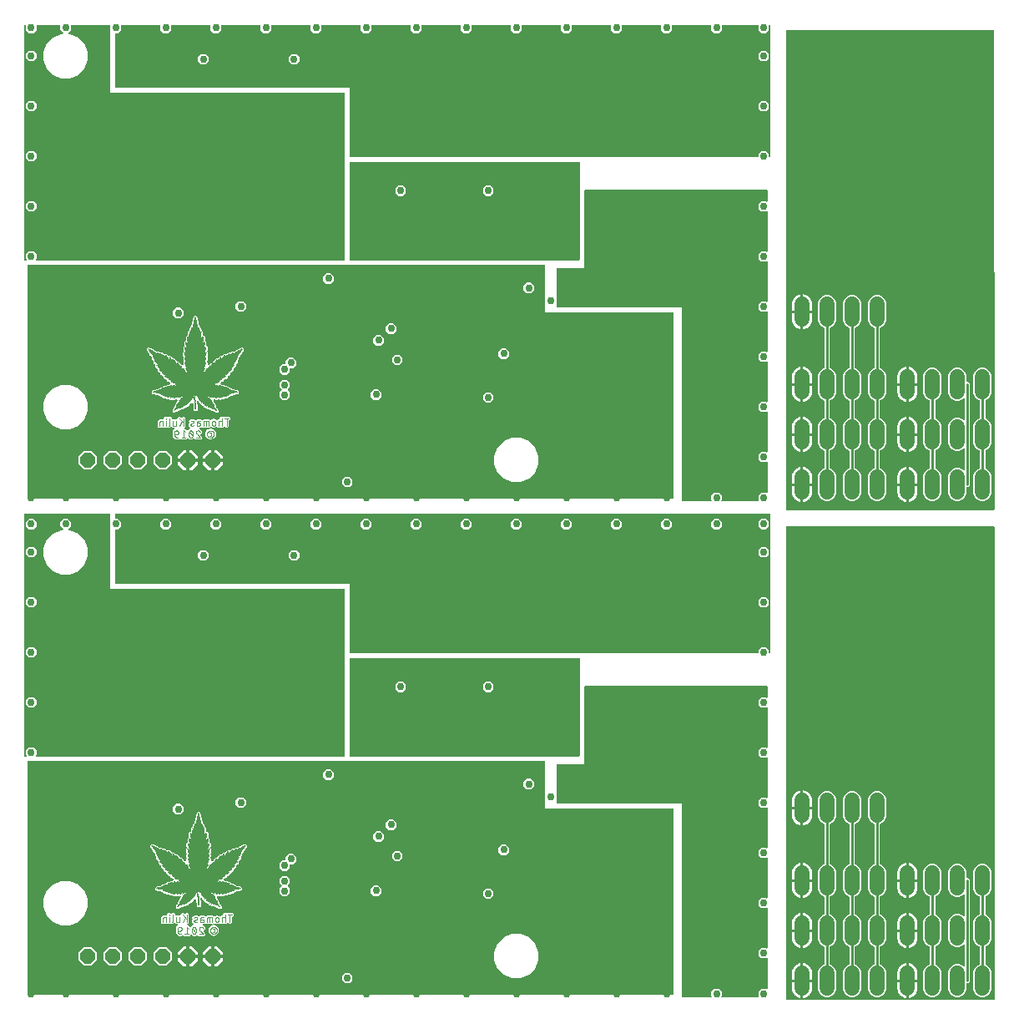
<source format=gbr>
G04 EAGLE Gerber RS-274X export*
G75*
%MOMM*%
%FSLAX34Y34*%
%LPD*%
%INBottom Copper*%
%IPPOS*%
%AMOC8*
5,1,8,0,0,1.08239X$1,22.5*%
G01*
%ADD10R,0.050800X0.025400*%
%ADD11R,0.076200X0.025400*%
%ADD12R,0.127000X0.025400*%
%ADD13R,0.177800X0.025400*%
%ADD14R,0.152400X0.025400*%
%ADD15R,0.203200X0.025400*%
%ADD16R,0.228600X0.025400*%
%ADD17R,0.101600X0.025400*%
%ADD18R,0.254000X0.025400*%
%ADD19R,0.381000X0.025400*%
%ADD20R,0.406400X0.025400*%
%ADD21R,0.025400X0.025400*%
%ADD22R,0.508000X0.025400*%
%ADD23R,0.482600X0.025400*%
%ADD24R,0.533400X0.025400*%
%ADD25R,0.635000X0.025400*%
%ADD26R,0.660400X0.025400*%
%ADD27R,0.711200X0.025400*%
%ADD28R,0.812800X0.025400*%
%ADD29R,0.838200X0.025400*%
%ADD30R,0.889000X0.025400*%
%ADD31R,0.939800X0.025400*%
%ADD32R,0.965200X0.025400*%
%ADD33R,0.914400X0.025400*%
%ADD34R,1.016000X0.025400*%
%ADD35R,0.990600X0.025400*%
%ADD36R,1.041400X0.025400*%
%ADD37R,1.066800X0.025400*%
%ADD38R,1.092200X0.025400*%
%ADD39R,1.168400X0.025400*%
%ADD40R,1.193800X0.025400*%
%ADD41R,1.143000X0.025400*%
%ADD42R,1.117600X0.025400*%
%ADD43R,0.279400X0.025400*%
%ADD44R,0.304800X0.025400*%
%ADD45R,2.616200X0.025400*%
%ADD46R,2.590800X0.025400*%
%ADD47R,2.971800X0.025400*%
%ADD48R,2.946400X0.025400*%
%ADD49R,3.200400X0.025400*%
%ADD50R,3.175000X0.025400*%
%ADD51R,3.276600X0.025400*%
%ADD52R,3.302000X0.025400*%
%ADD53R,3.352800X0.025400*%
%ADD54R,3.479800X0.025400*%
%ADD55R,3.530600X0.025400*%
%ADD56R,3.581400X0.025400*%
%ADD57R,3.556000X0.025400*%
%ADD58R,3.708400X0.025400*%
%ADD59R,3.733800X0.025400*%
%ADD60R,3.962400X0.025400*%
%ADD61R,3.860800X0.025400*%
%ADD62R,4.064000X0.025400*%
%ADD63R,4.216400X0.025400*%
%ADD64R,4.114800X0.025400*%
%ADD65R,8.458200X0.025400*%
%ADD66R,8.559800X0.025400*%
%ADD67R,8.509000X0.025400*%
%ADD68R,8.382000X0.025400*%
%ADD69R,8.153400X0.025400*%
%ADD70R,8.001000X0.025400*%
%ADD71R,7.696200X0.025400*%
%ADD72R,7.467600X0.025400*%
%ADD73R,7.289800X0.025400*%
%ADD74R,7.366000X0.025400*%
%ADD75R,7.340600X0.025400*%
%ADD76R,7.188200X0.025400*%
%ADD77R,7.010400X0.025400*%
%ADD78R,6.832600X0.025400*%
%ADD79R,6.883400X0.025400*%
%ADD80R,6.172200X0.025400*%
%ADD81R,6.223000X0.025400*%
%ADD82R,0.330200X0.025400*%
%ADD83R,5.562600X0.025400*%
%ADD84R,5.588000X0.025400*%
%ADD85R,5.613400X0.025400*%
%ADD86R,5.003800X0.025400*%
%ADD87R,0.609600X0.025400*%
%ADD88R,3.327400X0.025400*%
%ADD89R,3.454400X0.025400*%
%ADD90R,3.606800X0.025400*%
%ADD91R,3.835400X0.025400*%
%ADD92R,3.937000X0.025400*%
%ADD93R,4.038600X0.025400*%
%ADD94R,3.987800X0.025400*%
%ADD95R,4.292600X0.025400*%
%ADD96R,4.445000X0.025400*%
%ADD97R,4.546600X0.025400*%
%ADD98R,4.699000X0.025400*%
%ADD99R,4.749800X0.025400*%
%ADD100R,4.851400X0.025400*%
%ADD101R,4.724400X0.025400*%
%ADD102R,4.648200X0.025400*%
%ADD103R,4.800600X0.025400*%
%ADD104R,4.978400X0.025400*%
%ADD105R,5.105400X0.025400*%
%ADD106R,5.257800X0.025400*%
%ADD107R,5.359400X0.025400*%
%ADD108R,5.461000X0.025400*%
%ADD109R,5.308600X0.025400*%
%ADD110R,5.207000X0.025400*%
%ADD111R,5.765800X0.025400*%
%ADD112R,5.918200X0.025400*%
%ADD113R,5.969000X0.025400*%
%ADD114R,6.070600X0.025400*%
%ADD115R,6.121400X0.025400*%
%ADD116R,6.146800X0.025400*%
%ADD117R,5.842000X0.025400*%
%ADD118R,6.273800X0.025400*%
%ADD119R,6.426200X0.025400*%
%ADD120R,6.502400X0.025400*%
%ADD121R,6.578600X0.025400*%
%ADD122R,6.680200X0.025400*%
%ADD123R,6.731000X0.025400*%
%ADD124R,1.600200X0.025400*%
%ADD125R,2.413000X0.025400*%
%ADD126R,1.625600X0.025400*%
%ADD127R,2.336800X0.025400*%
%ADD128R,1.651000X0.025400*%
%ADD129R,2.286000X0.025400*%
%ADD130R,1.701800X0.025400*%
%ADD131R,2.311400X0.025400*%
%ADD132R,2.387600X0.025400*%
%ADD133R,1.752600X0.025400*%
%ADD134R,2.463800X0.025400*%
%ADD135R,1.778000X0.025400*%
%ADD136R,2.514600X0.025400*%
%ADD137R,1.803400X0.025400*%
%ADD138R,2.489200X0.025400*%
%ADD139R,1.854200X0.025400*%
%ADD140R,2.540000X0.025400*%
%ADD141R,2.565400X0.025400*%
%ADD142R,1.905000X0.025400*%
%ADD143R,1.955800X0.025400*%
%ADD144R,2.362200X0.025400*%
%ADD145R,2.159000X0.025400*%
%ADD146R,2.184400X0.025400*%
%ADD147R,2.209800X0.025400*%
%ADD148R,2.260600X0.025400*%
%ADD149R,2.235200X0.025400*%
%ADD150R,2.006600X0.025400*%
%ADD151R,2.032000X0.025400*%
%ADD152R,2.057400X0.025400*%
%ADD153R,2.133600X0.025400*%
%ADD154R,2.108200X0.025400*%
%ADD155R,1.981200X0.025400*%
%ADD156R,2.082800X0.025400*%
%ADD157R,1.828800X0.025400*%
%ADD158R,1.524000X0.025400*%
%ADD159R,1.549400X0.025400*%
%ADD160R,1.498600X0.025400*%
%ADD161R,1.473200X0.025400*%
%ADD162R,1.371600X0.025400*%
%ADD163R,0.863600X0.025400*%
%ADD164R,0.584200X0.025400*%
%ADD165R,0.558800X0.025400*%
%ADD166R,0.457200X0.025400*%
%ADD167R,0.431800X0.025400*%
%ADD168R,0.355600X0.025400*%
%ADD169R,1.447800X0.025400*%
%ADD170R,1.244600X0.025400*%
%ADD171R,1.270000X0.025400*%
%ADD172R,0.787400X0.025400*%
%ADD173C,0.076200*%
%ADD174P,1.649562X8X112.500000*%
%ADD175C,1.524000*%
%ADD176C,0.756400*%
%ADD177C,0.656400*%
%ADD178C,0.254000*%

G36*
X666770Y514227D02*
X666770Y514227D01*
X666789Y514225D01*
X666891Y514247D01*
X666993Y514264D01*
X667010Y514273D01*
X667030Y514277D01*
X667119Y514330D01*
X667210Y514379D01*
X667224Y514393D01*
X667241Y514403D01*
X667308Y514482D01*
X667380Y514557D01*
X667388Y514575D01*
X667401Y514590D01*
X667440Y514686D01*
X667483Y514780D01*
X667485Y514800D01*
X667493Y514818D01*
X667511Y514985D01*
X667511Y702310D01*
X667508Y702330D01*
X667510Y702349D01*
X667488Y702451D01*
X667472Y702553D01*
X667462Y702570D01*
X667458Y702590D01*
X667405Y702679D01*
X667356Y702770D01*
X667342Y702784D01*
X667332Y702801D01*
X667253Y702868D01*
X667178Y702940D01*
X667160Y702948D01*
X667145Y702961D01*
X667049Y703000D01*
X666955Y703043D01*
X666935Y703045D01*
X666917Y703053D01*
X666750Y703071D01*
X537336Y703071D01*
X537336Y749935D01*
X537333Y749955D01*
X537335Y749974D01*
X537313Y750076D01*
X537297Y750178D01*
X537287Y750195D01*
X537283Y750215D01*
X537230Y750304D01*
X537181Y750395D01*
X537167Y750409D01*
X537157Y750426D01*
X537078Y750493D01*
X537003Y750565D01*
X536985Y750573D01*
X536970Y750586D01*
X536874Y750625D01*
X536780Y750668D01*
X536760Y750670D01*
X536742Y750678D01*
X536575Y750696D01*
X12700Y750696D01*
X12680Y750693D01*
X12661Y750695D01*
X12559Y750673D01*
X12457Y750657D01*
X12440Y750647D01*
X12420Y750643D01*
X12331Y750590D01*
X12240Y750541D01*
X12226Y750527D01*
X12209Y750517D01*
X12142Y750438D01*
X12071Y750363D01*
X12062Y750345D01*
X12049Y750330D01*
X12010Y750234D01*
X11967Y750140D01*
X11965Y750120D01*
X11957Y750102D01*
X11939Y749935D01*
X11939Y514985D01*
X11942Y514965D01*
X11940Y514946D01*
X11962Y514844D01*
X11979Y514742D01*
X11988Y514725D01*
X11992Y514705D01*
X12045Y514616D01*
X12094Y514525D01*
X12108Y514511D01*
X12118Y514494D01*
X12197Y514427D01*
X12272Y514356D01*
X12290Y514347D01*
X12305Y514334D01*
X12401Y514295D01*
X12495Y514252D01*
X12515Y514250D01*
X12533Y514242D01*
X12700Y514224D01*
X666750Y514224D01*
X666770Y514227D01*
G37*
G36*
X666770Y11307D02*
X666770Y11307D01*
X666789Y11305D01*
X666891Y11327D01*
X666993Y11344D01*
X667010Y11353D01*
X667030Y11357D01*
X667119Y11410D01*
X667210Y11459D01*
X667224Y11473D01*
X667241Y11483D01*
X667308Y11562D01*
X667380Y11637D01*
X667388Y11655D01*
X667401Y11670D01*
X667440Y11766D01*
X667483Y11860D01*
X667485Y11880D01*
X667493Y11898D01*
X667511Y12065D01*
X667511Y199390D01*
X667508Y199410D01*
X667510Y199429D01*
X667488Y199531D01*
X667472Y199633D01*
X667462Y199650D01*
X667458Y199670D01*
X667405Y199759D01*
X667356Y199850D01*
X667342Y199864D01*
X667332Y199881D01*
X667253Y199948D01*
X667178Y200020D01*
X667160Y200028D01*
X667145Y200041D01*
X667049Y200080D01*
X666955Y200123D01*
X666935Y200125D01*
X666917Y200133D01*
X666750Y200151D01*
X537336Y200151D01*
X537336Y247015D01*
X537333Y247035D01*
X537335Y247054D01*
X537313Y247156D01*
X537297Y247258D01*
X537287Y247275D01*
X537283Y247295D01*
X537230Y247384D01*
X537181Y247475D01*
X537167Y247489D01*
X537157Y247506D01*
X537078Y247573D01*
X537003Y247645D01*
X536985Y247653D01*
X536970Y247666D01*
X536874Y247705D01*
X536780Y247748D01*
X536760Y247750D01*
X536742Y247758D01*
X536575Y247776D01*
X12700Y247776D01*
X12680Y247773D01*
X12661Y247775D01*
X12559Y247753D01*
X12457Y247737D01*
X12440Y247727D01*
X12420Y247723D01*
X12331Y247670D01*
X12240Y247621D01*
X12226Y247607D01*
X12209Y247597D01*
X12142Y247518D01*
X12071Y247443D01*
X12062Y247425D01*
X12049Y247410D01*
X12010Y247314D01*
X11967Y247220D01*
X11965Y247200D01*
X11957Y247182D01*
X11939Y247015D01*
X11939Y12065D01*
X11942Y12045D01*
X11940Y12026D01*
X11962Y11924D01*
X11979Y11822D01*
X11988Y11805D01*
X11992Y11785D01*
X12045Y11696D01*
X12094Y11605D01*
X12108Y11591D01*
X12118Y11574D01*
X12197Y11507D01*
X12272Y11436D01*
X12290Y11427D01*
X12305Y11414D01*
X12401Y11375D01*
X12495Y11332D01*
X12515Y11330D01*
X12533Y11322D01*
X12700Y11304D01*
X666750Y11304D01*
X666770Y11307D01*
G37*
G36*
X992403Y502297D02*
X992403Y502297D01*
X992468Y502299D01*
X992512Y502317D01*
X992558Y502325D01*
X992615Y502359D01*
X992676Y502384D01*
X992711Y502416D01*
X992752Y502440D01*
X992793Y502491D01*
X992842Y502535D01*
X992863Y502577D01*
X992893Y502614D01*
X992914Y502676D01*
X992944Y502735D01*
X992952Y502789D01*
X992965Y502826D01*
X992964Y502866D01*
X992972Y502920D01*
X992725Y988060D01*
X992713Y988125D01*
X992711Y988191D01*
X992694Y988234D01*
X992685Y988281D01*
X992652Y988338D01*
X992627Y988398D01*
X992595Y988433D01*
X992571Y988474D01*
X992520Y988516D01*
X992476Y988564D01*
X992433Y988586D01*
X992397Y988616D01*
X992335Y988637D01*
X992276Y988667D01*
X992222Y988675D01*
X992184Y988687D01*
X992145Y988686D01*
X992091Y988694D01*
X782320Y988694D01*
X782255Y988683D01*
X782189Y988681D01*
X782146Y988663D01*
X782099Y988655D01*
X782042Y988621D01*
X781982Y988596D01*
X781947Y988565D01*
X781906Y988540D01*
X781865Y988489D01*
X781816Y988445D01*
X781794Y988403D01*
X781765Y988366D01*
X781744Y988304D01*
X781713Y988245D01*
X781705Y988191D01*
X781693Y988154D01*
X781694Y988114D01*
X781686Y988060D01*
X781686Y502920D01*
X781697Y502855D01*
X781699Y502789D01*
X781717Y502746D01*
X781725Y502699D01*
X781759Y502642D01*
X781784Y502582D01*
X781815Y502547D01*
X781840Y502506D01*
X781891Y502465D01*
X781935Y502416D01*
X781977Y502394D01*
X782014Y502365D01*
X782076Y502344D01*
X782135Y502313D01*
X782189Y502305D01*
X782226Y502293D01*
X782266Y502294D01*
X782320Y502286D01*
X992338Y502286D01*
X992403Y502297D01*
G37*
G36*
X992655Y6171D02*
X992655Y6171D01*
X992721Y6173D01*
X992765Y6191D01*
X992811Y6199D01*
X992868Y6233D01*
X992929Y6258D01*
X992964Y6290D01*
X993004Y6314D01*
X993046Y6365D01*
X993094Y6409D01*
X993116Y6451D01*
X993146Y6488D01*
X993167Y6550D01*
X993197Y6609D01*
X993205Y6663D01*
X993217Y6700D01*
X993216Y6740D01*
X993224Y6794D01*
X992981Y485140D01*
X992969Y485205D01*
X992967Y485271D01*
X992950Y485314D01*
X992941Y485361D01*
X992908Y485418D01*
X992883Y485478D01*
X992851Y485513D01*
X992827Y485554D01*
X992776Y485596D01*
X992732Y485644D01*
X992689Y485666D01*
X992653Y485696D01*
X992590Y485717D01*
X992532Y485747D01*
X992477Y485755D01*
X992440Y485767D01*
X992401Y485766D01*
X992347Y485774D01*
X782320Y485774D01*
X782255Y485763D01*
X782189Y485761D01*
X782146Y485743D01*
X782099Y485735D01*
X782042Y485701D01*
X781982Y485676D01*
X781947Y485645D01*
X781906Y485620D01*
X781865Y485569D01*
X781816Y485525D01*
X781794Y485483D01*
X781765Y485446D01*
X781744Y485384D01*
X781713Y485325D01*
X781705Y485271D01*
X781693Y485234D01*
X781694Y485194D01*
X781686Y485140D01*
X781686Y6794D01*
X781697Y6729D01*
X781699Y6663D01*
X781717Y6620D01*
X781725Y6573D01*
X781759Y6516D01*
X781784Y6456D01*
X781815Y6421D01*
X781840Y6380D01*
X781891Y6338D01*
X781935Y6290D01*
X781977Y6268D01*
X782014Y6239D01*
X782076Y6218D01*
X782135Y6187D01*
X782189Y6179D01*
X782226Y6167D01*
X782266Y6168D01*
X782320Y6160D01*
X992590Y6160D01*
X992655Y6171D01*
G37*
G36*
X752777Y357382D02*
X752777Y357382D01*
X752796Y357380D01*
X752898Y357402D01*
X753000Y357419D01*
X753017Y357428D01*
X753037Y357432D01*
X753126Y357485D01*
X753217Y357534D01*
X753231Y357548D01*
X753248Y357558D01*
X753315Y357637D01*
X753387Y357712D01*
X753395Y357730D01*
X753408Y357745D01*
X753447Y357841D01*
X753490Y357935D01*
X753492Y357955D01*
X753500Y357973D01*
X753518Y358140D01*
X753518Y360338D01*
X756627Y363447D01*
X761023Y363447D01*
X764132Y360338D01*
X764132Y358140D01*
X764135Y358120D01*
X764133Y358101D01*
X764155Y357999D01*
X764171Y357897D01*
X764181Y357880D01*
X764185Y357860D01*
X764238Y357771D01*
X764287Y357680D01*
X764301Y357666D01*
X764311Y357649D01*
X764390Y357582D01*
X764465Y357511D01*
X764483Y357502D01*
X764498Y357489D01*
X764594Y357450D01*
X764688Y357407D01*
X764708Y357405D01*
X764726Y357397D01*
X764893Y357379D01*
X765175Y357379D01*
X765195Y357382D01*
X765214Y357380D01*
X765316Y357402D01*
X765418Y357419D01*
X765435Y357428D01*
X765455Y357432D01*
X765544Y357485D01*
X765635Y357534D01*
X765649Y357548D01*
X765666Y357558D01*
X765733Y357637D01*
X765805Y357712D01*
X765813Y357730D01*
X765826Y357745D01*
X765865Y357841D01*
X765908Y357935D01*
X765910Y357955D01*
X765918Y357973D01*
X765936Y358140D01*
X765936Y497840D01*
X765933Y497860D01*
X765935Y497879D01*
X765913Y497981D01*
X765897Y498083D01*
X765887Y498100D01*
X765883Y498120D01*
X765830Y498209D01*
X765781Y498300D01*
X765767Y498314D01*
X765757Y498331D01*
X765678Y498398D01*
X765603Y498470D01*
X765585Y498478D01*
X765570Y498491D01*
X765474Y498530D01*
X765380Y498573D01*
X765360Y498575D01*
X765342Y498583D01*
X765175Y498601D01*
X101600Y498601D01*
X101580Y498598D01*
X101561Y498600D01*
X101459Y498578D01*
X101357Y498562D01*
X101340Y498552D01*
X101320Y498548D01*
X101231Y498495D01*
X101140Y498446D01*
X101126Y498432D01*
X101109Y498422D01*
X101042Y498343D01*
X100971Y498268D01*
X100962Y498250D01*
X100949Y498235D01*
X100910Y498139D01*
X100867Y498045D01*
X100865Y498025D01*
X100857Y498007D01*
X100839Y497840D01*
X100839Y494383D01*
X100841Y494372D01*
X100840Y494364D01*
X100841Y494357D01*
X100840Y494344D01*
X100862Y494242D01*
X100879Y494140D01*
X100888Y494123D01*
X100892Y494103D01*
X100945Y494014D01*
X100994Y493923D01*
X101008Y493909D01*
X101018Y493892D01*
X101097Y493825D01*
X101172Y493753D01*
X101190Y493745D01*
X101205Y493732D01*
X101301Y493693D01*
X101395Y493650D01*
X101415Y493648D01*
X101433Y493640D01*
X101600Y493622D01*
X103798Y493622D01*
X106907Y490513D01*
X106907Y486117D01*
X103798Y483008D01*
X101600Y483008D01*
X101580Y483005D01*
X101561Y483007D01*
X101459Y482985D01*
X101357Y482969D01*
X101340Y482959D01*
X101320Y482955D01*
X101231Y482902D01*
X101140Y482853D01*
X101126Y482839D01*
X101109Y482829D01*
X101042Y482750D01*
X100971Y482675D01*
X100962Y482657D01*
X100949Y482642D01*
X100910Y482546D01*
X100867Y482452D01*
X100865Y482432D01*
X100857Y482414D01*
X100839Y482247D01*
X100839Y427990D01*
X100842Y427970D01*
X100840Y427951D01*
X100862Y427849D01*
X100879Y427747D01*
X100888Y427730D01*
X100892Y427710D01*
X100945Y427621D01*
X100994Y427530D01*
X101008Y427516D01*
X101018Y427499D01*
X101097Y427432D01*
X101172Y427361D01*
X101190Y427352D01*
X101205Y427339D01*
X101301Y427300D01*
X101395Y427257D01*
X101415Y427255D01*
X101433Y427247D01*
X101600Y427229D01*
X338964Y427229D01*
X338964Y358140D01*
X338967Y358120D01*
X338965Y358101D01*
X338987Y357999D01*
X339004Y357897D01*
X339013Y357880D01*
X339017Y357860D01*
X339070Y357771D01*
X339119Y357680D01*
X339133Y357666D01*
X339143Y357649D01*
X339222Y357582D01*
X339297Y357511D01*
X339315Y357502D01*
X339330Y357489D01*
X339426Y357450D01*
X339520Y357407D01*
X339540Y357405D01*
X339558Y357397D01*
X339725Y357379D01*
X752757Y357379D01*
X752777Y357382D01*
G37*
G36*
X752777Y860302D02*
X752777Y860302D01*
X752796Y860300D01*
X752898Y860322D01*
X753000Y860339D01*
X753017Y860348D01*
X753037Y860352D01*
X753126Y860405D01*
X753217Y860454D01*
X753231Y860468D01*
X753248Y860478D01*
X753315Y860557D01*
X753387Y860632D01*
X753395Y860650D01*
X753408Y860665D01*
X753447Y860761D01*
X753490Y860855D01*
X753492Y860875D01*
X753500Y860893D01*
X753518Y861060D01*
X753518Y863258D01*
X756627Y866367D01*
X761023Y866367D01*
X764132Y863258D01*
X764132Y861060D01*
X764135Y861040D01*
X764133Y861021D01*
X764155Y860919D01*
X764171Y860817D01*
X764181Y860800D01*
X764185Y860780D01*
X764238Y860691D01*
X764287Y860600D01*
X764301Y860586D01*
X764311Y860569D01*
X764390Y860502D01*
X764465Y860431D01*
X764483Y860422D01*
X764498Y860409D01*
X764594Y860370D01*
X764688Y860327D01*
X764708Y860325D01*
X764726Y860317D01*
X764893Y860299D01*
X765175Y860299D01*
X765195Y860302D01*
X765214Y860300D01*
X765316Y860322D01*
X765418Y860339D01*
X765435Y860348D01*
X765455Y860352D01*
X765544Y860405D01*
X765635Y860454D01*
X765649Y860468D01*
X765666Y860478D01*
X765733Y860557D01*
X765805Y860632D01*
X765813Y860650D01*
X765826Y860665D01*
X765865Y860761D01*
X765908Y860855D01*
X765910Y860875D01*
X765918Y860893D01*
X765936Y861060D01*
X765936Y993396D01*
X765933Y993416D01*
X765935Y993435D01*
X765913Y993537D01*
X765897Y993639D01*
X765887Y993656D01*
X765883Y993676D01*
X765830Y993765D01*
X765781Y993856D01*
X765767Y993870D01*
X765757Y993887D01*
X765678Y993954D01*
X765603Y994026D01*
X765585Y994034D01*
X765570Y994047D01*
X765474Y994086D01*
X765380Y994129D01*
X765360Y994131D01*
X765342Y994139D01*
X765175Y994157D01*
X764893Y994157D01*
X764873Y994154D01*
X764854Y994156D01*
X764752Y994134D01*
X764650Y994118D01*
X764633Y994108D01*
X764613Y994104D01*
X764524Y994051D01*
X764433Y994002D01*
X764419Y993988D01*
X764402Y993978D01*
X764335Y993899D01*
X764263Y993824D01*
X764255Y993806D01*
X764242Y993791D01*
X764203Y993695D01*
X764160Y993601D01*
X764158Y993581D01*
X764150Y993563D01*
X764132Y993396D01*
X764132Y989037D01*
X761023Y985928D01*
X756627Y985928D01*
X753518Y989037D01*
X753518Y993396D01*
X753515Y993416D01*
X753517Y993435D01*
X753495Y993537D01*
X753479Y993639D01*
X753469Y993656D01*
X753465Y993676D01*
X753412Y993765D01*
X753363Y993856D01*
X753349Y993870D01*
X753339Y993887D01*
X753260Y993954D01*
X753185Y994026D01*
X753167Y994034D01*
X753152Y994047D01*
X753056Y994086D01*
X752962Y994129D01*
X752942Y994131D01*
X752924Y994139D01*
X752757Y994157D01*
X717268Y994157D01*
X717248Y994154D01*
X717229Y994156D01*
X717127Y994134D01*
X717025Y994118D01*
X717008Y994108D01*
X716988Y994104D01*
X716899Y994051D01*
X716808Y994002D01*
X716794Y993988D01*
X716777Y993978D01*
X716710Y993899D01*
X716638Y993824D01*
X716630Y993806D01*
X716617Y993791D01*
X716578Y993695D01*
X716535Y993601D01*
X716533Y993581D01*
X716525Y993563D01*
X716507Y993396D01*
X716507Y989037D01*
X713398Y985928D01*
X709002Y985928D01*
X705893Y989037D01*
X705893Y993396D01*
X705890Y993416D01*
X705892Y993435D01*
X705870Y993537D01*
X705854Y993639D01*
X705844Y993656D01*
X705840Y993676D01*
X705787Y993765D01*
X705738Y993856D01*
X705724Y993870D01*
X705714Y993887D01*
X705635Y993954D01*
X705560Y994026D01*
X705542Y994034D01*
X705527Y994047D01*
X705431Y994086D01*
X705337Y994129D01*
X705317Y994131D01*
X705299Y994139D01*
X705132Y994157D01*
X666468Y994157D01*
X666448Y994154D01*
X666429Y994156D01*
X666327Y994134D01*
X666225Y994118D01*
X666208Y994108D01*
X666188Y994104D01*
X666099Y994051D01*
X666008Y994002D01*
X665994Y993988D01*
X665977Y993978D01*
X665910Y993899D01*
X665838Y993824D01*
X665830Y993806D01*
X665817Y993791D01*
X665778Y993695D01*
X665735Y993601D01*
X665733Y993581D01*
X665725Y993563D01*
X665707Y993396D01*
X665707Y989037D01*
X662598Y985928D01*
X658202Y985928D01*
X655093Y989037D01*
X655093Y993396D01*
X655090Y993416D01*
X655092Y993435D01*
X655070Y993537D01*
X655054Y993639D01*
X655044Y993656D01*
X655040Y993676D01*
X654987Y993765D01*
X654938Y993856D01*
X654924Y993870D01*
X654914Y993887D01*
X654835Y993954D01*
X654760Y994026D01*
X654742Y994034D01*
X654727Y994047D01*
X654631Y994086D01*
X654537Y994129D01*
X654517Y994131D01*
X654499Y994139D01*
X654332Y994157D01*
X615668Y994157D01*
X615648Y994154D01*
X615629Y994156D01*
X615527Y994134D01*
X615425Y994118D01*
X615408Y994108D01*
X615388Y994104D01*
X615299Y994051D01*
X615208Y994002D01*
X615194Y993988D01*
X615177Y993978D01*
X615110Y993899D01*
X615038Y993824D01*
X615030Y993806D01*
X615017Y993791D01*
X614978Y993695D01*
X614935Y993601D01*
X614933Y993581D01*
X614925Y993563D01*
X614907Y993396D01*
X614907Y989037D01*
X611798Y985928D01*
X607402Y985928D01*
X604293Y989037D01*
X604293Y993396D01*
X604290Y993416D01*
X604292Y993435D01*
X604270Y993537D01*
X604254Y993639D01*
X604244Y993656D01*
X604240Y993676D01*
X604187Y993765D01*
X604138Y993856D01*
X604124Y993870D01*
X604114Y993887D01*
X604035Y993954D01*
X603960Y994026D01*
X603942Y994034D01*
X603927Y994047D01*
X603831Y994086D01*
X603737Y994129D01*
X603717Y994131D01*
X603699Y994139D01*
X603532Y994157D01*
X564868Y994157D01*
X564848Y994154D01*
X564829Y994156D01*
X564727Y994134D01*
X564625Y994118D01*
X564608Y994108D01*
X564588Y994104D01*
X564499Y994051D01*
X564408Y994002D01*
X564394Y993988D01*
X564377Y993978D01*
X564310Y993899D01*
X564238Y993824D01*
X564230Y993806D01*
X564217Y993791D01*
X564178Y993695D01*
X564135Y993601D01*
X564133Y993581D01*
X564125Y993563D01*
X564107Y993396D01*
X564107Y989037D01*
X560998Y985928D01*
X556602Y985928D01*
X553493Y989037D01*
X553493Y993396D01*
X553490Y993416D01*
X553492Y993435D01*
X553470Y993537D01*
X553454Y993639D01*
X553444Y993656D01*
X553440Y993676D01*
X553387Y993765D01*
X553338Y993856D01*
X553324Y993870D01*
X553314Y993887D01*
X553235Y993954D01*
X553160Y994026D01*
X553142Y994034D01*
X553127Y994047D01*
X553031Y994086D01*
X552937Y994129D01*
X552917Y994131D01*
X552899Y994139D01*
X552732Y994157D01*
X514068Y994157D01*
X514048Y994154D01*
X514029Y994156D01*
X513927Y994134D01*
X513825Y994118D01*
X513808Y994108D01*
X513788Y994104D01*
X513699Y994051D01*
X513608Y994002D01*
X513594Y993988D01*
X513577Y993978D01*
X513510Y993899D01*
X513438Y993824D01*
X513430Y993806D01*
X513417Y993791D01*
X513378Y993695D01*
X513335Y993601D01*
X513333Y993581D01*
X513325Y993563D01*
X513307Y993396D01*
X513307Y989037D01*
X510198Y985928D01*
X505802Y985928D01*
X502693Y989037D01*
X502693Y993396D01*
X502690Y993416D01*
X502692Y993435D01*
X502670Y993537D01*
X502654Y993639D01*
X502644Y993656D01*
X502640Y993676D01*
X502587Y993765D01*
X502538Y993856D01*
X502524Y993870D01*
X502514Y993887D01*
X502435Y993954D01*
X502360Y994026D01*
X502342Y994034D01*
X502327Y994047D01*
X502231Y994086D01*
X502137Y994129D01*
X502117Y994131D01*
X502099Y994139D01*
X501932Y994157D01*
X463268Y994157D01*
X463248Y994154D01*
X463229Y994156D01*
X463127Y994134D01*
X463025Y994118D01*
X463008Y994108D01*
X462988Y994104D01*
X462899Y994051D01*
X462808Y994002D01*
X462794Y993988D01*
X462777Y993978D01*
X462710Y993899D01*
X462638Y993824D01*
X462630Y993806D01*
X462617Y993791D01*
X462578Y993695D01*
X462535Y993601D01*
X462533Y993581D01*
X462525Y993563D01*
X462507Y993396D01*
X462507Y989037D01*
X459398Y985928D01*
X455002Y985928D01*
X451893Y989037D01*
X451893Y993396D01*
X451890Y993416D01*
X451892Y993435D01*
X451870Y993537D01*
X451854Y993639D01*
X451844Y993656D01*
X451840Y993676D01*
X451787Y993765D01*
X451738Y993856D01*
X451724Y993870D01*
X451714Y993887D01*
X451635Y993954D01*
X451560Y994026D01*
X451542Y994034D01*
X451527Y994047D01*
X451431Y994086D01*
X451337Y994129D01*
X451317Y994131D01*
X451299Y994139D01*
X451132Y994157D01*
X412468Y994157D01*
X412448Y994154D01*
X412429Y994156D01*
X412327Y994134D01*
X412225Y994118D01*
X412208Y994108D01*
X412188Y994104D01*
X412099Y994051D01*
X412008Y994002D01*
X411994Y993988D01*
X411977Y993978D01*
X411910Y993899D01*
X411838Y993824D01*
X411830Y993806D01*
X411817Y993791D01*
X411778Y993695D01*
X411735Y993601D01*
X411733Y993581D01*
X411725Y993563D01*
X411707Y993396D01*
X411707Y989037D01*
X408598Y985928D01*
X404202Y985928D01*
X401093Y989037D01*
X401093Y993396D01*
X401090Y993416D01*
X401092Y993435D01*
X401070Y993537D01*
X401054Y993639D01*
X401044Y993656D01*
X401040Y993676D01*
X400987Y993765D01*
X400938Y993856D01*
X400924Y993870D01*
X400914Y993887D01*
X400835Y993954D01*
X400760Y994026D01*
X400742Y994034D01*
X400727Y994047D01*
X400631Y994086D01*
X400537Y994129D01*
X400517Y994131D01*
X400499Y994139D01*
X400332Y994157D01*
X361668Y994157D01*
X361648Y994154D01*
X361629Y994156D01*
X361527Y994134D01*
X361425Y994118D01*
X361408Y994108D01*
X361388Y994104D01*
X361299Y994051D01*
X361208Y994002D01*
X361194Y993988D01*
X361177Y993978D01*
X361110Y993899D01*
X361038Y993824D01*
X361030Y993806D01*
X361017Y993791D01*
X360978Y993695D01*
X360935Y993601D01*
X360933Y993581D01*
X360925Y993563D01*
X360907Y993396D01*
X360907Y989037D01*
X357798Y985928D01*
X353402Y985928D01*
X350293Y989037D01*
X350293Y993396D01*
X350290Y993416D01*
X350292Y993435D01*
X350270Y993537D01*
X350254Y993639D01*
X350244Y993656D01*
X350240Y993676D01*
X350187Y993765D01*
X350138Y993856D01*
X350124Y993870D01*
X350114Y993887D01*
X350035Y993954D01*
X349960Y994026D01*
X349942Y994034D01*
X349927Y994047D01*
X349831Y994086D01*
X349737Y994129D01*
X349717Y994131D01*
X349699Y994139D01*
X349532Y994157D01*
X310868Y994157D01*
X310848Y994154D01*
X310829Y994156D01*
X310727Y994134D01*
X310625Y994118D01*
X310608Y994108D01*
X310588Y994104D01*
X310499Y994051D01*
X310408Y994002D01*
X310394Y993988D01*
X310377Y993978D01*
X310310Y993899D01*
X310238Y993824D01*
X310230Y993806D01*
X310217Y993791D01*
X310178Y993695D01*
X310135Y993601D01*
X310133Y993581D01*
X310125Y993563D01*
X310107Y993396D01*
X310107Y989037D01*
X306998Y985928D01*
X302602Y985928D01*
X299493Y989037D01*
X299493Y993396D01*
X299490Y993416D01*
X299492Y993435D01*
X299470Y993537D01*
X299454Y993639D01*
X299444Y993656D01*
X299440Y993676D01*
X299387Y993765D01*
X299338Y993856D01*
X299324Y993870D01*
X299314Y993887D01*
X299235Y993954D01*
X299160Y994026D01*
X299142Y994034D01*
X299127Y994047D01*
X299031Y994086D01*
X298937Y994129D01*
X298917Y994131D01*
X298899Y994139D01*
X298732Y994157D01*
X260068Y994157D01*
X260048Y994154D01*
X260029Y994156D01*
X259927Y994134D01*
X259825Y994118D01*
X259808Y994108D01*
X259788Y994104D01*
X259699Y994051D01*
X259608Y994002D01*
X259594Y993988D01*
X259577Y993978D01*
X259510Y993899D01*
X259438Y993824D01*
X259430Y993806D01*
X259417Y993791D01*
X259378Y993695D01*
X259335Y993601D01*
X259333Y993581D01*
X259325Y993563D01*
X259307Y993396D01*
X259307Y989037D01*
X256198Y985928D01*
X251802Y985928D01*
X248693Y989037D01*
X248693Y993396D01*
X248690Y993416D01*
X248692Y993435D01*
X248670Y993537D01*
X248654Y993639D01*
X248644Y993656D01*
X248640Y993676D01*
X248587Y993765D01*
X248538Y993856D01*
X248524Y993870D01*
X248514Y993887D01*
X248435Y993954D01*
X248360Y994026D01*
X248342Y994034D01*
X248327Y994047D01*
X248231Y994086D01*
X248137Y994129D01*
X248117Y994131D01*
X248099Y994139D01*
X247932Y994157D01*
X209268Y994157D01*
X209248Y994154D01*
X209229Y994156D01*
X209127Y994134D01*
X209025Y994118D01*
X209008Y994108D01*
X208988Y994104D01*
X208899Y994051D01*
X208808Y994002D01*
X208794Y993988D01*
X208777Y993978D01*
X208710Y993899D01*
X208638Y993824D01*
X208630Y993806D01*
X208617Y993791D01*
X208578Y993695D01*
X208535Y993601D01*
X208533Y993581D01*
X208525Y993563D01*
X208507Y993396D01*
X208507Y989037D01*
X205398Y985928D01*
X201002Y985928D01*
X197893Y989037D01*
X197893Y993396D01*
X197890Y993416D01*
X197892Y993435D01*
X197870Y993537D01*
X197854Y993639D01*
X197844Y993656D01*
X197840Y993676D01*
X197787Y993765D01*
X197738Y993856D01*
X197724Y993870D01*
X197714Y993887D01*
X197635Y993954D01*
X197560Y994026D01*
X197542Y994034D01*
X197527Y994047D01*
X197431Y994086D01*
X197337Y994129D01*
X197317Y994131D01*
X197299Y994139D01*
X197132Y994157D01*
X158468Y994157D01*
X158448Y994154D01*
X158429Y994156D01*
X158327Y994134D01*
X158225Y994118D01*
X158208Y994108D01*
X158188Y994104D01*
X158099Y994051D01*
X158008Y994002D01*
X157994Y993988D01*
X157977Y993978D01*
X157910Y993899D01*
X157838Y993824D01*
X157830Y993806D01*
X157817Y993791D01*
X157778Y993695D01*
X157735Y993601D01*
X157733Y993581D01*
X157725Y993563D01*
X157707Y993396D01*
X157707Y989037D01*
X154598Y985928D01*
X150202Y985928D01*
X147093Y989037D01*
X147093Y993396D01*
X147090Y993416D01*
X147092Y993435D01*
X147070Y993537D01*
X147054Y993639D01*
X147044Y993656D01*
X147040Y993676D01*
X146987Y993765D01*
X146938Y993856D01*
X146924Y993870D01*
X146914Y993887D01*
X146835Y993954D01*
X146760Y994026D01*
X146742Y994034D01*
X146727Y994047D01*
X146631Y994086D01*
X146537Y994129D01*
X146517Y994131D01*
X146499Y994139D01*
X146332Y994157D01*
X107668Y994157D01*
X107648Y994154D01*
X107629Y994156D01*
X107527Y994134D01*
X107425Y994118D01*
X107408Y994108D01*
X107388Y994104D01*
X107299Y994051D01*
X107208Y994002D01*
X107194Y993988D01*
X107177Y993978D01*
X107110Y993899D01*
X107038Y993824D01*
X107030Y993806D01*
X107017Y993791D01*
X106978Y993695D01*
X106935Y993601D01*
X106933Y993581D01*
X106925Y993563D01*
X106907Y993396D01*
X106907Y989037D01*
X103798Y985928D01*
X101600Y985928D01*
X101580Y985925D01*
X101561Y985927D01*
X101459Y985905D01*
X101357Y985889D01*
X101340Y985879D01*
X101320Y985875D01*
X101231Y985822D01*
X101140Y985773D01*
X101126Y985759D01*
X101109Y985749D01*
X101042Y985670D01*
X100971Y985595D01*
X100962Y985577D01*
X100949Y985562D01*
X100910Y985466D01*
X100867Y985372D01*
X100865Y985352D01*
X100857Y985334D01*
X100839Y985167D01*
X100839Y930910D01*
X100842Y930890D01*
X100840Y930871D01*
X100862Y930769D01*
X100879Y930667D01*
X100888Y930650D01*
X100892Y930630D01*
X100945Y930541D01*
X100994Y930450D01*
X101008Y930436D01*
X101018Y930419D01*
X101097Y930352D01*
X101172Y930281D01*
X101190Y930272D01*
X101205Y930259D01*
X101301Y930220D01*
X101395Y930177D01*
X101415Y930175D01*
X101433Y930167D01*
X101600Y930149D01*
X338964Y930149D01*
X338964Y861060D01*
X338967Y861040D01*
X338965Y861021D01*
X338987Y860919D01*
X339004Y860817D01*
X339013Y860800D01*
X339017Y860780D01*
X339070Y860691D01*
X339119Y860600D01*
X339133Y860586D01*
X339143Y860569D01*
X339222Y860502D01*
X339297Y860431D01*
X339315Y860422D01*
X339330Y860409D01*
X339426Y860370D01*
X339520Y860327D01*
X339540Y860325D01*
X339558Y860317D01*
X339725Y860299D01*
X752757Y860299D01*
X752777Y860302D01*
G37*
G36*
X10539Y252615D02*
X10539Y252615D01*
X10611Y252617D01*
X10660Y252635D01*
X10711Y252644D01*
X10775Y252677D01*
X10842Y252702D01*
X10883Y252734D01*
X10929Y252759D01*
X10978Y252811D01*
X11034Y252855D01*
X11062Y252899D01*
X11098Y252937D01*
X11128Y253002D01*
X11167Y253062D01*
X11180Y253113D01*
X11202Y253160D01*
X11210Y253231D01*
X11227Y253301D01*
X11223Y253353D01*
X11229Y253404D01*
X11214Y253475D01*
X11208Y253546D01*
X11188Y253594D01*
X11177Y253645D01*
X11140Y253706D01*
X11112Y253772D01*
X11067Y253828D01*
X11050Y253856D01*
X11033Y253871D01*
X11007Y253903D01*
X10568Y254342D01*
X10568Y258738D01*
X13677Y261847D01*
X18073Y261847D01*
X21182Y258738D01*
X21182Y254342D01*
X20743Y253903D01*
X20701Y253845D01*
X20652Y253793D01*
X20630Y253746D01*
X20600Y253704D01*
X20579Y253635D01*
X20548Y253570D01*
X20543Y253518D01*
X20527Y253468D01*
X20529Y253397D01*
X20521Y253326D01*
X20532Y253275D01*
X20534Y253223D01*
X20558Y253155D01*
X20573Y253085D01*
X20600Y253041D01*
X20618Y252992D01*
X20663Y252936D01*
X20700Y252874D01*
X20739Y252840D01*
X20772Y252800D01*
X20832Y252761D01*
X20887Y252714D01*
X20935Y252695D01*
X20979Y252667D01*
X21048Y252649D01*
X21115Y252622D01*
X21186Y252614D01*
X21217Y252606D01*
X21240Y252608D01*
X21281Y252604D01*
X333375Y252604D01*
X333395Y252607D01*
X333414Y252605D01*
X333516Y252627D01*
X333618Y252644D01*
X333635Y252653D01*
X333655Y252657D01*
X333744Y252710D01*
X333835Y252759D01*
X333849Y252773D01*
X333866Y252783D01*
X333933Y252862D01*
X334005Y252937D01*
X334013Y252955D01*
X334026Y252970D01*
X334065Y253066D01*
X334108Y253160D01*
X334110Y253180D01*
X334118Y253198D01*
X334136Y253365D01*
X334136Y421640D01*
X334133Y421660D01*
X334135Y421679D01*
X334113Y421781D01*
X334097Y421883D01*
X334087Y421900D01*
X334083Y421920D01*
X334030Y422009D01*
X333981Y422100D01*
X333967Y422114D01*
X333957Y422131D01*
X333878Y422198D01*
X333803Y422270D01*
X333785Y422278D01*
X333770Y422291D01*
X333674Y422330D01*
X333580Y422373D01*
X333560Y422375D01*
X333542Y422383D01*
X333375Y422401D01*
X96011Y422401D01*
X96011Y497840D01*
X96008Y497860D01*
X96010Y497879D01*
X95988Y497981D01*
X95972Y498083D01*
X95962Y498100D01*
X95958Y498120D01*
X95905Y498209D01*
X95856Y498300D01*
X95842Y498314D01*
X95832Y498331D01*
X95753Y498398D01*
X95678Y498470D01*
X95660Y498478D01*
X95645Y498491D01*
X95549Y498530D01*
X95455Y498573D01*
X95435Y498575D01*
X95417Y498583D01*
X95250Y498601D01*
X9525Y498601D01*
X9505Y498598D01*
X9486Y498600D01*
X9384Y498578D01*
X9282Y498562D01*
X9265Y498552D01*
X9245Y498548D01*
X9156Y498495D01*
X9065Y498446D01*
X9051Y498432D01*
X9034Y498422D01*
X8967Y498343D01*
X8896Y498268D01*
X8887Y498250D01*
X8874Y498235D01*
X8835Y498139D01*
X8792Y498045D01*
X8790Y498025D01*
X8782Y498007D01*
X8764Y497840D01*
X8764Y253365D01*
X8767Y253345D01*
X8765Y253326D01*
X8787Y253224D01*
X8804Y253122D01*
X8813Y253105D01*
X8817Y253085D01*
X8870Y252996D01*
X8919Y252905D01*
X8933Y252891D01*
X8943Y252874D01*
X9022Y252807D01*
X9097Y252736D01*
X9115Y252727D01*
X9130Y252714D01*
X9226Y252675D01*
X9320Y252632D01*
X9340Y252630D01*
X9358Y252622D01*
X9525Y252604D01*
X10469Y252604D01*
X10539Y252615D01*
G37*
G36*
X10539Y755535D02*
X10539Y755535D01*
X10611Y755537D01*
X10660Y755555D01*
X10711Y755564D01*
X10775Y755597D01*
X10842Y755622D01*
X10883Y755654D01*
X10929Y755679D01*
X10978Y755731D01*
X11034Y755775D01*
X11062Y755819D01*
X11098Y755857D01*
X11128Y755922D01*
X11167Y755982D01*
X11180Y756033D01*
X11202Y756080D01*
X11210Y756151D01*
X11227Y756221D01*
X11223Y756273D01*
X11229Y756324D01*
X11214Y756395D01*
X11208Y756466D01*
X11188Y756514D01*
X11177Y756565D01*
X11140Y756626D01*
X11112Y756692D01*
X11067Y756748D01*
X11050Y756776D01*
X11033Y756791D01*
X11007Y756823D01*
X10568Y757262D01*
X10568Y761658D01*
X13677Y764767D01*
X18073Y764767D01*
X21182Y761658D01*
X21182Y757262D01*
X20743Y756823D01*
X20701Y756765D01*
X20652Y756713D01*
X20630Y756666D01*
X20600Y756624D01*
X20579Y756555D01*
X20548Y756490D01*
X20543Y756438D01*
X20527Y756388D01*
X20529Y756317D01*
X20521Y756246D01*
X20532Y756195D01*
X20534Y756143D01*
X20558Y756075D01*
X20573Y756005D01*
X20600Y755961D01*
X20618Y755912D01*
X20663Y755856D01*
X20700Y755794D01*
X20739Y755760D01*
X20772Y755720D01*
X20832Y755681D01*
X20887Y755634D01*
X20935Y755615D01*
X20979Y755587D01*
X21048Y755569D01*
X21115Y755542D01*
X21186Y755534D01*
X21217Y755526D01*
X21240Y755528D01*
X21281Y755524D01*
X333375Y755524D01*
X333395Y755527D01*
X333414Y755525D01*
X333516Y755547D01*
X333618Y755564D01*
X333635Y755573D01*
X333655Y755577D01*
X333744Y755630D01*
X333835Y755679D01*
X333849Y755693D01*
X333866Y755703D01*
X333933Y755782D01*
X334005Y755857D01*
X334013Y755875D01*
X334026Y755890D01*
X334065Y755986D01*
X334108Y756080D01*
X334110Y756100D01*
X334118Y756118D01*
X334136Y756285D01*
X334136Y924560D01*
X334133Y924580D01*
X334135Y924599D01*
X334113Y924701D01*
X334097Y924803D01*
X334087Y924820D01*
X334083Y924840D01*
X334030Y924929D01*
X333981Y925020D01*
X333967Y925034D01*
X333957Y925051D01*
X333878Y925118D01*
X333803Y925190D01*
X333785Y925198D01*
X333770Y925211D01*
X333674Y925250D01*
X333580Y925293D01*
X333560Y925295D01*
X333542Y925303D01*
X333375Y925321D01*
X96011Y925321D01*
X96011Y993396D01*
X96008Y993416D01*
X96010Y993435D01*
X95988Y993537D01*
X95972Y993639D01*
X95962Y993656D01*
X95958Y993676D01*
X95905Y993765D01*
X95856Y993856D01*
X95842Y993870D01*
X95832Y993887D01*
X95753Y993954D01*
X95678Y994026D01*
X95660Y994034D01*
X95645Y994047D01*
X95549Y994086D01*
X95455Y994129D01*
X95435Y994131D01*
X95417Y994139D01*
X95250Y994157D01*
X56868Y994157D01*
X56848Y994154D01*
X56829Y994156D01*
X56727Y994134D01*
X56625Y994118D01*
X56608Y994108D01*
X56588Y994104D01*
X56499Y994051D01*
X56408Y994002D01*
X56394Y993988D01*
X56377Y993978D01*
X56310Y993899D01*
X56238Y993824D01*
X56230Y993806D01*
X56217Y993791D01*
X56178Y993695D01*
X56135Y993601D01*
X56133Y993581D01*
X56125Y993563D01*
X56107Y993396D01*
X56107Y989037D01*
X53509Y986439D01*
X53467Y986381D01*
X53418Y986329D01*
X53396Y986282D01*
X53366Y986240D01*
X53344Y986171D01*
X53314Y986106D01*
X53309Y986054D01*
X53293Y986004D01*
X53295Y985933D01*
X53287Y985862D01*
X53298Y985811D01*
X53300Y985759D01*
X53324Y985691D01*
X53339Y985621D01*
X53366Y985576D01*
X53384Y985528D01*
X53429Y985472D01*
X53466Y985410D01*
X53505Y985376D01*
X53538Y985336D01*
X53598Y985297D01*
X53653Y985250D01*
X53701Y985231D01*
X53745Y985203D01*
X53814Y985185D01*
X53881Y985158D01*
X53952Y985150D01*
X53983Y985142D01*
X54006Y985144D01*
X54047Y985140D01*
X55271Y985140D01*
X63534Y981717D01*
X69857Y975394D01*
X73280Y967131D01*
X73280Y958189D01*
X69857Y949926D01*
X63534Y943603D01*
X55271Y940180D01*
X46329Y940180D01*
X38066Y943603D01*
X31743Y949926D01*
X28320Y958189D01*
X28320Y967131D01*
X31743Y975394D01*
X38066Y981717D01*
X46329Y985140D01*
X47553Y985140D01*
X47623Y985151D01*
X47695Y985153D01*
X47744Y985171D01*
X47795Y985179D01*
X47859Y985213D01*
X47926Y985238D01*
X47967Y985270D01*
X48013Y985295D01*
X48062Y985347D01*
X48118Y985391D01*
X48146Y985435D01*
X48182Y985473D01*
X48212Y985538D01*
X48251Y985598D01*
X48264Y985649D01*
X48286Y985696D01*
X48294Y985767D01*
X48311Y985837D01*
X48307Y985889D01*
X48313Y985940D01*
X48298Y986011D01*
X48292Y986082D01*
X48272Y986130D01*
X48261Y986181D01*
X48224Y986242D01*
X48196Y986308D01*
X48151Y986364D01*
X48134Y986392D01*
X48117Y986407D01*
X48091Y986439D01*
X45493Y989037D01*
X45493Y993396D01*
X45490Y993416D01*
X45492Y993435D01*
X45470Y993537D01*
X45454Y993639D01*
X45444Y993656D01*
X45440Y993676D01*
X45387Y993765D01*
X45338Y993856D01*
X45324Y993870D01*
X45314Y993887D01*
X45235Y993954D01*
X45160Y994026D01*
X45142Y994034D01*
X45127Y994047D01*
X45031Y994086D01*
X44937Y994129D01*
X44917Y994131D01*
X44899Y994139D01*
X44732Y994157D01*
X21943Y994157D01*
X21923Y994154D01*
X21904Y994156D01*
X21802Y994134D01*
X21700Y994118D01*
X21683Y994108D01*
X21663Y994104D01*
X21574Y994051D01*
X21483Y994002D01*
X21469Y993988D01*
X21452Y993978D01*
X21385Y993899D01*
X21313Y993824D01*
X21305Y993806D01*
X21292Y993791D01*
X21253Y993695D01*
X21210Y993601D01*
X21208Y993581D01*
X21200Y993563D01*
X21182Y993396D01*
X21182Y989037D01*
X18073Y985928D01*
X13677Y985928D01*
X10568Y989037D01*
X10568Y993396D01*
X10565Y993416D01*
X10567Y993435D01*
X10545Y993537D01*
X10529Y993639D01*
X10519Y993656D01*
X10515Y993676D01*
X10462Y993765D01*
X10413Y993856D01*
X10399Y993870D01*
X10389Y993887D01*
X10310Y993954D01*
X10235Y994026D01*
X10217Y994034D01*
X10202Y994047D01*
X10106Y994086D01*
X10012Y994129D01*
X9992Y994131D01*
X9974Y994139D01*
X9807Y994157D01*
X9525Y994157D01*
X9505Y994154D01*
X9486Y994156D01*
X9384Y994134D01*
X9282Y994118D01*
X9265Y994108D01*
X9245Y994104D01*
X9156Y994051D01*
X9065Y994002D01*
X9051Y993988D01*
X9034Y993978D01*
X8967Y993899D01*
X8896Y993824D01*
X8887Y993806D01*
X8874Y993791D01*
X8835Y993695D01*
X8792Y993601D01*
X8790Y993581D01*
X8782Y993563D01*
X8764Y993396D01*
X8764Y756285D01*
X8767Y756265D01*
X8765Y756246D01*
X8787Y756144D01*
X8804Y756042D01*
X8813Y756025D01*
X8817Y756005D01*
X8870Y755916D01*
X8919Y755825D01*
X8933Y755811D01*
X8943Y755794D01*
X9022Y755727D01*
X9097Y755656D01*
X9115Y755647D01*
X9130Y755634D01*
X9226Y755595D01*
X9320Y755552D01*
X9340Y755550D01*
X9358Y755542D01*
X9525Y755524D01*
X10469Y755524D01*
X10539Y755535D01*
G37*
G36*
X705864Y511060D02*
X705864Y511060D01*
X705936Y511062D01*
X705985Y511080D01*
X706036Y511089D01*
X706100Y511122D01*
X706167Y511147D01*
X706208Y511179D01*
X706254Y511204D01*
X706303Y511256D01*
X706359Y511300D01*
X706387Y511344D01*
X706423Y511382D01*
X706453Y511447D01*
X706492Y511507D01*
X706505Y511558D01*
X706527Y511605D01*
X706535Y511676D01*
X706552Y511746D01*
X706548Y511798D01*
X706554Y511849D01*
X706539Y511920D01*
X706533Y511991D01*
X706513Y512039D01*
X706502Y512090D01*
X706465Y512151D01*
X706437Y512217D01*
X706392Y512273D01*
X706375Y512301D01*
X706358Y512316D01*
X706332Y512348D01*
X705893Y512787D01*
X705893Y517183D01*
X709002Y520292D01*
X713398Y520292D01*
X716507Y517183D01*
X716507Y512787D01*
X716068Y512348D01*
X716026Y512290D01*
X715977Y512238D01*
X715955Y512191D01*
X715925Y512149D01*
X715904Y512080D01*
X715873Y512015D01*
X715868Y511963D01*
X715852Y511913D01*
X715854Y511842D01*
X715846Y511771D01*
X715857Y511720D01*
X715859Y511668D01*
X715883Y511600D01*
X715898Y511530D01*
X715925Y511486D01*
X715943Y511437D01*
X715988Y511381D01*
X716025Y511319D01*
X716064Y511285D01*
X716097Y511245D01*
X716157Y511206D01*
X716212Y511159D01*
X716260Y511140D01*
X716304Y511112D01*
X716373Y511094D01*
X716440Y511067D01*
X716511Y511059D01*
X716542Y511051D01*
X716565Y511053D01*
X716606Y511049D01*
X753419Y511049D01*
X753489Y511060D01*
X753561Y511062D01*
X753610Y511080D01*
X753661Y511089D01*
X753725Y511122D01*
X753792Y511147D01*
X753833Y511179D01*
X753879Y511204D01*
X753928Y511256D01*
X753984Y511300D01*
X754012Y511344D01*
X754048Y511382D01*
X754078Y511447D01*
X754117Y511507D01*
X754130Y511558D01*
X754152Y511605D01*
X754160Y511676D01*
X754177Y511746D01*
X754173Y511798D01*
X754179Y511849D01*
X754164Y511920D01*
X754158Y511991D01*
X754138Y512039D01*
X754127Y512090D01*
X754090Y512151D01*
X754062Y512217D01*
X754017Y512273D01*
X754000Y512301D01*
X753983Y512316D01*
X753957Y512348D01*
X753518Y512787D01*
X753518Y517183D01*
X756627Y520292D01*
X761023Y520292D01*
X761462Y519853D01*
X761520Y519811D01*
X761572Y519762D01*
X761619Y519740D01*
X761661Y519710D01*
X761730Y519689D01*
X761795Y519658D01*
X761847Y519653D01*
X761897Y519637D01*
X761968Y519639D01*
X762039Y519631D01*
X762090Y519642D01*
X762142Y519644D01*
X762210Y519668D01*
X762280Y519683D01*
X762324Y519710D01*
X762373Y519728D01*
X762429Y519773D01*
X762491Y519810D01*
X762525Y519849D01*
X762565Y519882D01*
X762604Y519942D01*
X762651Y519997D01*
X762670Y520045D01*
X762698Y520089D01*
X762716Y520158D01*
X762743Y520225D01*
X762751Y520296D01*
X762759Y520327D01*
X762757Y520350D01*
X762761Y520391D01*
X762761Y550854D01*
X762750Y550924D01*
X762748Y550996D01*
X762730Y551045D01*
X762722Y551096D01*
X762688Y551160D01*
X762663Y551227D01*
X762631Y551268D01*
X762606Y551314D01*
X762555Y551363D01*
X762510Y551419D01*
X762466Y551447D01*
X762428Y551483D01*
X762363Y551513D01*
X762303Y551552D01*
X762252Y551565D01*
X762205Y551587D01*
X762134Y551595D01*
X762064Y551612D01*
X762012Y551608D01*
X761961Y551614D01*
X761890Y551599D01*
X761819Y551593D01*
X761771Y551573D01*
X761720Y551562D01*
X761659Y551525D01*
X761593Y551497D01*
X761537Y551452D01*
X761509Y551435D01*
X761494Y551418D01*
X761462Y551392D01*
X761023Y550953D01*
X756627Y550953D01*
X753518Y554062D01*
X753518Y558458D01*
X756627Y561567D01*
X761023Y561567D01*
X761462Y561128D01*
X761520Y561086D01*
X761572Y561037D01*
X761619Y561015D01*
X761661Y560985D01*
X761730Y560964D01*
X761795Y560933D01*
X761847Y560928D01*
X761897Y560912D01*
X761968Y560914D01*
X762039Y560906D01*
X762090Y560917D01*
X762142Y560919D01*
X762210Y560943D01*
X762280Y560958D01*
X762324Y560985D01*
X762373Y561003D01*
X762429Y561048D01*
X762491Y561085D01*
X762525Y561124D01*
X762565Y561157D01*
X762604Y561217D01*
X762651Y561272D01*
X762670Y561320D01*
X762698Y561364D01*
X762716Y561433D01*
X762743Y561500D01*
X762751Y561571D01*
X762759Y561602D01*
X762757Y561625D01*
X762761Y561666D01*
X762761Y601654D01*
X762759Y601667D01*
X762760Y601677D01*
X762750Y601726D01*
X762748Y601796D01*
X762730Y601845D01*
X762722Y601896D01*
X762688Y601960D01*
X762663Y602027D01*
X762631Y602068D01*
X762606Y602114D01*
X762555Y602163D01*
X762510Y602219D01*
X762466Y602247D01*
X762428Y602283D01*
X762363Y602313D01*
X762303Y602352D01*
X762252Y602365D01*
X762205Y602387D01*
X762134Y602395D01*
X762064Y602412D01*
X762012Y602408D01*
X761961Y602414D01*
X761890Y602399D01*
X761819Y602393D01*
X761771Y602373D01*
X761720Y602362D01*
X761659Y602325D01*
X761593Y602297D01*
X761537Y602252D01*
X761509Y602235D01*
X761494Y602218D01*
X761462Y602192D01*
X761023Y601753D01*
X756627Y601753D01*
X753518Y604862D01*
X753518Y609258D01*
X756627Y612367D01*
X761023Y612367D01*
X761462Y611928D01*
X761520Y611886D01*
X761572Y611837D01*
X761619Y611815D01*
X761661Y611785D01*
X761730Y611764D01*
X761795Y611733D01*
X761847Y611728D01*
X761897Y611712D01*
X761968Y611714D01*
X762039Y611706D01*
X762090Y611717D01*
X762142Y611719D01*
X762210Y611743D01*
X762280Y611758D01*
X762324Y611785D01*
X762373Y611803D01*
X762429Y611848D01*
X762491Y611885D01*
X762525Y611924D01*
X762565Y611957D01*
X762604Y612017D01*
X762651Y612072D01*
X762670Y612120D01*
X762698Y612164D01*
X762716Y612233D01*
X762743Y612300D01*
X762751Y612371D01*
X762759Y612402D01*
X762757Y612425D01*
X762761Y612466D01*
X762761Y652454D01*
X762750Y652524D01*
X762748Y652596D01*
X762730Y652645D01*
X762722Y652696D01*
X762688Y652760D01*
X762663Y652827D01*
X762631Y652868D01*
X762606Y652914D01*
X762555Y652963D01*
X762510Y653019D01*
X762466Y653047D01*
X762428Y653083D01*
X762363Y653113D01*
X762303Y653152D01*
X762252Y653165D01*
X762205Y653187D01*
X762134Y653195D01*
X762064Y653212D01*
X762012Y653208D01*
X761961Y653214D01*
X761890Y653199D01*
X761819Y653193D01*
X761771Y653173D01*
X761720Y653162D01*
X761659Y653125D01*
X761593Y653097D01*
X761537Y653052D01*
X761509Y653035D01*
X761494Y653018D01*
X761462Y652992D01*
X761023Y652553D01*
X756627Y652553D01*
X753518Y655662D01*
X753518Y660058D01*
X756627Y663167D01*
X761023Y663167D01*
X761462Y662728D01*
X761520Y662686D01*
X761572Y662637D01*
X761619Y662615D01*
X761661Y662585D01*
X761730Y662564D01*
X761795Y662533D01*
X761847Y662528D01*
X761897Y662512D01*
X761968Y662514D01*
X762039Y662506D01*
X762090Y662517D01*
X762142Y662519D01*
X762210Y662543D01*
X762280Y662558D01*
X762324Y662585D01*
X762373Y662603D01*
X762429Y662648D01*
X762491Y662685D01*
X762525Y662724D01*
X762565Y662757D01*
X762604Y662817D01*
X762651Y662872D01*
X762670Y662920D01*
X762698Y662964D01*
X762716Y663033D01*
X762743Y663100D01*
X762751Y663171D01*
X762759Y663202D01*
X762757Y663225D01*
X762761Y663266D01*
X762761Y703254D01*
X762750Y703324D01*
X762748Y703396D01*
X762730Y703445D01*
X762722Y703496D01*
X762688Y703560D01*
X762663Y703627D01*
X762631Y703668D01*
X762606Y703714D01*
X762555Y703763D01*
X762510Y703819D01*
X762466Y703847D01*
X762428Y703883D01*
X762363Y703913D01*
X762303Y703952D01*
X762252Y703965D01*
X762205Y703987D01*
X762134Y703995D01*
X762064Y704012D01*
X762012Y704008D01*
X761961Y704014D01*
X761890Y703999D01*
X761819Y703993D01*
X761771Y703973D01*
X761720Y703962D01*
X761659Y703925D01*
X761593Y703897D01*
X761537Y703852D01*
X761509Y703835D01*
X761494Y703818D01*
X761462Y703792D01*
X761023Y703353D01*
X756627Y703353D01*
X753518Y706462D01*
X753518Y710858D01*
X756627Y713967D01*
X761023Y713967D01*
X761462Y713528D01*
X761520Y713486D01*
X761572Y713437D01*
X761619Y713415D01*
X761661Y713385D01*
X761730Y713364D01*
X761795Y713333D01*
X761847Y713328D01*
X761897Y713312D01*
X761968Y713314D01*
X762039Y713306D01*
X762090Y713317D01*
X762142Y713319D01*
X762210Y713343D01*
X762280Y713358D01*
X762324Y713385D01*
X762373Y713403D01*
X762429Y713448D01*
X762491Y713485D01*
X762525Y713524D01*
X762565Y713557D01*
X762604Y713617D01*
X762651Y713672D01*
X762670Y713720D01*
X762698Y713764D01*
X762716Y713833D01*
X762743Y713900D01*
X762751Y713971D01*
X762759Y714002D01*
X762757Y714025D01*
X762761Y714066D01*
X762761Y754054D01*
X762750Y754124D01*
X762748Y754196D01*
X762730Y754245D01*
X762722Y754296D01*
X762688Y754360D01*
X762663Y754427D01*
X762631Y754468D01*
X762606Y754514D01*
X762555Y754563D01*
X762510Y754619D01*
X762466Y754647D01*
X762428Y754683D01*
X762363Y754713D01*
X762303Y754752D01*
X762252Y754765D01*
X762205Y754787D01*
X762134Y754795D01*
X762064Y754812D01*
X762012Y754808D01*
X761961Y754814D01*
X761890Y754799D01*
X761819Y754793D01*
X761771Y754773D01*
X761720Y754762D01*
X761659Y754725D01*
X761593Y754697D01*
X761537Y754652D01*
X761509Y754635D01*
X761494Y754618D01*
X761462Y754592D01*
X761023Y754153D01*
X756627Y754153D01*
X753518Y757262D01*
X753518Y761658D01*
X756627Y764767D01*
X761023Y764767D01*
X761462Y764328D01*
X761520Y764286D01*
X761572Y764237D01*
X761619Y764215D01*
X761661Y764185D01*
X761730Y764164D01*
X761795Y764133D01*
X761847Y764128D01*
X761897Y764112D01*
X761968Y764114D01*
X762039Y764106D01*
X762090Y764117D01*
X762142Y764119D01*
X762210Y764143D01*
X762280Y764158D01*
X762324Y764185D01*
X762373Y764203D01*
X762429Y764248D01*
X762491Y764285D01*
X762525Y764324D01*
X762565Y764357D01*
X762604Y764417D01*
X762651Y764472D01*
X762670Y764520D01*
X762698Y764564D01*
X762716Y764633D01*
X762743Y764700D01*
X762751Y764771D01*
X762759Y764802D01*
X762757Y764825D01*
X762761Y764866D01*
X762761Y804854D01*
X762750Y804924D01*
X762748Y804996D01*
X762730Y805045D01*
X762722Y805096D01*
X762688Y805160D01*
X762663Y805227D01*
X762631Y805268D01*
X762606Y805314D01*
X762555Y805363D01*
X762510Y805419D01*
X762466Y805447D01*
X762428Y805483D01*
X762363Y805513D01*
X762303Y805552D01*
X762252Y805565D01*
X762205Y805587D01*
X762134Y805595D01*
X762064Y805612D01*
X762012Y805608D01*
X761961Y805614D01*
X761890Y805599D01*
X761819Y805593D01*
X761771Y805573D01*
X761720Y805562D01*
X761659Y805525D01*
X761593Y805497D01*
X761537Y805452D01*
X761509Y805435D01*
X761494Y805418D01*
X761462Y805392D01*
X761023Y804953D01*
X756627Y804953D01*
X753518Y808062D01*
X753518Y812458D01*
X756627Y815567D01*
X761023Y815567D01*
X761462Y815128D01*
X761520Y815086D01*
X761572Y815037D01*
X761619Y815015D01*
X761661Y814985D01*
X761730Y814964D01*
X761795Y814933D01*
X761847Y814928D01*
X761897Y814912D01*
X761968Y814914D01*
X762039Y814906D01*
X762090Y814917D01*
X762142Y814919D01*
X762210Y814943D01*
X762280Y814958D01*
X762324Y814985D01*
X762373Y815003D01*
X762429Y815048D01*
X762491Y815085D01*
X762525Y815124D01*
X762565Y815157D01*
X762604Y815217D01*
X762651Y815272D01*
X762670Y815320D01*
X762698Y815364D01*
X762716Y815433D01*
X762743Y815500D01*
X762751Y815571D01*
X762759Y815602D01*
X762757Y815625D01*
X762761Y815666D01*
X762761Y826135D01*
X762758Y826155D01*
X762760Y826174D01*
X762738Y826276D01*
X762722Y826378D01*
X762712Y826395D01*
X762708Y826415D01*
X762655Y826504D01*
X762606Y826595D01*
X762592Y826609D01*
X762582Y826626D01*
X762503Y826693D01*
X762428Y826765D01*
X762410Y826773D01*
X762395Y826786D01*
X762299Y826825D01*
X762205Y826868D01*
X762185Y826870D01*
X762167Y826878D01*
X762000Y826896D01*
X577850Y826896D01*
X577830Y826893D01*
X577811Y826895D01*
X577709Y826873D01*
X577607Y826857D01*
X577590Y826847D01*
X577570Y826843D01*
X577481Y826790D01*
X577390Y826741D01*
X577376Y826727D01*
X577359Y826717D01*
X577292Y826638D01*
X577221Y826563D01*
X577212Y826545D01*
X577199Y826530D01*
X577160Y826434D01*
X577117Y826340D01*
X577115Y826320D01*
X577107Y826302D01*
X577089Y826135D01*
X577089Y747521D01*
X549275Y747521D01*
X549255Y747518D01*
X549236Y747520D01*
X549134Y747498D01*
X549032Y747482D01*
X549015Y747472D01*
X548995Y747468D01*
X548906Y747415D01*
X548815Y747366D01*
X548801Y747352D01*
X548784Y747342D01*
X548717Y747263D01*
X548646Y747188D01*
X548637Y747170D01*
X548624Y747155D01*
X548585Y747059D01*
X548542Y746965D01*
X548540Y746945D01*
X548532Y746927D01*
X548514Y746760D01*
X548514Y708660D01*
X548517Y708640D01*
X548515Y708621D01*
X548537Y708519D01*
X548554Y708417D01*
X548563Y708400D01*
X548567Y708380D01*
X548620Y708291D01*
X548669Y708200D01*
X548683Y708186D01*
X548693Y708169D01*
X548772Y708102D01*
X548847Y708031D01*
X548865Y708022D01*
X548880Y708009D01*
X548976Y707970D01*
X549070Y707927D01*
X549090Y707925D01*
X549108Y707917D01*
X549275Y707899D01*
X675514Y707899D01*
X675514Y511810D01*
X675517Y511790D01*
X675515Y511771D01*
X675537Y511669D01*
X675554Y511567D01*
X675563Y511550D01*
X675567Y511530D01*
X675620Y511441D01*
X675669Y511350D01*
X675683Y511336D01*
X675693Y511319D01*
X675772Y511252D01*
X675847Y511181D01*
X675865Y511172D01*
X675880Y511159D01*
X675976Y511120D01*
X676070Y511077D01*
X676090Y511075D01*
X676108Y511067D01*
X676275Y511049D01*
X705794Y511049D01*
X705864Y511060D01*
G37*
G36*
X705864Y8140D02*
X705864Y8140D01*
X705936Y8142D01*
X705985Y8160D01*
X706036Y8169D01*
X706100Y8202D01*
X706167Y8227D01*
X706208Y8259D01*
X706254Y8284D01*
X706303Y8336D01*
X706359Y8380D01*
X706387Y8424D01*
X706423Y8462D01*
X706453Y8527D01*
X706492Y8587D01*
X706505Y8638D01*
X706527Y8685D01*
X706535Y8756D01*
X706552Y8826D01*
X706548Y8878D01*
X706554Y8929D01*
X706539Y9000D01*
X706533Y9071D01*
X706513Y9119D01*
X706502Y9170D01*
X706465Y9231D01*
X706437Y9297D01*
X706392Y9353D01*
X706375Y9381D01*
X706358Y9396D01*
X706332Y9428D01*
X705893Y9867D01*
X705893Y14263D01*
X709002Y17372D01*
X713398Y17372D01*
X716507Y14263D01*
X716507Y9867D01*
X716068Y9428D01*
X716026Y9370D01*
X715977Y9318D01*
X715955Y9271D01*
X715925Y9229D01*
X715904Y9160D01*
X715873Y9095D01*
X715868Y9043D01*
X715852Y8993D01*
X715854Y8922D01*
X715846Y8851D01*
X715857Y8800D01*
X715859Y8748D01*
X715883Y8680D01*
X715898Y8610D01*
X715925Y8566D01*
X715943Y8517D01*
X715988Y8461D01*
X716025Y8399D01*
X716064Y8365D01*
X716097Y8325D01*
X716157Y8286D01*
X716212Y8239D01*
X716260Y8220D01*
X716304Y8192D01*
X716373Y8174D01*
X716440Y8147D01*
X716511Y8139D01*
X716542Y8131D01*
X716565Y8133D01*
X716606Y8129D01*
X753419Y8129D01*
X753489Y8140D01*
X753561Y8142D01*
X753610Y8160D01*
X753661Y8169D01*
X753725Y8202D01*
X753792Y8227D01*
X753833Y8259D01*
X753879Y8284D01*
X753928Y8336D01*
X753984Y8380D01*
X754012Y8424D01*
X754048Y8462D01*
X754078Y8527D01*
X754117Y8587D01*
X754130Y8638D01*
X754152Y8685D01*
X754160Y8756D01*
X754177Y8826D01*
X754173Y8878D01*
X754179Y8929D01*
X754164Y9000D01*
X754158Y9071D01*
X754138Y9119D01*
X754127Y9170D01*
X754090Y9231D01*
X754062Y9297D01*
X754017Y9353D01*
X754000Y9381D01*
X753983Y9396D01*
X753957Y9428D01*
X753518Y9867D01*
X753518Y14263D01*
X756627Y17372D01*
X761023Y17372D01*
X761462Y16933D01*
X761520Y16891D01*
X761572Y16842D01*
X761619Y16820D01*
X761661Y16790D01*
X761730Y16769D01*
X761795Y16738D01*
X761847Y16733D01*
X761897Y16717D01*
X761968Y16719D01*
X762039Y16711D01*
X762090Y16722D01*
X762142Y16724D01*
X762210Y16748D01*
X762280Y16763D01*
X762324Y16790D01*
X762373Y16808D01*
X762429Y16853D01*
X762491Y16890D01*
X762525Y16929D01*
X762565Y16962D01*
X762604Y17022D01*
X762651Y17077D01*
X762670Y17125D01*
X762698Y17169D01*
X762716Y17238D01*
X762743Y17305D01*
X762751Y17376D01*
X762759Y17407D01*
X762757Y17430D01*
X762761Y17471D01*
X762761Y47934D01*
X762750Y48004D01*
X762748Y48076D01*
X762730Y48125D01*
X762722Y48176D01*
X762688Y48240D01*
X762663Y48307D01*
X762631Y48348D01*
X762606Y48394D01*
X762555Y48443D01*
X762510Y48499D01*
X762466Y48527D01*
X762428Y48563D01*
X762363Y48593D01*
X762303Y48632D01*
X762252Y48645D01*
X762205Y48667D01*
X762134Y48675D01*
X762064Y48692D01*
X762012Y48688D01*
X761961Y48694D01*
X761890Y48679D01*
X761819Y48673D01*
X761771Y48653D01*
X761720Y48642D01*
X761659Y48605D01*
X761593Y48577D01*
X761537Y48532D01*
X761509Y48515D01*
X761494Y48498D01*
X761462Y48472D01*
X761023Y48033D01*
X756627Y48033D01*
X753518Y51142D01*
X753518Y55538D01*
X756627Y58647D01*
X761023Y58647D01*
X761462Y58208D01*
X761520Y58166D01*
X761572Y58117D01*
X761619Y58095D01*
X761661Y58065D01*
X761730Y58044D01*
X761795Y58013D01*
X761847Y58008D01*
X761897Y57992D01*
X761968Y57994D01*
X762039Y57986D01*
X762090Y57997D01*
X762142Y57999D01*
X762210Y58023D01*
X762280Y58038D01*
X762324Y58065D01*
X762373Y58083D01*
X762429Y58128D01*
X762491Y58165D01*
X762525Y58204D01*
X762565Y58237D01*
X762604Y58297D01*
X762651Y58352D01*
X762670Y58400D01*
X762698Y58444D01*
X762716Y58513D01*
X762743Y58580D01*
X762751Y58651D01*
X762759Y58682D01*
X762757Y58705D01*
X762761Y58746D01*
X762761Y98734D01*
X762759Y98747D01*
X762760Y98757D01*
X762750Y98806D01*
X762748Y98876D01*
X762730Y98925D01*
X762722Y98976D01*
X762688Y99040D01*
X762663Y99107D01*
X762631Y99148D01*
X762606Y99194D01*
X762555Y99243D01*
X762510Y99299D01*
X762466Y99327D01*
X762428Y99363D01*
X762363Y99393D01*
X762303Y99432D01*
X762252Y99445D01*
X762205Y99467D01*
X762134Y99475D01*
X762064Y99492D01*
X762012Y99488D01*
X761961Y99494D01*
X761890Y99479D01*
X761819Y99473D01*
X761771Y99453D01*
X761720Y99442D01*
X761659Y99405D01*
X761593Y99377D01*
X761537Y99332D01*
X761509Y99315D01*
X761494Y99298D01*
X761462Y99272D01*
X761023Y98833D01*
X756627Y98833D01*
X753518Y101942D01*
X753518Y106338D01*
X756627Y109447D01*
X761023Y109447D01*
X761462Y109008D01*
X761520Y108966D01*
X761572Y108917D01*
X761619Y108895D01*
X761661Y108865D01*
X761730Y108844D01*
X761795Y108813D01*
X761847Y108808D01*
X761897Y108792D01*
X761968Y108794D01*
X762039Y108786D01*
X762090Y108797D01*
X762142Y108799D01*
X762210Y108823D01*
X762280Y108838D01*
X762324Y108865D01*
X762373Y108883D01*
X762429Y108928D01*
X762491Y108965D01*
X762525Y109004D01*
X762565Y109037D01*
X762604Y109097D01*
X762651Y109152D01*
X762670Y109200D01*
X762698Y109244D01*
X762716Y109313D01*
X762743Y109380D01*
X762751Y109451D01*
X762759Y109482D01*
X762757Y109505D01*
X762761Y109546D01*
X762761Y149534D01*
X762750Y149604D01*
X762748Y149676D01*
X762730Y149725D01*
X762722Y149776D01*
X762688Y149840D01*
X762663Y149907D01*
X762631Y149948D01*
X762606Y149994D01*
X762555Y150043D01*
X762510Y150099D01*
X762466Y150127D01*
X762428Y150163D01*
X762363Y150193D01*
X762303Y150232D01*
X762252Y150245D01*
X762205Y150267D01*
X762134Y150275D01*
X762064Y150292D01*
X762012Y150288D01*
X761961Y150294D01*
X761890Y150279D01*
X761819Y150273D01*
X761771Y150253D01*
X761720Y150242D01*
X761659Y150205D01*
X761593Y150177D01*
X761537Y150132D01*
X761509Y150115D01*
X761494Y150098D01*
X761462Y150072D01*
X761023Y149633D01*
X756627Y149633D01*
X753518Y152742D01*
X753518Y157138D01*
X756627Y160247D01*
X761023Y160247D01*
X761462Y159808D01*
X761520Y159766D01*
X761572Y159717D01*
X761619Y159695D01*
X761661Y159665D01*
X761730Y159644D01*
X761795Y159613D01*
X761847Y159608D01*
X761897Y159592D01*
X761968Y159594D01*
X762039Y159586D01*
X762090Y159597D01*
X762142Y159599D01*
X762210Y159623D01*
X762280Y159638D01*
X762324Y159665D01*
X762373Y159683D01*
X762429Y159728D01*
X762491Y159765D01*
X762525Y159804D01*
X762565Y159837D01*
X762604Y159897D01*
X762651Y159952D01*
X762670Y160000D01*
X762698Y160044D01*
X762716Y160113D01*
X762743Y160180D01*
X762751Y160251D01*
X762759Y160282D01*
X762757Y160305D01*
X762761Y160346D01*
X762761Y200334D01*
X762750Y200404D01*
X762748Y200476D01*
X762730Y200525D01*
X762722Y200576D01*
X762688Y200640D01*
X762663Y200707D01*
X762631Y200748D01*
X762606Y200794D01*
X762555Y200843D01*
X762510Y200899D01*
X762466Y200927D01*
X762428Y200963D01*
X762363Y200993D01*
X762303Y201032D01*
X762252Y201045D01*
X762205Y201067D01*
X762134Y201075D01*
X762064Y201092D01*
X762012Y201088D01*
X761961Y201094D01*
X761890Y201079D01*
X761819Y201073D01*
X761771Y201053D01*
X761720Y201042D01*
X761659Y201005D01*
X761593Y200977D01*
X761537Y200932D01*
X761509Y200915D01*
X761494Y200898D01*
X761462Y200872D01*
X761023Y200433D01*
X756627Y200433D01*
X753518Y203542D01*
X753518Y207938D01*
X756627Y211047D01*
X761023Y211047D01*
X761462Y210608D01*
X761520Y210566D01*
X761572Y210517D01*
X761619Y210495D01*
X761661Y210465D01*
X761730Y210444D01*
X761795Y210413D01*
X761847Y210408D01*
X761897Y210392D01*
X761968Y210394D01*
X762039Y210386D01*
X762090Y210397D01*
X762142Y210399D01*
X762210Y210423D01*
X762280Y210438D01*
X762324Y210465D01*
X762373Y210483D01*
X762429Y210528D01*
X762491Y210565D01*
X762525Y210604D01*
X762565Y210637D01*
X762604Y210697D01*
X762651Y210752D01*
X762670Y210800D01*
X762698Y210844D01*
X762716Y210913D01*
X762743Y210980D01*
X762751Y211051D01*
X762759Y211082D01*
X762757Y211105D01*
X762761Y211146D01*
X762761Y251134D01*
X762750Y251204D01*
X762748Y251276D01*
X762730Y251325D01*
X762722Y251376D01*
X762688Y251440D01*
X762663Y251507D01*
X762631Y251548D01*
X762606Y251594D01*
X762555Y251643D01*
X762510Y251699D01*
X762466Y251727D01*
X762428Y251763D01*
X762363Y251793D01*
X762303Y251832D01*
X762252Y251845D01*
X762205Y251867D01*
X762134Y251875D01*
X762064Y251892D01*
X762012Y251888D01*
X761961Y251894D01*
X761890Y251879D01*
X761819Y251873D01*
X761771Y251853D01*
X761720Y251842D01*
X761659Y251805D01*
X761593Y251777D01*
X761537Y251732D01*
X761509Y251715D01*
X761494Y251698D01*
X761462Y251672D01*
X761023Y251233D01*
X756627Y251233D01*
X753518Y254342D01*
X753518Y258738D01*
X756627Y261847D01*
X761023Y261847D01*
X761462Y261408D01*
X761520Y261366D01*
X761572Y261317D01*
X761619Y261295D01*
X761661Y261265D01*
X761730Y261244D01*
X761795Y261213D01*
X761847Y261208D01*
X761897Y261192D01*
X761968Y261194D01*
X762039Y261186D01*
X762090Y261197D01*
X762142Y261199D01*
X762210Y261223D01*
X762280Y261238D01*
X762324Y261265D01*
X762373Y261283D01*
X762429Y261328D01*
X762491Y261365D01*
X762525Y261404D01*
X762565Y261437D01*
X762604Y261497D01*
X762651Y261552D01*
X762670Y261600D01*
X762698Y261644D01*
X762716Y261713D01*
X762743Y261780D01*
X762751Y261851D01*
X762759Y261882D01*
X762757Y261905D01*
X762761Y261946D01*
X762761Y301934D01*
X762750Y302004D01*
X762748Y302076D01*
X762730Y302125D01*
X762722Y302176D01*
X762688Y302240D01*
X762663Y302307D01*
X762631Y302348D01*
X762606Y302394D01*
X762555Y302443D01*
X762510Y302499D01*
X762466Y302527D01*
X762428Y302563D01*
X762363Y302593D01*
X762303Y302632D01*
X762252Y302645D01*
X762205Y302667D01*
X762134Y302675D01*
X762064Y302692D01*
X762012Y302688D01*
X761961Y302694D01*
X761890Y302679D01*
X761819Y302673D01*
X761771Y302653D01*
X761720Y302642D01*
X761659Y302605D01*
X761593Y302577D01*
X761537Y302532D01*
X761509Y302515D01*
X761494Y302498D01*
X761462Y302472D01*
X761023Y302033D01*
X756627Y302033D01*
X753518Y305142D01*
X753518Y309538D01*
X756627Y312647D01*
X761023Y312647D01*
X761462Y312208D01*
X761520Y312166D01*
X761572Y312117D01*
X761619Y312095D01*
X761661Y312065D01*
X761730Y312044D01*
X761795Y312013D01*
X761847Y312008D01*
X761897Y311992D01*
X761968Y311994D01*
X762039Y311986D01*
X762090Y311997D01*
X762142Y311999D01*
X762210Y312023D01*
X762280Y312038D01*
X762324Y312065D01*
X762373Y312083D01*
X762429Y312128D01*
X762491Y312165D01*
X762525Y312204D01*
X762565Y312237D01*
X762604Y312297D01*
X762651Y312352D01*
X762670Y312400D01*
X762698Y312444D01*
X762716Y312513D01*
X762743Y312580D01*
X762751Y312651D01*
X762759Y312682D01*
X762757Y312705D01*
X762761Y312746D01*
X762761Y323215D01*
X762758Y323235D01*
X762760Y323254D01*
X762738Y323356D01*
X762722Y323458D01*
X762712Y323475D01*
X762708Y323495D01*
X762655Y323584D01*
X762606Y323675D01*
X762592Y323689D01*
X762582Y323706D01*
X762503Y323773D01*
X762428Y323845D01*
X762410Y323853D01*
X762395Y323866D01*
X762299Y323905D01*
X762205Y323948D01*
X762185Y323950D01*
X762167Y323958D01*
X762000Y323976D01*
X577850Y323976D01*
X577830Y323973D01*
X577811Y323975D01*
X577709Y323953D01*
X577607Y323937D01*
X577590Y323927D01*
X577570Y323923D01*
X577481Y323870D01*
X577390Y323821D01*
X577376Y323807D01*
X577359Y323797D01*
X577292Y323718D01*
X577221Y323643D01*
X577212Y323625D01*
X577199Y323610D01*
X577160Y323514D01*
X577117Y323420D01*
X577115Y323400D01*
X577107Y323382D01*
X577089Y323215D01*
X577089Y244601D01*
X549275Y244601D01*
X549255Y244598D01*
X549236Y244600D01*
X549134Y244578D01*
X549032Y244562D01*
X549015Y244552D01*
X548995Y244548D01*
X548906Y244495D01*
X548815Y244446D01*
X548801Y244432D01*
X548784Y244422D01*
X548717Y244343D01*
X548646Y244268D01*
X548637Y244250D01*
X548624Y244235D01*
X548585Y244139D01*
X548542Y244045D01*
X548540Y244025D01*
X548532Y244007D01*
X548514Y243840D01*
X548514Y205740D01*
X548517Y205720D01*
X548515Y205701D01*
X548537Y205599D01*
X548554Y205497D01*
X548563Y205480D01*
X548567Y205460D01*
X548620Y205371D01*
X548669Y205280D01*
X548683Y205266D01*
X548693Y205249D01*
X548772Y205182D01*
X548847Y205111D01*
X548865Y205102D01*
X548880Y205089D01*
X548976Y205050D01*
X549070Y205007D01*
X549090Y205005D01*
X549108Y204997D01*
X549275Y204979D01*
X675514Y204979D01*
X675514Y8890D01*
X675517Y8870D01*
X675515Y8851D01*
X675537Y8749D01*
X675554Y8647D01*
X675563Y8630D01*
X675567Y8610D01*
X675620Y8521D01*
X675669Y8430D01*
X675683Y8416D01*
X675693Y8399D01*
X675772Y8332D01*
X675847Y8261D01*
X675865Y8252D01*
X675880Y8239D01*
X675976Y8200D01*
X676070Y8157D01*
X676090Y8155D01*
X676108Y8147D01*
X676275Y8129D01*
X705794Y8129D01*
X705864Y8140D01*
G37*
G36*
X571520Y755527D02*
X571520Y755527D01*
X571539Y755525D01*
X571641Y755547D01*
X571743Y755564D01*
X571760Y755573D01*
X571780Y755577D01*
X571869Y755630D01*
X571960Y755679D01*
X571974Y755693D01*
X571991Y755703D01*
X572058Y755782D01*
X572130Y755857D01*
X572138Y755875D01*
X572151Y755890D01*
X572190Y755986D01*
X572233Y756080D01*
X572235Y756100D01*
X572243Y756118D01*
X572261Y756285D01*
X572261Y854710D01*
X572258Y854730D01*
X572260Y854749D01*
X572238Y854851D01*
X572222Y854953D01*
X572212Y854970D01*
X572208Y854990D01*
X572155Y855079D01*
X572106Y855170D01*
X572092Y855184D01*
X572082Y855201D01*
X572003Y855268D01*
X571928Y855340D01*
X571910Y855348D01*
X571895Y855361D01*
X571799Y855400D01*
X571705Y855443D01*
X571685Y855445D01*
X571667Y855453D01*
X571500Y855471D01*
X339725Y855471D01*
X339705Y855468D01*
X339686Y855470D01*
X339584Y855448D01*
X339482Y855432D01*
X339465Y855422D01*
X339445Y855418D01*
X339356Y855365D01*
X339265Y855316D01*
X339251Y855302D01*
X339234Y855292D01*
X339167Y855213D01*
X339096Y855138D01*
X339087Y855120D01*
X339074Y855105D01*
X339035Y855009D01*
X338992Y854915D01*
X338990Y854895D01*
X338982Y854877D01*
X338964Y854710D01*
X338964Y756285D01*
X338967Y756265D01*
X338965Y756246D01*
X338987Y756144D01*
X339004Y756042D01*
X339013Y756025D01*
X339017Y756005D01*
X339070Y755916D01*
X339119Y755825D01*
X339133Y755811D01*
X339143Y755794D01*
X339222Y755727D01*
X339297Y755656D01*
X339315Y755647D01*
X339330Y755634D01*
X339426Y755595D01*
X339520Y755552D01*
X339540Y755550D01*
X339558Y755542D01*
X339725Y755524D01*
X571500Y755524D01*
X571520Y755527D01*
G37*
G36*
X571520Y252607D02*
X571520Y252607D01*
X571539Y252605D01*
X571641Y252627D01*
X571743Y252644D01*
X571760Y252653D01*
X571780Y252657D01*
X571869Y252710D01*
X571960Y252759D01*
X571974Y252773D01*
X571991Y252783D01*
X572058Y252862D01*
X572130Y252937D01*
X572138Y252955D01*
X572151Y252970D01*
X572190Y253066D01*
X572233Y253160D01*
X572235Y253180D01*
X572243Y253198D01*
X572261Y253365D01*
X572261Y351790D01*
X572258Y351810D01*
X572260Y351829D01*
X572238Y351931D01*
X572222Y352033D01*
X572212Y352050D01*
X572208Y352070D01*
X572155Y352159D01*
X572106Y352250D01*
X572092Y352264D01*
X572082Y352281D01*
X572003Y352348D01*
X571928Y352420D01*
X571910Y352428D01*
X571895Y352441D01*
X571799Y352480D01*
X571705Y352523D01*
X571685Y352525D01*
X571667Y352533D01*
X571500Y352551D01*
X339725Y352551D01*
X339705Y352548D01*
X339686Y352550D01*
X339584Y352528D01*
X339482Y352512D01*
X339465Y352502D01*
X339445Y352498D01*
X339356Y352445D01*
X339265Y352396D01*
X339251Y352382D01*
X339234Y352372D01*
X339167Y352293D01*
X339096Y352218D01*
X339087Y352200D01*
X339074Y352185D01*
X339035Y352089D01*
X338992Y351995D01*
X338990Y351975D01*
X338982Y351957D01*
X338964Y351790D01*
X338964Y253365D01*
X338967Y253345D01*
X338965Y253326D01*
X338987Y253224D01*
X339004Y253122D01*
X339013Y253105D01*
X339017Y253085D01*
X339070Y252996D01*
X339119Y252905D01*
X339133Y252891D01*
X339143Y252874D01*
X339222Y252807D01*
X339297Y252736D01*
X339315Y252727D01*
X339330Y252714D01*
X339426Y252675D01*
X339520Y252632D01*
X339540Y252630D01*
X339558Y252622D01*
X339725Y252604D01*
X571500Y252604D01*
X571520Y252607D01*
G37*
%LPC*%
G36*
X163325Y98170D02*
X163325Y98170D01*
X162432Y99063D01*
X162432Y100835D01*
X162463Y100866D01*
X162516Y100940D01*
X162576Y101009D01*
X162588Y101039D01*
X162607Y101065D01*
X162634Y101152D01*
X162668Y101237D01*
X162672Y101278D01*
X162679Y101300D01*
X162678Y101333D01*
X162679Y101335D01*
X162971Y101628D01*
X163024Y101702D01*
X163084Y101771D01*
X163096Y101801D01*
X163115Y101827D01*
X163142Y101914D01*
X163176Y101999D01*
X163180Y102040D01*
X163187Y102062D01*
X163186Y102095D01*
X163187Y102097D01*
X163479Y102390D01*
X163532Y102464D01*
X163592Y102533D01*
X163604Y102563D01*
X163623Y102589D01*
X163650Y102676D01*
X163684Y102761D01*
X163688Y102802D01*
X163695Y102824D01*
X163694Y102857D01*
X163695Y102859D01*
X164241Y103406D01*
X164294Y103480D01*
X164354Y103549D01*
X164366Y103579D01*
X164385Y103605D01*
X164412Y103692D01*
X164446Y103777D01*
X164450Y103818D01*
X164457Y103840D01*
X164456Y103873D01*
X164464Y103944D01*
X164464Y104645D01*
X164749Y104930D01*
X164802Y105004D01*
X164862Y105073D01*
X164874Y105103D01*
X164893Y105129D01*
X164920Y105216D01*
X164954Y105301D01*
X164958Y105342D01*
X164965Y105364D01*
X164964Y105397D01*
X164965Y105399D01*
X165003Y105438D01*
X165056Y105512D01*
X165116Y105581D01*
X165128Y105611D01*
X165147Y105637D01*
X165174Y105724D01*
X165208Y105809D01*
X165212Y105850D01*
X165219Y105872D01*
X165218Y105905D01*
X165226Y105976D01*
X165226Y106169D01*
X165511Y106454D01*
X165564Y106528D01*
X165624Y106597D01*
X165636Y106627D01*
X165655Y106653D01*
X165682Y106740D01*
X165716Y106825D01*
X165720Y106866D01*
X165727Y106888D01*
X165726Y106921D01*
X165727Y106923D01*
X166019Y107216D01*
X166072Y107290D01*
X166132Y107359D01*
X166144Y107389D01*
X166163Y107415D01*
X166190Y107502D01*
X166224Y107587D01*
X166228Y107628D01*
X166235Y107650D01*
X166234Y107683D01*
X166242Y107754D01*
X166242Y108455D01*
X167035Y109248D01*
X167088Y109322D01*
X167148Y109391D01*
X167160Y109421D01*
X167179Y109447D01*
X167206Y109534D01*
X167240Y109619D01*
X167244Y109660D01*
X167251Y109682D01*
X167250Y109715D01*
X167258Y109786D01*
X167258Y109979D01*
X167289Y110010D01*
X167358Y110079D01*
X167400Y110137D01*
X167450Y110189D01*
X167472Y110236D01*
X167502Y110278D01*
X167523Y110347D01*
X167553Y110412D01*
X167559Y110464D01*
X167574Y110513D01*
X167572Y110585D01*
X167580Y110656D01*
X167569Y110707D01*
X167568Y110759D01*
X167543Y110827D01*
X167528Y110897D01*
X167501Y110942D01*
X167484Y110990D01*
X167439Y111046D01*
X167402Y111108D01*
X167362Y111142D01*
X167330Y111182D01*
X167270Y111221D01*
X167215Y111268D01*
X167167Y111287D01*
X167123Y111315D01*
X167053Y111333D01*
X166987Y111360D01*
X166916Y111368D01*
X166885Y111376D01*
X166861Y111374D01*
X166820Y111378D01*
X166174Y111378D01*
X166084Y111364D01*
X165993Y111356D01*
X165963Y111344D01*
X165931Y111339D01*
X165851Y111296D01*
X165766Y111260D01*
X165734Y111234D01*
X165714Y111223D01*
X165692Y111200D01*
X165636Y111155D01*
X165605Y111124D01*
X162817Y111124D01*
X162786Y111155D01*
X162712Y111208D01*
X162643Y111268D01*
X162613Y111280D01*
X162587Y111299D01*
X162500Y111326D01*
X162415Y111360D01*
X162374Y111364D01*
X162352Y111371D01*
X162319Y111370D01*
X162248Y111378D01*
X162110Y111378D01*
X162020Y111364D01*
X161929Y111356D01*
X161899Y111344D01*
X161867Y111339D01*
X161787Y111296D01*
X161702Y111260D01*
X161670Y111234D01*
X161650Y111223D01*
X161628Y111200D01*
X161572Y111155D01*
X161541Y111124D01*
X159769Y111124D01*
X159230Y111663D01*
X159156Y111716D01*
X159087Y111776D01*
X159057Y111788D01*
X159031Y111807D01*
X158944Y111834D01*
X158859Y111868D01*
X158818Y111872D01*
X158796Y111879D01*
X158763Y111878D01*
X158692Y111886D01*
X156721Y111886D01*
X156182Y112425D01*
X156108Y112478D01*
X156039Y112538D01*
X156009Y112550D01*
X155983Y112569D01*
X155896Y112596D01*
X155811Y112630D01*
X155770Y112634D01*
X155748Y112641D01*
X155715Y112640D01*
X155644Y112648D01*
X153673Y112648D01*
X152880Y113441D01*
X152806Y113494D01*
X152737Y113554D01*
X152707Y113566D01*
X152681Y113585D01*
X152594Y113612D01*
X152509Y113646D01*
X152468Y113650D01*
X152446Y113657D01*
X152413Y113656D01*
X152342Y113664D01*
X151641Y113664D01*
X151610Y113695D01*
X151536Y113748D01*
X151467Y113808D01*
X151437Y113820D01*
X151411Y113839D01*
X151324Y113866D01*
X151239Y113900D01*
X151198Y113904D01*
X151176Y113911D01*
X151143Y113910D01*
X151072Y113918D01*
X150879Y113918D01*
X150340Y114457D01*
X150266Y114510D01*
X150197Y114570D01*
X150167Y114582D01*
X150141Y114601D01*
X150054Y114628D01*
X149969Y114662D01*
X149928Y114666D01*
X149906Y114673D01*
X149873Y114672D01*
X149802Y114680D01*
X149101Y114680D01*
X149070Y114711D01*
X148996Y114764D01*
X148927Y114824D01*
X148897Y114836D01*
X148871Y114855D01*
X148784Y114882D01*
X148699Y114916D01*
X148658Y114920D01*
X148636Y114927D01*
X148603Y114926D01*
X148601Y114927D01*
X148054Y115473D01*
X147980Y115526D01*
X147911Y115586D01*
X147881Y115598D01*
X147855Y115617D01*
X147768Y115644D01*
X147683Y115678D01*
X147642Y115682D01*
X147620Y115689D01*
X147587Y115688D01*
X147516Y115696D01*
X147069Y115696D01*
X147038Y115727D01*
X146964Y115780D01*
X146895Y115840D01*
X146865Y115852D01*
X146839Y115871D01*
X146752Y115898D01*
X146667Y115932D01*
X146626Y115936D01*
X146604Y115943D01*
X146571Y115942D01*
X146500Y115950D01*
X145799Y115950D01*
X145768Y115981D01*
X145694Y116034D01*
X145625Y116094D01*
X145595Y116106D01*
X145569Y116125D01*
X145482Y116152D01*
X145397Y116186D01*
X145356Y116190D01*
X145334Y116197D01*
X145301Y116196D01*
X145230Y116204D01*
X144783Y116204D01*
X144752Y116235D01*
X144678Y116288D01*
X144609Y116348D01*
X144579Y116360D01*
X144553Y116379D01*
X144466Y116406D01*
X144381Y116440D01*
X144340Y116444D01*
X144318Y116451D01*
X144285Y116450D01*
X144214Y116458D01*
X143259Y116458D01*
X143228Y116489D01*
X143154Y116542D01*
X143085Y116602D01*
X143055Y116614D01*
X143029Y116633D01*
X142942Y116660D01*
X142857Y116694D01*
X142816Y116698D01*
X142794Y116705D01*
X142761Y116704D01*
X142759Y116705D01*
X142720Y116743D01*
X142646Y116796D01*
X142577Y116856D01*
X142547Y116868D01*
X142521Y116887D01*
X142434Y116914D01*
X142349Y116948D01*
X142308Y116952D01*
X142286Y116959D01*
X142253Y116958D01*
X142251Y116959D01*
X141350Y117859D01*
X141350Y119377D01*
X142509Y120536D01*
X142526Y120538D01*
X142617Y120546D01*
X142647Y120558D01*
X142679Y120563D01*
X142760Y120606D01*
X142843Y120642D01*
X142876Y120668D01*
X142896Y120679D01*
X142918Y120702D01*
X142974Y120747D01*
X143005Y120778D01*
X143706Y120778D01*
X143796Y120792D01*
X143887Y120800D01*
X143917Y120812D01*
X143949Y120817D01*
X144030Y120860D01*
X144113Y120896D01*
X144146Y120922D01*
X144166Y120933D01*
X144188Y120956D01*
X144244Y121001D01*
X144275Y121032D01*
X144468Y121032D01*
X144558Y121046D01*
X144649Y121054D01*
X144679Y121066D01*
X144711Y121071D01*
X144792Y121114D01*
X144875Y121150D01*
X144908Y121176D01*
X144928Y121187D01*
X144950Y121210D01*
X145006Y121255D01*
X145037Y121286D01*
X145992Y121286D01*
X146082Y121300D01*
X146173Y121308D01*
X146203Y121320D01*
X146235Y121325D01*
X146316Y121368D01*
X146399Y121404D01*
X146432Y121430D01*
X146452Y121441D01*
X146474Y121464D01*
X146530Y121509D01*
X146561Y121540D01*
X147008Y121540D01*
X147098Y121554D01*
X147189Y121562D01*
X147219Y121574D01*
X147251Y121579D01*
X147332Y121622D01*
X147415Y121658D01*
X147448Y121684D01*
X147468Y121695D01*
X147490Y121718D01*
X147546Y121763D01*
X148339Y122556D01*
X148532Y122556D01*
X148622Y122570D01*
X148713Y122578D01*
X148743Y122590D01*
X148775Y122595D01*
X148856Y122638D01*
X148939Y122674D01*
X148972Y122700D01*
X148992Y122711D01*
X149014Y122734D01*
X149070Y122779D01*
X149101Y122810D01*
X149548Y122810D01*
X149638Y122824D01*
X149729Y122832D01*
X149759Y122844D01*
X149791Y122849D01*
X149872Y122892D01*
X149955Y122928D01*
X149988Y122954D01*
X150008Y122965D01*
X150030Y122988D01*
X150086Y123033D01*
X150879Y123826D01*
X152088Y123826D01*
X152178Y123840D01*
X152269Y123848D01*
X152299Y123860D01*
X152331Y123865D01*
X152412Y123908D01*
X152495Y123944D01*
X152528Y123970D01*
X152548Y123981D01*
X152570Y124004D01*
X152626Y124049D01*
X153673Y125096D01*
X155644Y125096D01*
X155734Y125110D01*
X155825Y125118D01*
X155855Y125130D01*
X155887Y125135D01*
X155968Y125178D01*
X156051Y125214D01*
X156084Y125240D01*
X156104Y125251D01*
X156126Y125274D01*
X156182Y125319D01*
X156721Y125858D01*
X158438Y125858D01*
X158528Y125872D01*
X158619Y125880D01*
X158649Y125892D01*
X158681Y125897D01*
X158762Y125940D01*
X158845Y125976D01*
X158878Y126002D01*
X158898Y126013D01*
X158920Y126036D01*
X158976Y126081D01*
X159527Y126631D01*
X159597Y126633D01*
X159646Y126651D01*
X159697Y126659D01*
X159760Y126693D01*
X159828Y126718D01*
X159868Y126750D01*
X159914Y126775D01*
X159964Y126826D01*
X160020Y126871D01*
X160048Y126915D01*
X160084Y126953D01*
X160114Y127018D01*
X160153Y127078D01*
X160165Y127129D01*
X160187Y127176D01*
X160195Y127247D01*
X160213Y127317D01*
X160209Y127369D01*
X160214Y127420D01*
X160199Y127491D01*
X160194Y127562D01*
X160173Y127610D01*
X160162Y127661D01*
X160125Y127722D01*
X160097Y127788D01*
X160052Y127844D01*
X160036Y127872D01*
X160018Y127887D01*
X159992Y127919D01*
X159892Y128019D01*
X159892Y128212D01*
X159878Y128302D01*
X159870Y128393D01*
X159858Y128423D01*
X159853Y128455D01*
X159810Y128536D01*
X159774Y128619D01*
X159748Y128652D01*
X159737Y128672D01*
X159714Y128694D01*
X159669Y128750D01*
X159484Y128935D01*
X159410Y128988D01*
X159341Y129048D01*
X159311Y129060D01*
X159285Y129079D01*
X159198Y129106D01*
X159113Y129140D01*
X159072Y129144D01*
X159050Y129151D01*
X159017Y129150D01*
X158946Y129158D01*
X158753Y129158D01*
X158722Y129189D01*
X158648Y129242D01*
X158579Y129302D01*
X158549Y129314D01*
X158523Y129333D01*
X158436Y129360D01*
X158351Y129394D01*
X158310Y129398D01*
X158288Y129405D01*
X158255Y129404D01*
X158253Y129405D01*
X158214Y129443D01*
X158140Y129496D01*
X158071Y129556D01*
X158041Y129568D01*
X158015Y129587D01*
X157928Y129614D01*
X157843Y129648D01*
X157802Y129652D01*
X157780Y129659D01*
X157747Y129658D01*
X157745Y129659D01*
X156844Y130559D01*
X156844Y130683D01*
X156841Y130703D01*
X156843Y130722D01*
X156821Y130824D01*
X156805Y130926D01*
X156795Y130943D01*
X156791Y130963D01*
X156738Y131052D01*
X156689Y131143D01*
X156675Y131157D01*
X156665Y131174D01*
X156586Y131241D01*
X156511Y131313D01*
X156493Y131321D01*
X156478Y131334D01*
X156382Y131373D01*
X156288Y131416D01*
X156268Y131418D01*
X156250Y131426D01*
X156230Y131428D01*
X156182Y131475D01*
X156108Y131528D01*
X156039Y131588D01*
X156009Y131600D01*
X155983Y131619D01*
X155896Y131646D01*
X155811Y131680D01*
X155770Y131684D01*
X155748Y131691D01*
X155715Y131690D01*
X155644Y131698D01*
X155451Y131698D01*
X155166Y131983D01*
X155092Y132036D01*
X155023Y132096D01*
X154993Y132108D01*
X154967Y132127D01*
X154880Y132154D01*
X154795Y132188D01*
X154754Y132192D01*
X154732Y132199D01*
X154699Y132198D01*
X154697Y132199D01*
X153320Y133576D01*
X153319Y133576D01*
X153034Y133861D01*
X153034Y134308D01*
X153020Y134398D01*
X153012Y134489D01*
X153000Y134519D01*
X152995Y134551D01*
X152952Y134632D01*
X152916Y134715D01*
X152890Y134748D01*
X152879Y134768D01*
X152856Y134790D01*
X152811Y134846D01*
X152626Y135031D01*
X152552Y135084D01*
X152483Y135144D01*
X152453Y135156D01*
X152427Y135175D01*
X152340Y135202D01*
X152255Y135236D01*
X152214Y135240D01*
X152192Y135247D01*
X152159Y135246D01*
X152157Y135247D01*
X152118Y135285D01*
X152044Y135338D01*
X151975Y135398D01*
X151945Y135410D01*
X151919Y135429D01*
X151832Y135456D01*
X151747Y135490D01*
X151706Y135494D01*
X151684Y135501D01*
X151651Y135500D01*
X151649Y135501D01*
X151356Y135793D01*
X151282Y135846D01*
X151213Y135906D01*
X151183Y135918D01*
X151157Y135937D01*
X151070Y135964D01*
X150985Y135998D01*
X150944Y136002D01*
X150922Y136009D01*
X150889Y136008D01*
X150887Y136009D01*
X149732Y137163D01*
X149732Y137864D01*
X149718Y137954D01*
X149710Y138045D01*
X149698Y138075D01*
X149693Y138107D01*
X149650Y138188D01*
X149614Y138271D01*
X149588Y138304D01*
X149577Y138324D01*
X149554Y138346D01*
X149509Y138402D01*
X147192Y140719D01*
X147192Y141928D01*
X147178Y142018D01*
X147170Y142109D01*
X147158Y142139D01*
X147153Y142171D01*
X147110Y142252D01*
X147074Y142335D01*
X147048Y142368D01*
X147037Y142388D01*
X147014Y142410D01*
X146969Y142466D01*
X146022Y143413D01*
X145948Y143466D01*
X145879Y143526D01*
X145849Y143538D01*
X145823Y143557D01*
X145736Y143584D01*
X145651Y143618D01*
X145610Y143622D01*
X145588Y143629D01*
X145555Y143628D01*
X145553Y143629D01*
X144652Y144529D01*
X144652Y146500D01*
X144638Y146590D01*
X144630Y146681D01*
X144618Y146711D01*
X144613Y146743D01*
X144570Y146824D01*
X144534Y146907D01*
X144508Y146940D01*
X144497Y146960D01*
X144474Y146982D01*
X144429Y147038D01*
X143922Y147546D01*
X143921Y147546D01*
X143624Y147843D01*
X143622Y147860D01*
X143614Y147951D01*
X143602Y147981D01*
X143597Y148013D01*
X143554Y148094D01*
X143518Y148177D01*
X143492Y148210D01*
X143481Y148230D01*
X143458Y148252D01*
X143413Y148308D01*
X142874Y148847D01*
X142874Y150056D01*
X142860Y150146D01*
X142852Y150237D01*
X142840Y150267D01*
X142835Y150299D01*
X142792Y150380D01*
X142756Y150463D01*
X142730Y150496D01*
X142719Y150516D01*
X142696Y150538D01*
X142651Y150594D01*
X142100Y151145D01*
X142098Y151162D01*
X142090Y151253D01*
X142078Y151283D01*
X142073Y151315D01*
X142030Y151396D01*
X141994Y151479D01*
X141968Y151512D01*
X141957Y151532D01*
X141934Y151554D01*
X141889Y151610D01*
X141846Y151653D01*
X141844Y151670D01*
X141836Y151761D01*
X141824Y151791D01*
X141819Y151823D01*
X141776Y151903D01*
X141740Y151988D01*
X141714Y152020D01*
X141703Y152040D01*
X141680Y152062D01*
X141635Y152118D01*
X141604Y152149D01*
X141604Y152342D01*
X141590Y152432D01*
X141582Y152523D01*
X141570Y152553D01*
X141565Y152585D01*
X141522Y152666D01*
X141486Y152749D01*
X141460Y152782D01*
X141449Y152802D01*
X141426Y152824D01*
X141381Y152880D01*
X141350Y152911D01*
X141350Y153866D01*
X141336Y153956D01*
X141328Y154047D01*
X141316Y154077D01*
X141311Y154109D01*
X141268Y154189D01*
X141232Y154273D01*
X141206Y154306D01*
X141195Y154326D01*
X141172Y154348D01*
X141127Y154404D01*
X140830Y154701D01*
X140828Y154718D01*
X140820Y154809D01*
X140808Y154839D01*
X140803Y154871D01*
X140760Y154951D01*
X140724Y155035D01*
X140698Y155068D01*
X140687Y155088D01*
X140664Y155110D01*
X140619Y155166D01*
X140322Y155463D01*
X140320Y155480D01*
X140312Y155571D01*
X140300Y155601D01*
X140295Y155633D01*
X140252Y155714D01*
X140216Y155797D01*
X140190Y155830D01*
X140179Y155850D01*
X140156Y155872D01*
X140111Y155928D01*
X139306Y156733D01*
X139304Y156750D01*
X139296Y156841D01*
X139284Y156871D01*
X139279Y156903D01*
X139236Y156984D01*
X139200Y157067D01*
X139174Y157100D01*
X139163Y157120D01*
X139140Y157142D01*
X139095Y157198D01*
X138841Y157452D01*
X138798Y157495D01*
X138796Y157512D01*
X138788Y157603D01*
X138776Y157633D01*
X138771Y157665D01*
X138728Y157746D01*
X138692Y157829D01*
X138666Y157862D01*
X138655Y157882D01*
X138632Y157904D01*
X138587Y157960D01*
X138036Y158511D01*
X138034Y158528D01*
X138026Y158619D01*
X138014Y158649D01*
X138009Y158681D01*
X137966Y158762D01*
X137930Y158845D01*
X137904Y158878D01*
X137893Y158898D01*
X137870Y158920D01*
X137825Y158976D01*
X137782Y159019D01*
X137780Y159036D01*
X137772Y159127D01*
X137760Y159157D01*
X137755Y159189D01*
X137712Y159270D01*
X137676Y159353D01*
X137650Y159386D01*
X137639Y159406D01*
X137616Y159428D01*
X137571Y159484D01*
X137063Y159992D01*
X137032Y160023D01*
X137032Y160216D01*
X137018Y160306D01*
X137010Y160397D01*
X136998Y160427D01*
X136993Y160459D01*
X136950Y160540D01*
X136914Y160623D01*
X136888Y160656D01*
X136877Y160676D01*
X136854Y160698D01*
X136809Y160754D01*
X136524Y161039D01*
X136524Y162811D01*
X137417Y163704D01*
X139189Y163704D01*
X139220Y163673D01*
X139294Y163620D01*
X139363Y163560D01*
X139393Y163548D01*
X139419Y163529D01*
X139506Y163502D01*
X139591Y163468D01*
X139632Y163464D01*
X139654Y163457D01*
X139687Y163458D01*
X139758Y163450D01*
X139951Y163450D01*
X139982Y163419D01*
X140056Y163366D01*
X140125Y163306D01*
X140155Y163294D01*
X140181Y163275D01*
X140268Y163248D01*
X140353Y163214D01*
X140394Y163210D01*
X140416Y163203D01*
X140449Y163204D01*
X140451Y163203D01*
X140490Y163165D01*
X140564Y163112D01*
X140633Y163052D01*
X140663Y163040D01*
X140689Y163021D01*
X140776Y162994D01*
X140861Y162960D01*
X140902Y162956D01*
X140924Y162949D01*
X140957Y162950D01*
X140959Y162949D01*
X140998Y162911D01*
X141072Y162858D01*
X141141Y162798D01*
X141171Y162786D01*
X141197Y162767D01*
X141284Y162740D01*
X141369Y162706D01*
X141410Y162702D01*
X141432Y162695D01*
X141465Y162696D01*
X141536Y162688D01*
X141729Y162688D01*
X142014Y162403D01*
X142088Y162349D01*
X142157Y162290D01*
X142187Y162278D01*
X142213Y162259D01*
X142300Y162232D01*
X142385Y162198D01*
X142426Y162194D01*
X142448Y162187D01*
X142481Y162188D01*
X142483Y162187D01*
X142522Y162149D01*
X142596Y162096D01*
X142665Y162036D01*
X142695Y162024D01*
X142721Y162005D01*
X142808Y161978D01*
X142893Y161944D01*
X142934Y161940D01*
X142956Y161933D01*
X142989Y161934D01*
X142991Y161933D01*
X143284Y161641D01*
X143358Y161588D01*
X143427Y161528D01*
X143457Y161516D01*
X143483Y161497D01*
X143570Y161470D01*
X143655Y161436D01*
X143696Y161432D01*
X143718Y161425D01*
X143751Y161426D01*
X143753Y161425D01*
X143792Y161387D01*
X143866Y161334D01*
X143935Y161274D01*
X143965Y161262D01*
X143991Y161243D01*
X144078Y161216D01*
X144163Y161182D01*
X144204Y161178D01*
X144226Y161171D01*
X144259Y161172D01*
X144261Y161171D01*
X144554Y160879D01*
X144628Y160826D01*
X144697Y160766D01*
X144727Y160754D01*
X144753Y160735D01*
X144840Y160708D01*
X144925Y160674D01*
X144966Y160670D01*
X144988Y160663D01*
X145021Y160664D01*
X145023Y160663D01*
X145062Y160625D01*
X145136Y160572D01*
X145205Y160512D01*
X145235Y160500D01*
X145261Y160481D01*
X145348Y160454D01*
X145433Y160420D01*
X145474Y160416D01*
X145496Y160409D01*
X145529Y160410D01*
X145531Y160409D01*
X145824Y160117D01*
X145898Y160064D01*
X145967Y160004D01*
X145997Y159992D01*
X146023Y159973D01*
X146110Y159946D01*
X146195Y159912D01*
X146236Y159908D01*
X146258Y159901D01*
X146291Y159902D01*
X146362Y159894D01*
X148079Y159894D01*
X148110Y159863D01*
X148184Y159810D01*
X148253Y159750D01*
X148283Y159738D01*
X148309Y159719D01*
X148396Y159692D01*
X148481Y159658D01*
X148522Y159654D01*
X148544Y159647D01*
X148577Y159648D01*
X148579Y159647D01*
X148618Y159609D01*
X148692Y159556D01*
X148761Y159496D01*
X148791Y159484D01*
X148817Y159465D01*
X148904Y159438D01*
X148989Y159404D01*
X149030Y159400D01*
X149052Y159393D01*
X149085Y159394D01*
X149156Y159386D01*
X149349Y159386D01*
X149634Y159101D01*
X149708Y159048D01*
X149777Y158988D01*
X149807Y158976D01*
X149833Y158957D01*
X149920Y158930D01*
X150005Y158896D01*
X150046Y158892D01*
X150068Y158885D01*
X150101Y158886D01*
X150172Y158878D01*
X151889Y158878D01*
X152174Y158593D01*
X152248Y158540D01*
X152317Y158480D01*
X152347Y158468D01*
X152373Y158449D01*
X152460Y158422D01*
X152545Y158388D01*
X152586Y158384D01*
X152608Y158377D01*
X152641Y158378D01*
X152643Y158377D01*
X152682Y158339D01*
X153190Y157831D01*
X153264Y157778D01*
X153333Y157718D01*
X153363Y157706D01*
X153389Y157687D01*
X153476Y157660D01*
X153561Y157626D01*
X153602Y157622D01*
X153624Y157615D01*
X153657Y157616D01*
X153659Y157615D01*
X153767Y157508D01*
X153783Y157496D01*
X153795Y157480D01*
X153883Y157424D01*
X153966Y157364D01*
X153986Y157358D01*
X154002Y157347D01*
X154103Y157322D01*
X154202Y157292D01*
X154222Y157292D01*
X154241Y157287D01*
X154344Y157295D01*
X154447Y157298D01*
X154466Y157305D01*
X154486Y157306D01*
X154581Y157347D01*
X154600Y157354D01*
X156461Y157354D01*
X156746Y157069D01*
X156820Y157016D01*
X156889Y156956D01*
X156919Y156944D01*
X156945Y156925D01*
X157032Y156898D01*
X157117Y156864D01*
X157158Y156860D01*
X157180Y156853D01*
X157213Y156854D01*
X157215Y156853D01*
X158339Y155730D01*
X158524Y155545D01*
X158598Y155492D01*
X158667Y155432D01*
X158697Y155420D01*
X158723Y155401D01*
X158810Y155374D01*
X158895Y155340D01*
X158936Y155336D01*
X158958Y155329D01*
X158991Y155330D01*
X159062Y155322D01*
X160525Y155322D01*
X160810Y155037D01*
X160884Y154984D01*
X160953Y154924D01*
X160983Y154912D01*
X161009Y154893D01*
X161096Y154866D01*
X161181Y154832D01*
X161222Y154828D01*
X161244Y154821D01*
X161277Y154822D01*
X161279Y154821D01*
X161826Y154275D01*
X162842Y153259D01*
X162916Y153206D01*
X162985Y153146D01*
X163015Y153134D01*
X163041Y153115D01*
X163128Y153088D01*
X163213Y153054D01*
X163254Y153050D01*
X163276Y153043D01*
X163309Y153044D01*
X163380Y153036D01*
X164589Y153036D01*
X165128Y152497D01*
X166256Y151369D01*
X166258Y151352D01*
X166266Y151261D01*
X166278Y151231D01*
X166283Y151199D01*
X166326Y151119D01*
X166362Y151034D01*
X166388Y151002D01*
X166399Y150982D01*
X166422Y150960D01*
X166467Y150904D01*
X166721Y150650D01*
X166777Y150593D01*
X166791Y150506D01*
X166801Y150489D01*
X166805Y150469D01*
X166858Y150380D01*
X166907Y150289D01*
X166921Y150275D01*
X166931Y150258D01*
X167010Y150191D01*
X167085Y150119D01*
X167103Y150111D01*
X167118Y150098D01*
X167214Y150059D01*
X167308Y150016D01*
X167328Y150014D01*
X167346Y150006D01*
X167513Y149988D01*
X168399Y149988D01*
X170066Y148321D01*
X170068Y148304D01*
X170076Y148213D01*
X170088Y148183D01*
X170093Y148151D01*
X170136Y148070D01*
X170172Y147987D01*
X170198Y147954D01*
X170209Y147934D01*
X170232Y147912D01*
X170277Y147856D01*
X170562Y147571D01*
X170562Y147447D01*
X170565Y147427D01*
X170563Y147408D01*
X170585Y147306D01*
X170601Y147204D01*
X170611Y147187D01*
X170615Y147167D01*
X170668Y147078D01*
X170717Y146987D01*
X170731Y146973D01*
X170741Y146956D01*
X170820Y146889D01*
X170895Y146817D01*
X170913Y146809D01*
X170928Y146796D01*
X171024Y146757D01*
X171118Y146714D01*
X171138Y146712D01*
X171156Y146704D01*
X171323Y146686D01*
X171701Y146686D01*
X172055Y146332D01*
X172113Y146290D01*
X172165Y146240D01*
X172212Y146218D01*
X172254Y146188D01*
X172323Y146167D01*
X172388Y146137D01*
X172440Y146131D01*
X172490Y146116D01*
X172561Y146118D01*
X172632Y146110D01*
X172683Y146121D01*
X172735Y146122D01*
X172803Y146147D01*
X172873Y146162D01*
X172918Y146189D01*
X172966Y146206D01*
X173022Y146251D01*
X173084Y146288D01*
X173118Y146328D01*
X173158Y146360D01*
X173197Y146420D01*
X173244Y146475D01*
X173263Y146523D01*
X173291Y146567D01*
X173309Y146636D01*
X173336Y146703D01*
X173344Y146774D01*
X173352Y146806D01*
X173350Y146829D01*
X173354Y146870D01*
X173354Y148841D01*
X173454Y148941D01*
X173466Y148957D01*
X173482Y148969D01*
X173538Y149057D01*
X173598Y149140D01*
X173604Y149160D01*
X173615Y149176D01*
X173640Y149277D01*
X173670Y149376D01*
X173670Y149396D01*
X173675Y149415D01*
X173667Y149518D01*
X173664Y149621D01*
X173657Y149640D01*
X173656Y149660D01*
X173615Y149755D01*
X173608Y149774D01*
X173608Y149802D01*
X173594Y149892D01*
X173586Y149983D01*
X173574Y150013D01*
X173569Y150045D01*
X173526Y150125D01*
X173490Y150210D01*
X173464Y150242D01*
X173453Y150262D01*
X173430Y150284D01*
X173385Y150340D01*
X173354Y150371D01*
X173354Y153414D01*
X173355Y153414D01*
X173411Y153501D01*
X173471Y153585D01*
X173477Y153604D01*
X173488Y153621D01*
X173513Y153721D01*
X173543Y153820D01*
X173543Y153840D01*
X173548Y153860D01*
X173540Y153963D01*
X173537Y154066D01*
X173530Y154085D01*
X173529Y154105D01*
X173488Y154200D01*
X173453Y154297D01*
X173440Y154313D01*
X173432Y154331D01*
X173354Y154429D01*
X173354Y154628D01*
X173340Y154718D01*
X173332Y154809D01*
X173320Y154839D01*
X173315Y154871D01*
X173272Y154951D01*
X173236Y155035D01*
X173210Y155068D01*
X173199Y155088D01*
X173176Y155110D01*
X173131Y155166D01*
X173100Y155197D01*
X173100Y155390D01*
X173086Y155480D01*
X173078Y155571D01*
X173066Y155601D01*
X173061Y155633D01*
X173018Y155713D01*
X172982Y155798D01*
X172956Y155830D01*
X172945Y155850D01*
X172922Y155872D01*
X172877Y155928D01*
X172846Y155959D01*
X172846Y158747D01*
X172877Y158778D01*
X172930Y158852D01*
X172990Y158921D01*
X173002Y158951D01*
X173021Y158977D01*
X173048Y159064D01*
X173082Y159149D01*
X173086Y159190D01*
X173093Y159212D01*
X173092Y159245D01*
X173093Y159247D01*
X173454Y159609D01*
X173466Y159625D01*
X173482Y159637D01*
X173538Y159725D01*
X173598Y159808D01*
X173604Y159828D01*
X173615Y159844D01*
X173640Y159945D01*
X173670Y160044D01*
X173670Y160064D01*
X173675Y160083D01*
X173667Y160186D01*
X173664Y160289D01*
X173657Y160308D01*
X173656Y160328D01*
X173615Y160423D01*
X173608Y160442D01*
X173608Y160470D01*
X173594Y160560D01*
X173586Y160651D01*
X173574Y160681D01*
X173569Y160713D01*
X173526Y160794D01*
X173490Y160877D01*
X173464Y160910D01*
X173453Y160930D01*
X173430Y160952D01*
X173385Y161008D01*
X173354Y161039D01*
X173354Y164589D01*
X174147Y165382D01*
X174200Y165456D01*
X174260Y165525D01*
X174272Y165555D01*
X174291Y165581D01*
X174318Y165668D01*
X174352Y165753D01*
X174356Y165794D01*
X174363Y165816D01*
X174362Y165849D01*
X174370Y165920D01*
X174370Y169669D01*
X175289Y170587D01*
X175376Y170601D01*
X175393Y170611D01*
X175413Y170615D01*
X175502Y170668D01*
X175593Y170717D01*
X175607Y170731D01*
X175624Y170741D01*
X175691Y170820D01*
X175763Y170895D01*
X175771Y170913D01*
X175784Y170928D01*
X175823Y171024D01*
X175866Y171118D01*
X175868Y171138D01*
X175876Y171156D01*
X175894Y171323D01*
X175894Y175003D01*
X176787Y175896D01*
X176911Y175896D01*
X176931Y175899D01*
X176950Y175897D01*
X177052Y175919D01*
X177154Y175935D01*
X177171Y175945D01*
X177191Y175949D01*
X177280Y176002D01*
X177371Y176051D01*
X177385Y176065D01*
X177402Y176075D01*
X177469Y176154D01*
X177541Y176229D01*
X177549Y176247D01*
X177562Y176262D01*
X177601Y176358D01*
X177644Y176452D01*
X177646Y176472D01*
X177654Y176490D01*
X177672Y176657D01*
X177672Y177543D01*
X177703Y177574D01*
X177756Y177648D01*
X177816Y177717D01*
X177828Y177747D01*
X177847Y177773D01*
X177874Y177860D01*
X177908Y177945D01*
X177912Y177986D01*
X177919Y178008D01*
X177918Y178041D01*
X177926Y178112D01*
X177926Y179067D01*
X177957Y179098D01*
X178010Y179172D01*
X178070Y179241D01*
X178082Y179271D01*
X178101Y179297D01*
X178128Y179384D01*
X178162Y179469D01*
X178166Y179510D01*
X178173Y179532D01*
X178172Y179565D01*
X178180Y179636D01*
X178180Y180083D01*
X179227Y181130D01*
X179280Y181204D01*
X179340Y181273D01*
X179352Y181303D01*
X179371Y181329D01*
X179398Y181416D01*
X179432Y181501D01*
X179436Y181542D01*
X179443Y181564D01*
X179442Y181597D01*
X179443Y181599D01*
X179481Y181638D01*
X179534Y181712D01*
X179594Y181781D01*
X179606Y181811D01*
X179625Y181837D01*
X179652Y181924D01*
X179686Y182009D01*
X179690Y182050D01*
X179697Y182072D01*
X179696Y182105D01*
X179704Y182176D01*
X179704Y182877D01*
X179735Y182908D01*
X179788Y182982D01*
X179848Y183051D01*
X179860Y183081D01*
X179879Y183107D01*
X179906Y183194D01*
X179940Y183279D01*
X179944Y183320D01*
X179951Y183342D01*
X179950Y183375D01*
X179958Y183446D01*
X179958Y183639D01*
X179989Y183670D01*
X180042Y183744D01*
X180102Y183813D01*
X180114Y183843D01*
X180133Y183869D01*
X180160Y183956D01*
X180194Y184041D01*
X180198Y184082D01*
X180205Y184104D01*
X180204Y184137D01*
X180205Y184139D01*
X180243Y184178D01*
X180296Y184252D01*
X180356Y184321D01*
X180368Y184351D01*
X180387Y184377D01*
X180414Y184464D01*
X180448Y184549D01*
X180452Y184590D01*
X180459Y184612D01*
X180458Y184645D01*
X180459Y184647D01*
X181513Y185702D01*
X181566Y185776D01*
X181626Y185845D01*
X181638Y185875D01*
X181657Y185901D01*
X181684Y185988D01*
X181718Y186073D01*
X181722Y186114D01*
X181729Y186136D01*
X181728Y186169D01*
X181736Y186240D01*
X181736Y186941D01*
X181767Y186972D01*
X181820Y187046D01*
X181880Y187115D01*
X181892Y187145D01*
X181911Y187171D01*
X181938Y187258D01*
X181972Y187343D01*
X181976Y187384D01*
X181983Y187406D01*
X181982Y187439D01*
X181990Y187510D01*
X181990Y187957D01*
X182021Y187988D01*
X182074Y188062D01*
X182134Y188131D01*
X182146Y188161D01*
X182165Y188187D01*
X182192Y188274D01*
X182226Y188359D01*
X182230Y188400D01*
X182237Y188422D01*
X182236Y188455D01*
X182244Y188526D01*
X182244Y189481D01*
X182275Y189512D01*
X182328Y189586D01*
X182388Y189655D01*
X182400Y189685D01*
X182419Y189711D01*
X182446Y189798D01*
X182480Y189883D01*
X182484Y189924D01*
X182491Y189946D01*
X182490Y189979D01*
X182498Y190050D01*
X182498Y190497D01*
X182529Y190528D01*
X182582Y190602D01*
X182642Y190671D01*
X182654Y190701D01*
X182673Y190727D01*
X182700Y190814D01*
X182734Y190899D01*
X182738Y190940D01*
X182745Y190962D01*
X182744Y190995D01*
X182752Y191066D01*
X182752Y191767D01*
X182783Y191798D01*
X182836Y191872D01*
X182896Y191941D01*
X182908Y191971D01*
X182927Y191997D01*
X182954Y192084D01*
X182988Y192169D01*
X182992Y192210D01*
X182999Y192232D01*
X182998Y192265D01*
X183006Y192336D01*
X183006Y192529D01*
X183037Y192560D01*
X183090Y192634D01*
X183150Y192703D01*
X183162Y192733D01*
X183181Y192759D01*
X183208Y192846D01*
X183242Y192931D01*
X183246Y192972D01*
X183253Y192994D01*
X183252Y193027D01*
X183260Y193098D01*
X183260Y193545D01*
X183291Y193576D01*
X183344Y193650D01*
X183404Y193719D01*
X183416Y193749D01*
X183435Y193775D01*
X183462Y193862D01*
X183496Y193947D01*
X183500Y193988D01*
X183507Y194010D01*
X183506Y194043D01*
X183514Y194114D01*
X183514Y194307D01*
X183545Y194338D01*
X183598Y194412D01*
X183658Y194481D01*
X183670Y194511D01*
X183689Y194537D01*
X183716Y194624D01*
X183750Y194709D01*
X183754Y194750D01*
X183761Y194772D01*
X183760Y194804D01*
X183761Y194807D01*
X183799Y194846D01*
X183852Y194920D01*
X183912Y194989D01*
X183924Y195019D01*
X183943Y195045D01*
X183970Y195132D01*
X184004Y195217D01*
X184008Y195258D01*
X184015Y195280D01*
X184014Y195313D01*
X184015Y195315D01*
X184915Y196216D01*
X186433Y196216D01*
X187338Y195311D01*
X187340Y195294D01*
X187348Y195203D01*
X187360Y195173D01*
X187365Y195141D01*
X187408Y195061D01*
X187444Y194976D01*
X187470Y194944D01*
X187481Y194924D01*
X187504Y194902D01*
X187549Y194846D01*
X187592Y194803D01*
X187594Y194786D01*
X187602Y194695D01*
X187614Y194665D01*
X187619Y194633D01*
X187662Y194552D01*
X187698Y194469D01*
X187724Y194436D01*
X187735Y194416D01*
X187758Y194394D01*
X187803Y194338D01*
X187834Y194307D01*
X187834Y194114D01*
X187848Y194024D01*
X187856Y193933D01*
X187868Y193903D01*
X187873Y193871D01*
X187916Y193790D01*
X187952Y193707D01*
X187978Y193674D01*
X187989Y193654D01*
X188012Y193632D01*
X188057Y193576D01*
X188088Y193545D01*
X188088Y193098D01*
X188102Y193008D01*
X188110Y192917D01*
X188122Y192887D01*
X188127Y192855D01*
X188170Y192774D01*
X188206Y192691D01*
X188232Y192658D01*
X188243Y192638D01*
X188266Y192616D01*
X188311Y192560D01*
X188342Y192529D01*
X188342Y192082D01*
X188356Y191992D01*
X188364Y191901D01*
X188376Y191871D01*
X188381Y191839D01*
X188424Y191758D01*
X188460Y191675D01*
X188486Y191642D01*
X188497Y191622D01*
X188520Y191600D01*
X188565Y191544D01*
X188596Y191513D01*
X188596Y191066D01*
X188610Y190976D01*
X188618Y190885D01*
X188630Y190855D01*
X188635Y190823D01*
X188678Y190742D01*
X188714Y190659D01*
X188740Y190626D01*
X188751Y190606D01*
X188774Y190584D01*
X188819Y190528D01*
X188850Y190497D01*
X188850Y190050D01*
X188864Y189960D01*
X188872Y189869D01*
X188884Y189839D01*
X188889Y189807D01*
X188932Y189726D01*
X188968Y189643D01*
X188994Y189610D01*
X189005Y189590D01*
X189028Y189568D01*
X189073Y189512D01*
X189104Y189481D01*
X189104Y188526D01*
X189118Y188436D01*
X189126Y188345D01*
X189138Y188315D01*
X189143Y188283D01*
X189186Y188203D01*
X189222Y188118D01*
X189248Y188086D01*
X189259Y188066D01*
X189282Y188044D01*
X189327Y187988D01*
X189358Y187957D01*
X189358Y187510D01*
X189372Y187420D01*
X189380Y187329D01*
X189392Y187299D01*
X189397Y187267D01*
X189440Y187187D01*
X189476Y187102D01*
X189502Y187070D01*
X189513Y187050D01*
X189536Y187028D01*
X189581Y186972D01*
X189612Y186941D01*
X189612Y186240D01*
X189626Y186150D01*
X189634Y186059D01*
X189646Y186029D01*
X189651Y185997D01*
X189694Y185916D01*
X189730Y185833D01*
X189756Y185800D01*
X189767Y185780D01*
X189790Y185758D01*
X189835Y185702D01*
X190882Y184655D01*
X190882Y184462D01*
X190896Y184372D01*
X190904Y184281D01*
X190916Y184251D01*
X190921Y184219D01*
X190964Y184138D01*
X191000Y184055D01*
X191026Y184022D01*
X191037Y184002D01*
X191060Y183980D01*
X191105Y183924D01*
X191148Y183881D01*
X191150Y183864D01*
X191158Y183773D01*
X191170Y183743D01*
X191175Y183711D01*
X191218Y183630D01*
X191254Y183547D01*
X191280Y183514D01*
X191291Y183494D01*
X191314Y183472D01*
X191359Y183416D01*
X191402Y183373D01*
X191404Y183356D01*
X191412Y183265D01*
X191424Y183235D01*
X191429Y183203D01*
X191472Y183122D01*
X191508Y183039D01*
X191534Y183006D01*
X191545Y182986D01*
X191568Y182964D01*
X191613Y182908D01*
X191644Y182877D01*
X191644Y182176D01*
X191658Y182086D01*
X191666Y181995D01*
X191678Y181965D01*
X191683Y181933D01*
X191726Y181852D01*
X191762Y181769D01*
X191788Y181736D01*
X191799Y181716D01*
X191822Y181694D01*
X191867Y181638D01*
X191910Y181595D01*
X191912Y181578D01*
X191920Y181487D01*
X191932Y181457D01*
X191937Y181425D01*
X191980Y181344D01*
X192016Y181261D01*
X192042Y181228D01*
X192053Y181208D01*
X192076Y181186D01*
X192121Y181130D01*
X193168Y180083D01*
X193168Y179636D01*
X193182Y179546D01*
X193190Y179455D01*
X193202Y179425D01*
X193207Y179393D01*
X193250Y179313D01*
X193286Y179228D01*
X193312Y179196D01*
X193323Y179176D01*
X193346Y179154D01*
X193391Y179098D01*
X193422Y179067D01*
X193422Y176657D01*
X193425Y176637D01*
X193423Y176618D01*
X193445Y176516D01*
X193461Y176414D01*
X193471Y176397D01*
X193475Y176377D01*
X193528Y176288D01*
X193577Y176197D01*
X193591Y176183D01*
X193601Y176166D01*
X193680Y176099D01*
X193755Y176027D01*
X193773Y176019D01*
X193788Y176006D01*
X193884Y175967D01*
X193978Y175924D01*
X193998Y175922D01*
X194016Y175914D01*
X194183Y175896D01*
X194561Y175896D01*
X195454Y175003D01*
X195454Y171323D01*
X195457Y171303D01*
X195455Y171284D01*
X195477Y171182D01*
X195493Y171080D01*
X195503Y171063D01*
X195507Y171043D01*
X195560Y170954D01*
X195609Y170863D01*
X195623Y170849D01*
X195633Y170832D01*
X195712Y170765D01*
X195787Y170693D01*
X195805Y170685D01*
X195820Y170672D01*
X195916Y170633D01*
X196010Y170590D01*
X196030Y170588D01*
X196048Y170580D01*
X196068Y170578D01*
X196978Y169669D01*
X196978Y165920D01*
X196992Y165830D01*
X197000Y165739D01*
X197012Y165709D01*
X197017Y165677D01*
X197060Y165596D01*
X197096Y165513D01*
X197122Y165480D01*
X197133Y165460D01*
X197156Y165438D01*
X197201Y165382D01*
X197994Y164589D01*
X197994Y161039D01*
X197963Y161008D01*
X197915Y160942D01*
X197910Y160937D01*
X197908Y160933D01*
X197850Y160865D01*
X197838Y160835D01*
X197819Y160809D01*
X197792Y160722D01*
X197758Y160637D01*
X197754Y160596D01*
X197747Y160574D01*
X197748Y160541D01*
X197740Y160470D01*
X197740Y160460D01*
X197733Y160450D01*
X197708Y160349D01*
X197678Y160251D01*
X197678Y160231D01*
X197673Y160211D01*
X197681Y160108D01*
X197684Y160005D01*
X197691Y159986D01*
X197692Y159966D01*
X197733Y159871D01*
X197768Y159774D01*
X197781Y159758D01*
X197789Y159740D01*
X197894Y159609D01*
X198260Y159243D01*
X198262Y159226D01*
X198270Y159135D01*
X198282Y159105D01*
X198287Y159073D01*
X198330Y158992D01*
X198366Y158909D01*
X198392Y158876D01*
X198403Y158856D01*
X198426Y158834D01*
X198471Y158778D01*
X198502Y158747D01*
X198502Y155959D01*
X198471Y155928D01*
X198418Y155854D01*
X198358Y155785D01*
X198346Y155755D01*
X198327Y155729D01*
X198300Y155642D01*
X198266Y155557D01*
X198262Y155516D01*
X198255Y155494D01*
X198256Y155461D01*
X198248Y155390D01*
X198248Y155197D01*
X198217Y155166D01*
X198164Y155092D01*
X198104Y155023D01*
X198092Y154993D01*
X198073Y154967D01*
X198046Y154880D01*
X198012Y154795D01*
X198008Y154754D01*
X198001Y154732D01*
X198002Y154699D01*
X197994Y154628D01*
X197994Y154434D01*
X197993Y154434D01*
X197937Y154346D01*
X197877Y154263D01*
X197871Y154244D01*
X197860Y154227D01*
X197835Y154126D01*
X197805Y154027D01*
X197805Y154007D01*
X197800Y153988D01*
X197808Y153885D01*
X197811Y153782D01*
X197818Y153763D01*
X197819Y153743D01*
X197860Y153648D01*
X197895Y153551D01*
X197908Y153535D01*
X197916Y153517D01*
X197994Y153419D01*
X197994Y150625D01*
X197963Y150594D01*
X197910Y150520D01*
X197850Y150451D01*
X197838Y150421D01*
X197819Y150395D01*
X197792Y150308D01*
X197758Y150223D01*
X197754Y150182D01*
X197747Y150160D01*
X197748Y150127D01*
X197740Y150056D01*
X197740Y149792D01*
X197733Y149782D01*
X197708Y149681D01*
X197678Y149582D01*
X197678Y149562D01*
X197673Y149543D01*
X197681Y149440D01*
X197684Y149337D01*
X197691Y149318D01*
X197692Y149298D01*
X197733Y149203D01*
X197768Y149106D01*
X197781Y149090D01*
X197789Y149072D01*
X197894Y148941D01*
X197994Y148841D01*
X197994Y146870D01*
X198005Y146799D01*
X198007Y146727D01*
X198025Y146678D01*
X198033Y146627D01*
X198067Y146564D01*
X198092Y146496D01*
X198124Y146456D01*
X198149Y146410D01*
X198201Y146360D01*
X198245Y146304D01*
X198289Y146276D01*
X198327Y146240D01*
X198392Y146210D01*
X198452Y146171D01*
X198503Y146159D01*
X198550Y146137D01*
X198621Y146129D01*
X198691Y146111D01*
X198743Y146115D01*
X198794Y146110D01*
X198865Y146125D01*
X198936Y146130D01*
X198984Y146151D01*
X199035Y146162D01*
X199096Y146199D01*
X199162Y146227D01*
X199218Y146272D01*
X199246Y146288D01*
X199261Y146306D01*
X199293Y146332D01*
X199647Y146686D01*
X199840Y146686D01*
X199930Y146700D01*
X200021Y146708D01*
X200051Y146720D01*
X200083Y146725D01*
X200164Y146768D01*
X200247Y146804D01*
X200280Y146830D01*
X200300Y146841D01*
X200322Y146864D01*
X200378Y146909D01*
X200563Y147094D01*
X200616Y147168D01*
X200676Y147237D01*
X200688Y147267D01*
X200707Y147293D01*
X200734Y147380D01*
X200768Y147465D01*
X200772Y147506D01*
X200779Y147528D01*
X200778Y147561D01*
X200779Y147563D01*
X200817Y147602D01*
X201071Y147856D01*
X201124Y147930D01*
X201184Y147999D01*
X201196Y148029D01*
X201215Y148055D01*
X201242Y148142D01*
X201276Y148227D01*
X201280Y148268D01*
X201287Y148290D01*
X201286Y148323D01*
X201287Y148325D01*
X202918Y149957D01*
X202949Y149988D01*
X203835Y149988D01*
X203855Y149991D01*
X203874Y149989D01*
X203976Y150011D01*
X204078Y150027D01*
X204095Y150037D01*
X204115Y150041D01*
X204204Y150094D01*
X204295Y150143D01*
X204309Y150157D01*
X204326Y150167D01*
X204393Y150246D01*
X204465Y150321D01*
X204473Y150339D01*
X204486Y150354D01*
X204525Y150450D01*
X204568Y150544D01*
X204570Y150564D01*
X204578Y150582D01*
X204580Y150602D01*
X204881Y150904D01*
X204934Y150978D01*
X204994Y151047D01*
X205006Y151077D01*
X205025Y151103D01*
X205052Y151190D01*
X205086Y151275D01*
X205090Y151316D01*
X205097Y151338D01*
X205096Y151371D01*
X205097Y151373D01*
X206220Y152497D01*
X206759Y153036D01*
X207968Y153036D01*
X208058Y153050D01*
X208149Y153058D01*
X208179Y153070D01*
X208211Y153075D01*
X208292Y153118D01*
X208375Y153154D01*
X208408Y153180D01*
X208428Y153191D01*
X208450Y153214D01*
X208506Y153259D01*
X209522Y154275D01*
X210327Y155080D01*
X210344Y155082D01*
X210435Y155090D01*
X210465Y155102D01*
X210497Y155107D01*
X210578Y155150D01*
X210661Y155186D01*
X210694Y155212D01*
X210714Y155223D01*
X210736Y155246D01*
X210792Y155291D01*
X210823Y155322D01*
X212286Y155322D01*
X212376Y155336D01*
X212467Y155344D01*
X212497Y155356D01*
X212529Y155361D01*
X212610Y155404D01*
X212693Y155440D01*
X212726Y155466D01*
X212746Y155477D01*
X212768Y155500D01*
X212824Y155545D01*
X213078Y155799D01*
X214137Y156858D01*
X214154Y156860D01*
X214245Y156868D01*
X214275Y156880D01*
X214307Y156885D01*
X214388Y156928D01*
X214471Y156964D01*
X214504Y156990D01*
X214524Y157001D01*
X214546Y157024D01*
X214602Y157069D01*
X214887Y157354D01*
X216730Y157354D01*
X216740Y157347D01*
X216841Y157322D01*
X216939Y157292D01*
X216959Y157292D01*
X216979Y157287D01*
X217082Y157295D01*
X217185Y157298D01*
X217204Y157305D01*
X217224Y157306D01*
X217319Y157347D01*
X217416Y157382D01*
X217432Y157395D01*
X217450Y157403D01*
X217581Y157508D01*
X217947Y157874D01*
X217964Y157876D01*
X218055Y157884D01*
X218085Y157896D01*
X218117Y157901D01*
X218197Y157944D01*
X218282Y157980D01*
X218314Y158006D01*
X218334Y158017D01*
X218356Y158040D01*
X218412Y158085D01*
X218455Y158128D01*
X218472Y158130D01*
X218563Y158138D01*
X218593Y158150D01*
X218625Y158155D01*
X218706Y158198D01*
X218789Y158234D01*
X218822Y158260D01*
X218842Y158271D01*
X218864Y158294D01*
X218920Y158339D01*
X219459Y158878D01*
X221176Y158878D01*
X221266Y158892D01*
X221357Y158900D01*
X221387Y158912D01*
X221419Y158917D01*
X221500Y158960D01*
X221583Y158996D01*
X221616Y159022D01*
X221636Y159033D01*
X221658Y159056D01*
X221714Y159101D01*
X221999Y159386D01*
X222192Y159386D01*
X222282Y159400D01*
X222373Y159408D01*
X222403Y159420D01*
X222435Y159425D01*
X222516Y159468D01*
X222599Y159504D01*
X222632Y159530D01*
X222652Y159541D01*
X222674Y159564D01*
X222730Y159609D01*
X222761Y159640D01*
X222954Y159640D01*
X223044Y159654D01*
X223135Y159662D01*
X223165Y159674D01*
X223197Y159679D01*
X223277Y159722D01*
X223362Y159758D01*
X223394Y159784D01*
X223414Y159795D01*
X223436Y159818D01*
X223492Y159863D01*
X223523Y159894D01*
X224986Y159894D01*
X225076Y159908D01*
X225167Y159916D01*
X225197Y159928D01*
X225229Y159933D01*
X225310Y159976D01*
X225393Y160012D01*
X225426Y160038D01*
X225446Y160049D01*
X225468Y160072D01*
X225524Y160117D01*
X225567Y160160D01*
X225584Y160162D01*
X225675Y160170D01*
X225705Y160182D01*
X225737Y160187D01*
X225818Y160230D01*
X225901Y160266D01*
X225934Y160292D01*
X225954Y160303D01*
X225976Y160326D01*
X226032Y160371D01*
X226329Y160668D01*
X226346Y160670D01*
X226437Y160678D01*
X226467Y160690D01*
X226499Y160695D01*
X226580Y160738D01*
X226663Y160774D01*
X226696Y160800D01*
X226716Y160811D01*
X226738Y160834D01*
X226794Y160879D01*
X227091Y161176D01*
X227108Y161178D01*
X227199Y161186D01*
X227229Y161198D01*
X227261Y161203D01*
X227342Y161246D01*
X227425Y161282D01*
X227458Y161308D01*
X227478Y161319D01*
X227500Y161342D01*
X227556Y161387D01*
X227599Y161430D01*
X227616Y161432D01*
X227707Y161440D01*
X227737Y161452D01*
X227769Y161457D01*
X227850Y161500D01*
X227933Y161536D01*
X227966Y161562D01*
X227986Y161573D01*
X228008Y161596D01*
X228064Y161641D01*
X228361Y161938D01*
X228378Y161940D01*
X228469Y161948D01*
X228499Y161960D01*
X228531Y161965D01*
X228611Y162008D01*
X228696Y162044D01*
X228728Y162070D01*
X228748Y162081D01*
X228770Y162104D01*
X228826Y162149D01*
X228869Y162192D01*
X228886Y162194D01*
X228977Y162202D01*
X229007Y162214D01*
X229039Y162219D01*
X229120Y162262D01*
X229203Y162298D01*
X229236Y162324D01*
X229256Y162335D01*
X229278Y162358D01*
X229334Y162403D01*
X229619Y162688D01*
X229812Y162688D01*
X229902Y162702D01*
X229993Y162710D01*
X230023Y162722D01*
X230055Y162727D01*
X230136Y162770D01*
X230219Y162806D01*
X230252Y162832D01*
X230272Y162843D01*
X230294Y162866D01*
X230350Y162911D01*
X230635Y163196D01*
X230828Y163196D01*
X230918Y163210D01*
X231009Y163218D01*
X231039Y163230D01*
X231071Y163235D01*
X231152Y163278D01*
X231235Y163314D01*
X231268Y163340D01*
X231288Y163351D01*
X231310Y163374D01*
X231366Y163419D01*
X231409Y163462D01*
X231426Y163464D01*
X231517Y163472D01*
X231547Y163484D01*
X231579Y163489D01*
X231660Y163532D01*
X231743Y163568D01*
X231776Y163594D01*
X231796Y163605D01*
X231818Y163628D01*
X231874Y163673D01*
X231905Y163704D01*
X233931Y163704D01*
X234824Y162811D01*
X234824Y161039D01*
X234793Y161008D01*
X234745Y160942D01*
X234740Y160937D01*
X234738Y160933D01*
X234680Y160865D01*
X234668Y160835D01*
X234649Y160809D01*
X234622Y160722D01*
X234588Y160637D01*
X234584Y160596D01*
X234577Y160574D01*
X234578Y160541D01*
X234577Y160539D01*
X234285Y160246D01*
X234237Y160180D01*
X234233Y160176D01*
X234231Y160172D01*
X234172Y160103D01*
X234160Y160073D01*
X234141Y160047D01*
X234114Y159960D01*
X234080Y159875D01*
X234076Y159834D01*
X234069Y159812D01*
X234070Y159779D01*
X234069Y159777D01*
X234031Y159738D01*
X233978Y159664D01*
X233918Y159595D01*
X233906Y159565D01*
X233887Y159539D01*
X233860Y159452D01*
X233826Y159367D01*
X233822Y159326D01*
X233815Y159304D01*
X233816Y159271D01*
X233815Y159269D01*
X233523Y158976D01*
X233470Y158902D01*
X233410Y158833D01*
X233398Y158803D01*
X233379Y158777D01*
X233352Y158690D01*
X233318Y158605D01*
X233314Y158564D01*
X233307Y158542D01*
X233308Y158509D01*
X233307Y158507D01*
X233015Y158214D01*
X232962Y158140D01*
X232902Y158071D01*
X232890Y158041D01*
X232871Y158015D01*
X232844Y157928D01*
X232810Y157843D01*
X232806Y157802D01*
X232799Y157780D01*
X232800Y157747D01*
X232799Y157745D01*
X232507Y157452D01*
X232453Y157378D01*
X232394Y157309D01*
X232382Y157279D01*
X232363Y157253D01*
X232336Y157166D01*
X232302Y157081D01*
X232298Y157040D01*
X232291Y157018D01*
X232292Y156985D01*
X232291Y156983D01*
X231745Y156436D01*
X231692Y156362D01*
X231632Y156293D01*
X231620Y156263D01*
X231601Y156237D01*
X231574Y156150D01*
X231540Y156065D01*
X231536Y156024D01*
X231529Y156002D01*
X231530Y155969D01*
X231529Y155967D01*
X231237Y155674D01*
X230729Y155166D01*
X230676Y155092D01*
X230616Y155023D01*
X230604Y154993D01*
X230585Y154967D01*
X230558Y154880D01*
X230524Y154795D01*
X230520Y154754D01*
X230513Y154732D01*
X230514Y154699D01*
X230513Y154697D01*
X230221Y154404D01*
X230168Y154330D01*
X230108Y154261D01*
X230096Y154231D01*
X230077Y154205D01*
X230050Y154118D01*
X230016Y154033D01*
X230012Y153992D01*
X230005Y153970D01*
X230006Y153937D01*
X229998Y153866D01*
X229998Y152657D01*
X229967Y152626D01*
X229914Y152552D01*
X229854Y152483D01*
X229842Y152453D01*
X229823Y152427D01*
X229796Y152340D01*
X229762Y152255D01*
X229758Y152214D01*
X229751Y152192D01*
X229752Y152159D01*
X229751Y152157D01*
X229713Y152118D01*
X229660Y152044D01*
X229600Y151975D01*
X229588Y151945D01*
X229569Y151919D01*
X229542Y151832D01*
X229508Y151747D01*
X229504Y151706D01*
X229497Y151684D01*
X229498Y151651D01*
X229497Y151649D01*
X229205Y151356D01*
X229152Y151282D01*
X229092Y151213D01*
X229080Y151183D01*
X229061Y151157D01*
X229034Y151070D01*
X229000Y150985D01*
X228996Y150944D01*
X228989Y150922D01*
X228990Y150889D01*
X228989Y150887D01*
X228697Y150594D01*
X228644Y150520D01*
X228584Y150451D01*
X228572Y150421D01*
X228553Y150395D01*
X228526Y150308D01*
X228492Y150223D01*
X228488Y150182D01*
X228481Y150160D01*
X228482Y150127D01*
X228474Y150056D01*
X228474Y148847D01*
X227935Y148308D01*
X227882Y148234D01*
X227822Y148165D01*
X227810Y148135D01*
X227791Y148109D01*
X227764Y148022D01*
X227730Y147937D01*
X227726Y147896D01*
X227719Y147874D01*
X227720Y147841D01*
X227719Y147839D01*
X227427Y147546D01*
X226919Y147038D01*
X226866Y146964D01*
X226806Y146895D01*
X226794Y146865D01*
X226775Y146839D01*
X226748Y146752D01*
X226714Y146667D01*
X226710Y146626D01*
X226703Y146604D01*
X226704Y146571D01*
X226696Y146500D01*
X226696Y144783D01*
X226665Y144752D01*
X226612Y144678D01*
X226552Y144609D01*
X226540Y144579D01*
X226521Y144553D01*
X226494Y144466D01*
X226460Y144381D01*
X226456Y144340D01*
X226449Y144318D01*
X226450Y144285D01*
X226449Y144283D01*
X225326Y143159D01*
X225283Y143116D01*
X225266Y143114D01*
X225175Y143106D01*
X225145Y143094D01*
X225113Y143089D01*
X225032Y143046D01*
X224949Y143010D01*
X224916Y142984D01*
X224896Y142973D01*
X224874Y142950D01*
X224818Y142905D01*
X224379Y142466D01*
X224326Y142392D01*
X224266Y142323D01*
X224254Y142293D01*
X224235Y142267D01*
X224208Y142180D01*
X224174Y142095D01*
X224170Y142054D01*
X224163Y142032D01*
X224164Y141999D01*
X224156Y141928D01*
X224156Y140719D01*
X222235Y138798D01*
X222218Y138796D01*
X222127Y138788D01*
X222097Y138776D01*
X222065Y138771D01*
X221985Y138728D01*
X221901Y138692D01*
X221868Y138666D01*
X221848Y138655D01*
X221826Y138632D01*
X221770Y138587D01*
X221585Y138402D01*
X221531Y138328D01*
X221472Y138259D01*
X221460Y138229D01*
X221441Y138203D01*
X221414Y138116D01*
X221380Y138031D01*
X221376Y137990D01*
X221369Y137968D01*
X221370Y137935D01*
X221362Y137864D01*
X221362Y136909D01*
X220457Y136004D01*
X220440Y136002D01*
X220349Y135994D01*
X220319Y135982D01*
X220287Y135977D01*
X220206Y135934D01*
X220123Y135898D01*
X220090Y135872D01*
X220070Y135861D01*
X220048Y135838D01*
X219992Y135793D01*
X219695Y135496D01*
X219678Y135494D01*
X219587Y135486D01*
X219557Y135474D01*
X219525Y135469D01*
X219444Y135426D01*
X219361Y135390D01*
X219328Y135364D01*
X219308Y135353D01*
X219286Y135330D01*
X219230Y135285D01*
X218919Y134975D01*
X218832Y134961D01*
X218815Y134951D01*
X218795Y134947D01*
X218706Y134894D01*
X218615Y134845D01*
X218601Y134831D01*
X218584Y134821D01*
X218517Y134742D01*
X218445Y134667D01*
X218437Y134649D01*
X218424Y134634D01*
X218385Y134538D01*
X218342Y134444D01*
X218340Y134424D01*
X218332Y134406D01*
X218314Y134239D01*
X218314Y133861D01*
X218029Y133576D01*
X216647Y132194D01*
X216630Y132192D01*
X216539Y132184D01*
X216509Y132172D01*
X216477Y132167D01*
X216396Y132124D01*
X216313Y132088D01*
X216280Y132062D01*
X216260Y132051D01*
X216238Y132028D01*
X216182Y131983D01*
X215897Y131698D01*
X215704Y131698D01*
X215614Y131684D01*
X215523Y131676D01*
X215493Y131664D01*
X215461Y131659D01*
X215380Y131616D01*
X215297Y131580D01*
X215264Y131554D01*
X215244Y131543D01*
X215222Y131520D01*
X215166Y131475D01*
X215109Y131419D01*
X215022Y131405D01*
X215005Y131395D01*
X214985Y131391D01*
X214896Y131338D01*
X214805Y131289D01*
X214791Y131275D01*
X214774Y131265D01*
X214707Y131186D01*
X214635Y131111D01*
X214627Y131093D01*
X214614Y131078D01*
X214575Y130982D01*
X214532Y130888D01*
X214530Y130868D01*
X214522Y130850D01*
X214504Y130683D01*
X214504Y130559D01*
X213599Y129654D01*
X213582Y129652D01*
X213491Y129644D01*
X213461Y129632D01*
X213429Y129627D01*
X213348Y129584D01*
X213265Y129548D01*
X213232Y129522D01*
X213212Y129511D01*
X213190Y129488D01*
X213134Y129443D01*
X213091Y129400D01*
X213074Y129398D01*
X212983Y129390D01*
X212953Y129378D01*
X212921Y129373D01*
X212840Y129330D01*
X212757Y129294D01*
X212724Y129268D01*
X212704Y129257D01*
X212682Y129234D01*
X212626Y129189D01*
X212595Y129158D01*
X212402Y129158D01*
X212312Y129144D01*
X212221Y129136D01*
X212191Y129124D01*
X212159Y129119D01*
X212078Y129076D01*
X211995Y129040D01*
X211962Y129014D01*
X211942Y129003D01*
X211920Y128980D01*
X211864Y128935D01*
X211679Y128750D01*
X211626Y128676D01*
X211566Y128607D01*
X211554Y128577D01*
X211535Y128551D01*
X211508Y128464D01*
X211474Y128379D01*
X211470Y128338D01*
X211463Y128316D01*
X211464Y128283D01*
X211456Y128212D01*
X211456Y128019D01*
X211356Y127919D01*
X211314Y127861D01*
X211264Y127809D01*
X211242Y127762D01*
X211212Y127720D01*
X211191Y127651D01*
X211161Y127586D01*
X211155Y127534D01*
X211140Y127484D01*
X211142Y127413D01*
X211134Y127342D01*
X211145Y127291D01*
X211146Y127239D01*
X211171Y127171D01*
X211186Y127101D01*
X211213Y127056D01*
X211230Y127008D01*
X211275Y126952D01*
X211312Y126890D01*
X211352Y126856D01*
X211384Y126816D01*
X211444Y126777D01*
X211499Y126730D01*
X211547Y126711D01*
X211591Y126683D01*
X211660Y126665D01*
X211727Y126638D01*
X211798Y126630D01*
X211830Y126622D01*
X212372Y126081D01*
X212446Y126028D01*
X212515Y125968D01*
X212545Y125956D01*
X212571Y125937D01*
X212658Y125910D01*
X212743Y125876D01*
X212784Y125872D01*
X212806Y125865D01*
X212839Y125866D01*
X212910Y125858D01*
X214881Y125858D01*
X215420Y125319D01*
X215494Y125266D01*
X215563Y125206D01*
X215593Y125194D01*
X215619Y125175D01*
X215706Y125148D01*
X215791Y125114D01*
X215832Y125110D01*
X215854Y125103D01*
X215887Y125104D01*
X215958Y125096D01*
X217929Y125096D01*
X218976Y124049D01*
X219050Y123996D01*
X219119Y123936D01*
X219149Y123924D01*
X219175Y123905D01*
X219262Y123878D01*
X219347Y123844D01*
X219388Y123840D01*
X219410Y123833D01*
X219443Y123834D01*
X219514Y123826D01*
X220469Y123826D01*
X221008Y123287D01*
X221082Y123234D01*
X221151Y123174D01*
X221181Y123162D01*
X221207Y123143D01*
X221294Y123116D01*
X221379Y123082D01*
X221420Y123078D01*
X221442Y123071D01*
X221475Y123072D01*
X221477Y123071D01*
X221516Y123033D01*
X221590Y122980D01*
X221659Y122920D01*
X221689Y122908D01*
X221715Y122889D01*
X221802Y122862D01*
X221887Y122828D01*
X221928Y122824D01*
X221950Y122817D01*
X221983Y122818D01*
X222054Y122810D01*
X222247Y122810D01*
X222278Y122779D01*
X222352Y122726D01*
X222421Y122666D01*
X222451Y122654D01*
X222477Y122635D01*
X222564Y122608D01*
X222649Y122574D01*
X222690Y122570D01*
X222712Y122563D01*
X222745Y122564D01*
X222816Y122556D01*
X223009Y122556D01*
X223802Y121763D01*
X223876Y121710D01*
X223945Y121650D01*
X223975Y121638D01*
X224001Y121619D01*
X224088Y121592D01*
X224173Y121558D01*
X224214Y121554D01*
X224236Y121547D01*
X224269Y121548D01*
X224340Y121540D01*
X224787Y121540D01*
X224818Y121509D01*
X224892Y121456D01*
X224961Y121396D01*
X224991Y121384D01*
X225017Y121365D01*
X225104Y121338D01*
X225189Y121304D01*
X225230Y121300D01*
X225252Y121293D01*
X225285Y121294D01*
X225356Y121286D01*
X226311Y121286D01*
X226342Y121255D01*
X226416Y121202D01*
X226485Y121142D01*
X226515Y121130D01*
X226541Y121111D01*
X226628Y121084D01*
X226713Y121050D01*
X226754Y121046D01*
X226776Y121039D01*
X226809Y121040D01*
X226880Y121032D01*
X227073Y121032D01*
X227104Y121001D01*
X227178Y120948D01*
X227247Y120888D01*
X227277Y120876D01*
X227303Y120857D01*
X227390Y120830D01*
X227475Y120796D01*
X227516Y120792D01*
X227538Y120785D01*
X227571Y120786D01*
X227642Y120778D01*
X228089Y120778D01*
X228120Y120747D01*
X228194Y120694D01*
X228263Y120634D01*
X228293Y120622D01*
X228319Y120603D01*
X228406Y120576D01*
X228491Y120542D01*
X228532Y120538D01*
X228554Y120531D01*
X228587Y120532D01*
X228658Y120524D01*
X228851Y120524D01*
X229998Y119377D01*
X229998Y117859D01*
X229093Y116954D01*
X229076Y116952D01*
X228985Y116944D01*
X228955Y116932D01*
X228923Y116927D01*
X228842Y116884D01*
X228759Y116848D01*
X228726Y116822D01*
X228706Y116811D01*
X228684Y116788D01*
X228628Y116743D01*
X228585Y116700D01*
X228568Y116698D01*
X228477Y116690D01*
X228447Y116678D01*
X228415Y116673D01*
X228334Y116630D01*
X228251Y116594D01*
X228218Y116568D01*
X228198Y116557D01*
X228176Y116534D01*
X228120Y116489D01*
X228089Y116458D01*
X227134Y116458D01*
X227044Y116444D01*
X226953Y116436D01*
X226923Y116424D01*
X226891Y116419D01*
X226810Y116376D01*
X226727Y116340D01*
X226694Y116314D01*
X226674Y116303D01*
X226652Y116280D01*
X226596Y116235D01*
X226565Y116204D01*
X226118Y116204D01*
X226028Y116190D01*
X225937Y116182D01*
X225907Y116170D01*
X225875Y116165D01*
X225794Y116122D01*
X225711Y116086D01*
X225678Y116060D01*
X225658Y116049D01*
X225636Y116026D01*
X225580Y115981D01*
X225549Y115950D01*
X224848Y115950D01*
X224758Y115936D01*
X224667Y115928D01*
X224637Y115916D01*
X224605Y115911D01*
X224524Y115868D01*
X224441Y115832D01*
X224408Y115806D01*
X224388Y115795D01*
X224366Y115772D01*
X224310Y115727D01*
X224279Y115696D01*
X223832Y115696D01*
X223742Y115682D01*
X223651Y115674D01*
X223621Y115662D01*
X223589Y115657D01*
X223508Y115614D01*
X223425Y115578D01*
X223392Y115552D01*
X223372Y115541D01*
X223350Y115518D01*
X223294Y115473D01*
X222743Y114922D01*
X222726Y114920D01*
X222635Y114912D01*
X222605Y114900D01*
X222573Y114895D01*
X222492Y114852D01*
X222409Y114816D01*
X222376Y114790D01*
X222356Y114779D01*
X222334Y114756D01*
X222278Y114711D01*
X222247Y114680D01*
X221546Y114680D01*
X221456Y114666D01*
X221365Y114658D01*
X221335Y114646D01*
X221303Y114641D01*
X221222Y114598D01*
X221139Y114562D01*
X221106Y114536D01*
X221086Y114525D01*
X221064Y114502D01*
X221008Y114457D01*
X220469Y113918D01*
X220022Y113918D01*
X219932Y113904D01*
X219841Y113896D01*
X219811Y113884D01*
X219779Y113879D01*
X219698Y113836D01*
X219615Y113800D01*
X219582Y113774D01*
X219562Y113763D01*
X219540Y113740D01*
X219484Y113695D01*
X219453Y113664D01*
X219006Y113664D01*
X218916Y113650D01*
X218825Y113642D01*
X218795Y113630D01*
X218763Y113625D01*
X218682Y113582D01*
X218599Y113546D01*
X218566Y113520D01*
X218546Y113509D01*
X218524Y113486D01*
X218468Y113441D01*
X217675Y112648D01*
X215704Y112648D01*
X215614Y112634D01*
X215523Y112626D01*
X215493Y112614D01*
X215461Y112609D01*
X215380Y112566D01*
X215297Y112530D01*
X215264Y112504D01*
X215244Y112493D01*
X215222Y112470D01*
X215166Y112425D01*
X214627Y111886D01*
X212656Y111886D01*
X212566Y111872D01*
X212475Y111864D01*
X212445Y111852D01*
X212413Y111847D01*
X212332Y111804D01*
X212249Y111768D01*
X212216Y111742D01*
X212196Y111731D01*
X212174Y111708D01*
X212118Y111663D01*
X211579Y111124D01*
X209807Y111124D01*
X209776Y111155D01*
X209702Y111208D01*
X209633Y111268D01*
X209603Y111280D01*
X209577Y111299D01*
X209490Y111326D01*
X209405Y111360D01*
X209364Y111364D01*
X209342Y111371D01*
X209309Y111370D01*
X209238Y111378D01*
X209100Y111378D01*
X209010Y111364D01*
X208919Y111356D01*
X208889Y111344D01*
X208857Y111339D01*
X208777Y111296D01*
X208692Y111260D01*
X208660Y111234D01*
X208640Y111223D01*
X208618Y111200D01*
X208562Y111155D01*
X208531Y111124D01*
X205743Y111124D01*
X205712Y111155D01*
X205638Y111208D01*
X205569Y111268D01*
X205539Y111280D01*
X205513Y111299D01*
X205426Y111326D01*
X205341Y111360D01*
X205300Y111364D01*
X205278Y111371D01*
X205245Y111370D01*
X205174Y111378D01*
X204782Y111378D01*
X204711Y111367D01*
X204639Y111365D01*
X204590Y111347D01*
X204539Y111339D01*
X204476Y111305D01*
X204408Y111280D01*
X204368Y111248D01*
X204322Y111223D01*
X204272Y111172D01*
X204216Y111127D01*
X204188Y111083D01*
X204152Y111045D01*
X204122Y110980D01*
X204083Y110920D01*
X204071Y110869D01*
X204049Y110822D01*
X204041Y110751D01*
X204023Y110681D01*
X204027Y110629D01*
X204022Y110578D01*
X204037Y110507D01*
X204042Y110436D01*
X204063Y110388D01*
X204074Y110337D01*
X204090Y110311D01*
X204090Y109786D01*
X204104Y109696D01*
X204112Y109605D01*
X204124Y109575D01*
X204129Y109543D01*
X204172Y109462D01*
X204208Y109379D01*
X204234Y109346D01*
X204245Y109326D01*
X204268Y109304D01*
X204313Y109248D01*
X205360Y108201D01*
X205360Y107500D01*
X205374Y107410D01*
X205382Y107319D01*
X205394Y107289D01*
X205399Y107257D01*
X205442Y107176D01*
X205478Y107093D01*
X205504Y107060D01*
X205515Y107040D01*
X205538Y107018D01*
X205583Y106962D01*
X206122Y106423D01*
X206122Y105976D01*
X206136Y105886D01*
X206144Y105795D01*
X206156Y105765D01*
X206161Y105733D01*
X206204Y105653D01*
X206240Y105568D01*
X206266Y105536D01*
X206277Y105516D01*
X206300Y105494D01*
X206345Y105438D01*
X206599Y105184D01*
X206642Y105141D01*
X206644Y105124D01*
X206652Y105033D01*
X206664Y105003D01*
X206669Y104971D01*
X206712Y104890D01*
X206748Y104807D01*
X206774Y104774D01*
X206785Y104754D01*
X206808Y104732D01*
X206853Y104676D01*
X206884Y104645D01*
X206884Y103944D01*
X206898Y103854D01*
X206906Y103763D01*
X206918Y103733D01*
X206923Y103701D01*
X206966Y103620D01*
X207002Y103537D01*
X207028Y103504D01*
X207039Y103484D01*
X207062Y103462D01*
X207107Y103406D01*
X207912Y102601D01*
X207914Y102584D01*
X207922Y102493D01*
X207934Y102463D01*
X207939Y102431D01*
X207982Y102350D01*
X208018Y102267D01*
X208044Y102234D01*
X208055Y102214D01*
X208078Y102192D01*
X208095Y102171D01*
X208099Y102163D01*
X208104Y102159D01*
X208123Y102136D01*
X208420Y101839D01*
X208422Y101822D01*
X208430Y101731D01*
X208442Y101701D01*
X208447Y101669D01*
X208490Y101588D01*
X208526Y101505D01*
X208552Y101472D01*
X208563Y101452D01*
X208586Y101430D01*
X208601Y101410D01*
X208607Y101402D01*
X208612Y101397D01*
X208631Y101374D01*
X208674Y101331D01*
X208676Y101314D01*
X208684Y101223D01*
X208696Y101193D01*
X208701Y101161D01*
X208744Y101080D01*
X208780Y100997D01*
X208806Y100964D01*
X208817Y100944D01*
X208840Y100922D01*
X208885Y100866D01*
X209170Y100581D01*
X209170Y99063D01*
X208277Y98170D01*
X206505Y98170D01*
X206474Y98201D01*
X206400Y98254D01*
X206331Y98314D01*
X206301Y98326D01*
X206275Y98345D01*
X206188Y98372D01*
X206103Y98406D01*
X206062Y98410D01*
X206040Y98417D01*
X206007Y98416D01*
X206005Y98417D01*
X205966Y98455D01*
X205892Y98508D01*
X205823Y98568D01*
X205793Y98580D01*
X205767Y98599D01*
X205680Y98626D01*
X205595Y98660D01*
X205554Y98664D01*
X205532Y98671D01*
X205499Y98670D01*
X205428Y98678D01*
X205235Y98678D01*
X204950Y98963D01*
X204876Y99016D01*
X204807Y99076D01*
X204777Y99088D01*
X204751Y99107D01*
X204664Y99134D01*
X204579Y99168D01*
X204538Y99172D01*
X204516Y99179D01*
X204483Y99178D01*
X204481Y99179D01*
X204442Y99217D01*
X204368Y99270D01*
X204299Y99330D01*
X204269Y99342D01*
X204243Y99361D01*
X204156Y99388D01*
X204071Y99422D01*
X204030Y99426D01*
X204008Y99433D01*
X203975Y99432D01*
X203973Y99433D01*
X203680Y99725D01*
X203606Y99778D01*
X203537Y99838D01*
X203507Y99850D01*
X203481Y99869D01*
X203394Y99896D01*
X203309Y99930D01*
X203268Y99934D01*
X203246Y99941D01*
X203213Y99940D01*
X203142Y99948D01*
X202187Y99948D01*
X201902Y100233D01*
X201828Y100286D01*
X201759Y100346D01*
X201729Y100358D01*
X201703Y100377D01*
X201616Y100404D01*
X201531Y100438D01*
X201490Y100442D01*
X201468Y100449D01*
X201435Y100448D01*
X201364Y100456D01*
X200663Y100456D01*
X200632Y100487D01*
X200558Y100540D01*
X200489Y100600D01*
X200459Y100612D01*
X200433Y100631D01*
X200346Y100658D01*
X200261Y100692D01*
X200220Y100696D01*
X200198Y100703D01*
X200165Y100702D01*
X200163Y100703D01*
X199870Y100995D01*
X199796Y101049D01*
X199727Y101108D01*
X199697Y101120D01*
X199671Y101139D01*
X199584Y101166D01*
X199499Y101200D01*
X199458Y101204D01*
X199436Y101211D01*
X199403Y101210D01*
X199332Y101218D01*
X198377Y101218D01*
X198092Y101503D01*
X197838Y101757D01*
X197764Y101810D01*
X197695Y101870D01*
X197665Y101882D01*
X197639Y101901D01*
X197552Y101928D01*
X197467Y101962D01*
X197426Y101966D01*
X197404Y101973D01*
X197371Y101972D01*
X197300Y101980D01*
X196853Y101980D01*
X196060Y102773D01*
X195986Y102826D01*
X195917Y102886D01*
X195887Y102898D01*
X195861Y102917D01*
X195774Y102944D01*
X195689Y102978D01*
X195648Y102982D01*
X195626Y102989D01*
X195593Y102988D01*
X195522Y102996D01*
X195075Y102996D01*
X195044Y103027D01*
X193774Y104297D01*
X193700Y104350D01*
X193631Y104410D01*
X193601Y104422D01*
X193575Y104441D01*
X193488Y104468D01*
X193403Y104502D01*
X193362Y104506D01*
X193340Y104513D01*
X193307Y104512D01*
X193305Y104513D01*
X191928Y105890D01*
X191927Y105890D01*
X191742Y106075D01*
X190726Y107091D01*
X189388Y108430D01*
X189387Y108430D01*
X189090Y108727D01*
X189088Y108744D01*
X189080Y108835D01*
X189068Y108865D01*
X189063Y108897D01*
X189020Y108977D01*
X188984Y109061D01*
X188958Y109094D01*
X188947Y109114D01*
X188924Y109136D01*
X188879Y109192D01*
X188625Y109446D01*
X188567Y109488D01*
X188515Y109538D01*
X188468Y109560D01*
X188426Y109590D01*
X188357Y109611D01*
X188292Y109641D01*
X188240Y109647D01*
X188190Y109662D01*
X188119Y109660D01*
X188048Y109668D01*
X187997Y109657D01*
X187945Y109656D01*
X187877Y109631D01*
X187807Y109616D01*
X187762Y109589D01*
X187714Y109572D01*
X187658Y109527D01*
X187596Y109490D01*
X187562Y109450D01*
X187522Y109418D01*
X187483Y109358D01*
X187436Y109303D01*
X187417Y109255D01*
X187389Y109211D01*
X187371Y109142D01*
X187344Y109075D01*
X187336Y109004D01*
X187328Y108972D01*
X187330Y108949D01*
X187326Y108908D01*
X187326Y108770D01*
X187340Y108680D01*
X187348Y108589D01*
X187360Y108559D01*
X187365Y108527D01*
X187408Y108447D01*
X187444Y108362D01*
X187470Y108330D01*
X187481Y108310D01*
X187504Y108288D01*
X187530Y108255D01*
X187531Y108253D01*
X187532Y108252D01*
X187549Y108232D01*
X187580Y108201D01*
X187580Y107246D01*
X187594Y107156D01*
X187602Y107065D01*
X187614Y107035D01*
X187619Y107003D01*
X187662Y106922D01*
X187698Y106839D01*
X187724Y106806D01*
X187735Y106786D01*
X187758Y106764D01*
X187782Y106734D01*
X187784Y106730D01*
X187786Y106728D01*
X187803Y106708D01*
X187834Y106677D01*
X187834Y100587D01*
X186941Y99694D01*
X184661Y99694D01*
X183768Y100587D01*
X183768Y104082D01*
X183754Y104172D01*
X183746Y104263D01*
X183734Y104293D01*
X183729Y104325D01*
X183686Y104405D01*
X183650Y104490D01*
X183624Y104522D01*
X183613Y104542D01*
X183590Y104564D01*
X183545Y104620D01*
X183514Y104651D01*
X183514Y107384D01*
X183500Y107474D01*
X183492Y107565D01*
X183480Y107595D01*
X183475Y107627D01*
X183432Y107708D01*
X183396Y107791D01*
X183370Y107824D01*
X183359Y107844D01*
X183336Y107866D01*
X183291Y107922D01*
X183037Y108176D01*
X183021Y108188D01*
X183009Y108204D01*
X182965Y108232D01*
X182927Y108268D01*
X182880Y108290D01*
X182838Y108320D01*
X182819Y108326D01*
X182802Y108337D01*
X182751Y108349D01*
X182704Y108371D01*
X182652Y108377D01*
X182602Y108392D01*
X182583Y108392D01*
X182563Y108397D01*
X182511Y108393D01*
X182460Y108398D01*
X182408Y108387D01*
X182357Y108386D01*
X182338Y108379D01*
X182318Y108378D01*
X182270Y108357D01*
X182219Y108346D01*
X182174Y108319D01*
X182126Y108301D01*
X182110Y108289D01*
X182092Y108281D01*
X182036Y108236D01*
X182008Y108220D01*
X181993Y108202D01*
X181961Y108176D01*
X181087Y107302D01*
X181070Y107300D01*
X180979Y107292D01*
X180949Y107280D01*
X180917Y107275D01*
X180836Y107232D01*
X180753Y107196D01*
X180720Y107170D01*
X180700Y107159D01*
X180678Y107136D01*
X180622Y107091D01*
X179675Y106144D01*
X179622Y106070D01*
X179562Y106001D01*
X179550Y105971D01*
X179531Y105945D01*
X179504Y105858D01*
X179470Y105773D01*
X179466Y105732D01*
X179459Y105710D01*
X179460Y105677D01*
X179459Y105675D01*
X178051Y104266D01*
X177858Y104266D01*
X177768Y104252D01*
X177677Y104244D01*
X177647Y104232D01*
X177615Y104227D01*
X177534Y104184D01*
X177451Y104148D01*
X177418Y104122D01*
X177398Y104111D01*
X177376Y104088D01*
X177320Y104043D01*
X176558Y103281D01*
X176304Y103027D01*
X176273Y102996D01*
X175826Y102996D01*
X175736Y102982D01*
X175645Y102974D01*
X175615Y102962D01*
X175583Y102957D01*
X175502Y102914D01*
X175419Y102878D01*
X175386Y102852D01*
X175366Y102841D01*
X175344Y102818D01*
X175288Y102773D01*
X174495Y101980D01*
X174048Y101980D01*
X173958Y101966D01*
X173867Y101958D01*
X173837Y101946D01*
X173805Y101941D01*
X173724Y101898D01*
X173641Y101862D01*
X173608Y101836D01*
X173588Y101825D01*
X173566Y101802D01*
X173510Y101757D01*
X173002Y101249D01*
X172971Y101218D01*
X172016Y101218D01*
X171926Y101204D01*
X171835Y101196D01*
X171805Y101184D01*
X171773Y101179D01*
X171693Y101136D01*
X171608Y101100D01*
X171576Y101074D01*
X171556Y101063D01*
X171534Y101040D01*
X171478Y100995D01*
X171224Y100741D01*
X171181Y100698D01*
X171164Y100696D01*
X171073Y100688D01*
X171043Y100676D01*
X171011Y100671D01*
X170930Y100628D01*
X170847Y100592D01*
X170814Y100566D01*
X170794Y100555D01*
X170772Y100532D01*
X170716Y100487D01*
X170685Y100456D01*
X170238Y100456D01*
X170148Y100442D01*
X170057Y100434D01*
X170027Y100422D01*
X169995Y100417D01*
X169914Y100374D01*
X169831Y100338D01*
X169798Y100312D01*
X169778Y100301D01*
X169756Y100278D01*
X169700Y100233D01*
X169657Y100190D01*
X169640Y100188D01*
X169549Y100180D01*
X169519Y100168D01*
X169487Y100163D01*
X169406Y100120D01*
X169323Y100084D01*
X169290Y100058D01*
X169270Y100047D01*
X169248Y100024D01*
X169192Y99979D01*
X169161Y99948D01*
X168206Y99948D01*
X168116Y99934D01*
X168025Y99926D01*
X167995Y99914D01*
X167963Y99909D01*
X167882Y99866D01*
X167799Y99830D01*
X167766Y99804D01*
X167746Y99793D01*
X167724Y99770D01*
X167668Y99725D01*
X167117Y99174D01*
X167100Y99172D01*
X167009Y99164D01*
X166979Y99152D01*
X166947Y99147D01*
X166866Y99104D01*
X166783Y99068D01*
X166750Y99042D01*
X166730Y99031D01*
X166708Y99008D01*
X166652Y98963D01*
X166609Y98920D01*
X166592Y98918D01*
X166501Y98910D01*
X166471Y98898D01*
X166439Y98893D01*
X166358Y98850D01*
X166275Y98814D01*
X166242Y98788D01*
X166222Y98777D01*
X166200Y98754D01*
X166144Y98709D01*
X166113Y98678D01*
X165920Y98678D01*
X165830Y98664D01*
X165739Y98656D01*
X165709Y98644D01*
X165677Y98639D01*
X165596Y98596D01*
X165513Y98560D01*
X165480Y98534D01*
X165460Y98523D01*
X165438Y98500D01*
X165382Y98455D01*
X165097Y98170D01*
X163325Y98170D01*
G37*
%LPD*%
%LPC*%
G36*
X160023Y601344D02*
X160023Y601344D01*
X159130Y602237D01*
X159130Y604009D01*
X159161Y604040D01*
X159214Y604114D01*
X159274Y604183D01*
X159286Y604213D01*
X159305Y604239D01*
X159332Y604326D01*
X159366Y604411D01*
X159370Y604452D01*
X159377Y604474D01*
X159376Y604507D01*
X159377Y604509D01*
X159669Y604802D01*
X159722Y604876D01*
X159782Y604945D01*
X159794Y604975D01*
X159813Y605001D01*
X159840Y605088D01*
X159874Y605173D01*
X159878Y605214D01*
X159885Y605236D01*
X159884Y605269D01*
X159885Y605271D01*
X160177Y605564D01*
X160230Y605638D01*
X160290Y605707D01*
X160302Y605737D01*
X160321Y605763D01*
X160348Y605850D01*
X160382Y605935D01*
X160386Y605976D01*
X160393Y605998D01*
X160392Y606031D01*
X160393Y606033D01*
X160939Y606580D01*
X160984Y606643D01*
X161009Y606668D01*
X161014Y606678D01*
X161052Y606723D01*
X161064Y606753D01*
X161083Y606779D01*
X161110Y606866D01*
X161144Y606951D01*
X161148Y606992D01*
X161155Y607014D01*
X161154Y607047D01*
X161162Y607118D01*
X161162Y607819D01*
X161447Y608104D01*
X161493Y608167D01*
X161515Y608191D01*
X161520Y608200D01*
X161560Y608247D01*
X161572Y608277D01*
X161591Y608303D01*
X161618Y608390D01*
X161652Y608475D01*
X161656Y608516D01*
X161663Y608538D01*
X161662Y608571D01*
X161663Y608573D01*
X161701Y608612D01*
X161754Y608686D01*
X161814Y608755D01*
X161826Y608785D01*
X161845Y608811D01*
X161872Y608898D01*
X161906Y608983D01*
X161910Y609024D01*
X161917Y609046D01*
X161916Y609079D01*
X161924Y609150D01*
X161924Y609343D01*
X162209Y609628D01*
X162255Y609691D01*
X162276Y609713D01*
X162280Y609722D01*
X162322Y609771D01*
X162334Y609801D01*
X162353Y609827D01*
X162380Y609914D01*
X162414Y609999D01*
X162418Y610040D01*
X162425Y610062D01*
X162424Y610095D01*
X162425Y610097D01*
X162717Y610390D01*
X162763Y610453D01*
X162783Y610474D01*
X162787Y610483D01*
X162830Y610533D01*
X162842Y610563D01*
X162861Y610589D01*
X162888Y610676D01*
X162922Y610761D01*
X162926Y610802D01*
X162933Y610824D01*
X162932Y610857D01*
X162940Y610928D01*
X162940Y611629D01*
X163733Y612422D01*
X163786Y612496D01*
X163846Y612565D01*
X163858Y612595D01*
X163877Y612621D01*
X163904Y612708D01*
X163938Y612793D01*
X163942Y612834D01*
X163949Y612856D01*
X163948Y612889D01*
X163956Y612960D01*
X163956Y613153D01*
X164056Y613253D01*
X164098Y613311D01*
X164148Y613363D01*
X164170Y613410D01*
X164200Y613452D01*
X164221Y613521D01*
X164251Y613586D01*
X164257Y613638D01*
X164272Y613688D01*
X164270Y613759D01*
X164278Y613830D01*
X164267Y613881D01*
X164266Y613933D01*
X164241Y614001D01*
X164226Y614071D01*
X164199Y614116D01*
X164182Y614164D01*
X164137Y614220D01*
X164100Y614282D01*
X164060Y614316D01*
X164028Y614356D01*
X163968Y614395D01*
X163913Y614442D01*
X163865Y614461D01*
X163821Y614489D01*
X163752Y614507D01*
X163685Y614534D01*
X163614Y614542D01*
X163582Y614550D01*
X163559Y614548D01*
X163518Y614552D01*
X162872Y614552D01*
X162782Y614538D01*
X162691Y614530D01*
X162661Y614518D01*
X162629Y614513D01*
X162549Y614470D01*
X162464Y614434D01*
X162432Y614408D01*
X162412Y614397D01*
X162390Y614374D01*
X162334Y614329D01*
X162303Y614298D01*
X159515Y614298D01*
X159484Y614329D01*
X159410Y614382D01*
X159341Y614442D01*
X159311Y614454D01*
X159285Y614473D01*
X159198Y614500D01*
X159113Y614534D01*
X159072Y614538D01*
X159050Y614545D01*
X159017Y614544D01*
X158946Y614552D01*
X158808Y614552D01*
X158718Y614538D01*
X158627Y614530D01*
X158597Y614518D01*
X158565Y614513D01*
X158485Y614470D01*
X158400Y614434D01*
X158368Y614408D01*
X158348Y614397D01*
X158326Y614374D01*
X158270Y614329D01*
X158239Y614298D01*
X156467Y614298D01*
X155928Y614837D01*
X155854Y614890D01*
X155785Y614950D01*
X155755Y614962D01*
X155729Y614981D01*
X155642Y615008D01*
X155557Y615042D01*
X155516Y615046D01*
X155494Y615053D01*
X155461Y615052D01*
X155390Y615060D01*
X153419Y615060D01*
X152880Y615599D01*
X152806Y615652D01*
X152737Y615712D01*
X152707Y615724D01*
X152681Y615743D01*
X152594Y615770D01*
X152509Y615804D01*
X152468Y615808D01*
X152446Y615815D01*
X152413Y615814D01*
X152342Y615822D01*
X150371Y615822D01*
X149578Y616615D01*
X149504Y616668D01*
X149435Y616728D01*
X149405Y616740D01*
X149379Y616759D01*
X149292Y616786D01*
X149207Y616820D01*
X149166Y616824D01*
X149144Y616831D01*
X149111Y616830D01*
X149040Y616838D01*
X148339Y616838D01*
X148308Y616869D01*
X148234Y616922D01*
X148165Y616982D01*
X148135Y616994D01*
X148109Y617013D01*
X148022Y617040D01*
X147937Y617074D01*
X147896Y617078D01*
X147874Y617085D01*
X147841Y617084D01*
X147770Y617092D01*
X147577Y617092D01*
X147038Y617631D01*
X146964Y617684D01*
X146895Y617744D01*
X146865Y617756D01*
X146839Y617775D01*
X146752Y617802D01*
X146667Y617836D01*
X146626Y617840D01*
X146604Y617847D01*
X146571Y617846D01*
X146500Y617854D01*
X145799Y617854D01*
X145768Y617885D01*
X145694Y617938D01*
X145625Y617998D01*
X145595Y618010D01*
X145569Y618029D01*
X145482Y618056D01*
X145397Y618090D01*
X145356Y618094D01*
X145334Y618101D01*
X145301Y618100D01*
X145299Y618101D01*
X144752Y618647D01*
X144678Y618700D01*
X144609Y618760D01*
X144579Y618772D01*
X144553Y618791D01*
X144466Y618818D01*
X144381Y618852D01*
X144340Y618856D01*
X144318Y618863D01*
X144285Y618862D01*
X144214Y618870D01*
X143767Y618870D01*
X143736Y618901D01*
X143662Y618954D01*
X143593Y619014D01*
X143563Y619026D01*
X143537Y619045D01*
X143450Y619072D01*
X143365Y619106D01*
X143324Y619110D01*
X143302Y619117D01*
X143269Y619116D01*
X143198Y619124D01*
X142497Y619124D01*
X142466Y619155D01*
X142392Y619208D01*
X142323Y619268D01*
X142293Y619280D01*
X142267Y619299D01*
X142180Y619326D01*
X142095Y619360D01*
X142054Y619364D01*
X142032Y619371D01*
X141999Y619370D01*
X141928Y619378D01*
X141481Y619378D01*
X141450Y619409D01*
X141376Y619462D01*
X141307Y619522D01*
X141277Y619534D01*
X141251Y619553D01*
X141164Y619580D01*
X141079Y619614D01*
X141038Y619618D01*
X141016Y619625D01*
X140983Y619624D01*
X140912Y619632D01*
X139957Y619632D01*
X139926Y619663D01*
X139852Y619716D01*
X139783Y619776D01*
X139753Y619788D01*
X139727Y619807D01*
X139640Y619834D01*
X139555Y619868D01*
X139514Y619872D01*
X139492Y619879D01*
X139459Y619878D01*
X139457Y619879D01*
X139418Y619917D01*
X139344Y619970D01*
X139275Y620030D01*
X139245Y620042D01*
X139219Y620061D01*
X139132Y620088D01*
X139047Y620122D01*
X139006Y620126D01*
X138984Y620133D01*
X138951Y620132D01*
X138949Y620133D01*
X138048Y621033D01*
X138048Y622551D01*
X139207Y623710D01*
X139224Y623712D01*
X139315Y623720D01*
X139345Y623732D01*
X139377Y623737D01*
X139458Y623780D01*
X139541Y623816D01*
X139574Y623842D01*
X139594Y623853D01*
X139616Y623876D01*
X139672Y623921D01*
X139703Y623952D01*
X140404Y623952D01*
X140494Y623966D01*
X140585Y623974D01*
X140615Y623986D01*
X140647Y623991D01*
X140728Y624034D01*
X140811Y624070D01*
X140844Y624096D01*
X140864Y624107D01*
X140886Y624130D01*
X140942Y624175D01*
X140973Y624206D01*
X141166Y624206D01*
X141256Y624220D01*
X141347Y624228D01*
X141377Y624240D01*
X141409Y624245D01*
X141490Y624288D01*
X141573Y624324D01*
X141606Y624350D01*
X141626Y624361D01*
X141648Y624384D01*
X141704Y624429D01*
X141735Y624460D01*
X142690Y624460D01*
X142780Y624474D01*
X142871Y624482D01*
X142901Y624494D01*
X142933Y624499D01*
X143014Y624542D01*
X143097Y624578D01*
X143130Y624604D01*
X143150Y624615D01*
X143172Y624638D01*
X143228Y624683D01*
X143259Y624714D01*
X143706Y624714D01*
X143796Y624728D01*
X143887Y624736D01*
X143917Y624748D01*
X143949Y624753D01*
X144030Y624796D01*
X144113Y624832D01*
X144146Y624858D01*
X144166Y624869D01*
X144188Y624892D01*
X144244Y624937D01*
X145037Y625730D01*
X145230Y625730D01*
X145320Y625744D01*
X145411Y625752D01*
X145441Y625764D01*
X145473Y625769D01*
X145554Y625812D01*
X145637Y625848D01*
X145670Y625874D01*
X145690Y625885D01*
X145712Y625908D01*
X145768Y625953D01*
X145799Y625984D01*
X146246Y625984D01*
X146336Y625998D01*
X146427Y626006D01*
X146457Y626018D01*
X146489Y626023D01*
X146570Y626066D01*
X146653Y626102D01*
X146686Y626128D01*
X146706Y626139D01*
X146728Y626162D01*
X146784Y626207D01*
X147577Y627000D01*
X148786Y627000D01*
X148876Y627014D01*
X148967Y627022D01*
X148997Y627034D01*
X149029Y627039D01*
X149110Y627082D01*
X149193Y627118D01*
X149226Y627144D01*
X149246Y627155D01*
X149268Y627178D01*
X149324Y627223D01*
X150371Y628270D01*
X152342Y628270D01*
X152432Y628284D01*
X152523Y628292D01*
X152553Y628304D01*
X152585Y628309D01*
X152666Y628352D01*
X152749Y628388D01*
X152782Y628414D01*
X152802Y628425D01*
X152824Y628448D01*
X152880Y628493D01*
X153419Y629032D01*
X155136Y629032D01*
X155226Y629046D01*
X155317Y629054D01*
X155347Y629066D01*
X155379Y629071D01*
X155460Y629114D01*
X155543Y629150D01*
X155576Y629176D01*
X155596Y629187D01*
X155618Y629210D01*
X155674Y629255D01*
X156225Y629805D01*
X156295Y629807D01*
X156344Y629825D01*
X156395Y629833D01*
X156458Y629867D01*
X156526Y629892D01*
X156566Y629924D01*
X156612Y629949D01*
X156662Y630000D01*
X156718Y630045D01*
X156746Y630089D01*
X156782Y630127D01*
X156812Y630192D01*
X156851Y630252D01*
X156863Y630303D01*
X156885Y630350D01*
X156893Y630421D01*
X156911Y630491D01*
X156907Y630543D01*
X156912Y630594D01*
X156897Y630665D01*
X156892Y630736D01*
X156871Y630784D01*
X156860Y630835D01*
X156823Y630896D01*
X156795Y630962D01*
X156750Y631018D01*
X156734Y631046D01*
X156716Y631061D01*
X156690Y631093D01*
X156590Y631193D01*
X156590Y631386D01*
X156576Y631476D01*
X156568Y631567D01*
X156556Y631597D01*
X156551Y631629D01*
X156508Y631710D01*
X156472Y631793D01*
X156446Y631826D01*
X156435Y631846D01*
X156412Y631868D01*
X156367Y631924D01*
X156182Y632109D01*
X156108Y632162D01*
X156039Y632222D01*
X156009Y632234D01*
X155983Y632253D01*
X155896Y632280D01*
X155811Y632314D01*
X155770Y632318D01*
X155748Y632325D01*
X155715Y632324D01*
X155644Y632332D01*
X155451Y632332D01*
X155420Y632363D01*
X155346Y632416D01*
X155277Y632476D01*
X155247Y632488D01*
X155221Y632507D01*
X155134Y632534D01*
X155049Y632568D01*
X155008Y632572D01*
X154986Y632579D01*
X154953Y632578D01*
X154951Y632579D01*
X154912Y632617D01*
X154838Y632670D01*
X154769Y632730D01*
X154739Y632742D01*
X154713Y632761D01*
X154626Y632788D01*
X154541Y632822D01*
X154500Y632826D01*
X154478Y632833D01*
X154445Y632832D01*
X154443Y632833D01*
X153542Y633733D01*
X153542Y633857D01*
X153539Y633877D01*
X153541Y633896D01*
X153519Y633998D01*
X153503Y634100D01*
X153493Y634117D01*
X153489Y634137D01*
X153436Y634226D01*
X153387Y634317D01*
X153373Y634331D01*
X153363Y634348D01*
X153284Y634415D01*
X153209Y634487D01*
X153191Y634495D01*
X153176Y634508D01*
X153080Y634547D01*
X152986Y634590D01*
X152966Y634592D01*
X152948Y634600D01*
X152928Y634602D01*
X152880Y634649D01*
X152806Y634702D01*
X152737Y634762D01*
X152707Y634774D01*
X152681Y634793D01*
X152594Y634820D01*
X152509Y634854D01*
X152468Y634858D01*
X152446Y634865D01*
X152413Y634864D01*
X152342Y634872D01*
X152149Y634872D01*
X151864Y635157D01*
X151790Y635210D01*
X151721Y635270D01*
X151691Y635282D01*
X151665Y635301D01*
X151578Y635328D01*
X151493Y635362D01*
X151452Y635366D01*
X151430Y635373D01*
X151397Y635372D01*
X151395Y635373D01*
X149732Y637035D01*
X149732Y637482D01*
X149718Y637572D01*
X149710Y637663D01*
X149698Y637693D01*
X149693Y637725D01*
X149650Y637806D01*
X149614Y637890D01*
X149588Y637922D01*
X149577Y637942D01*
X149554Y637964D01*
X149509Y638020D01*
X149324Y638205D01*
X149250Y638259D01*
X149181Y638318D01*
X149151Y638330D01*
X149125Y638349D01*
X149038Y638376D01*
X148953Y638410D01*
X148912Y638414D01*
X148890Y638421D01*
X148857Y638420D01*
X148855Y638421D01*
X148816Y638459D01*
X148742Y638512D01*
X148673Y638572D01*
X148643Y638584D01*
X148617Y638603D01*
X148530Y638630D01*
X148445Y638664D01*
X148404Y638668D01*
X148382Y638675D01*
X148349Y638674D01*
X148347Y638675D01*
X148054Y638967D01*
X147980Y639020D01*
X147911Y639080D01*
X147881Y639092D01*
X147855Y639111D01*
X147768Y639138D01*
X147683Y639172D01*
X147642Y639176D01*
X147620Y639183D01*
X147587Y639182D01*
X147585Y639183D01*
X146430Y640337D01*
X146430Y641038D01*
X146416Y641128D01*
X146408Y641219D01*
X146396Y641249D01*
X146391Y641281D01*
X146348Y641362D01*
X146312Y641445D01*
X146286Y641478D01*
X146275Y641498D01*
X146252Y641520D01*
X146207Y641576D01*
X143890Y643893D01*
X143890Y645102D01*
X143876Y645192D01*
X143868Y645283D01*
X143856Y645313D01*
X143851Y645345D01*
X143808Y645426D01*
X143772Y645509D01*
X143746Y645542D01*
X143735Y645562D01*
X143712Y645584D01*
X143667Y645640D01*
X142720Y646587D01*
X142646Y646640D01*
X142577Y646700D01*
X142547Y646712D01*
X142521Y646731D01*
X142434Y646758D01*
X142349Y646792D01*
X142308Y646796D01*
X142286Y646803D01*
X142253Y646802D01*
X142251Y646803D01*
X141350Y647703D01*
X141350Y649674D01*
X141336Y649764D01*
X141328Y649855D01*
X141316Y649885D01*
X141311Y649917D01*
X141268Y649998D01*
X141232Y650081D01*
X141206Y650114D01*
X141195Y650134D01*
X141172Y650156D01*
X141127Y650212D01*
X140620Y650720D01*
X140619Y650720D01*
X140322Y651017D01*
X140320Y651034D01*
X140312Y651125D01*
X140300Y651155D01*
X140295Y651187D01*
X140252Y651268D01*
X140216Y651351D01*
X140190Y651384D01*
X140179Y651404D01*
X140156Y651426D01*
X140111Y651482D01*
X139572Y652021D01*
X139572Y653230D01*
X139558Y653320D01*
X139550Y653411D01*
X139538Y653441D01*
X139533Y653473D01*
X139490Y653554D01*
X139454Y653637D01*
X139428Y653670D01*
X139417Y653690D01*
X139394Y653712D01*
X139349Y653768D01*
X138798Y654319D01*
X138796Y654336D01*
X138788Y654427D01*
X138776Y654457D01*
X138771Y654489D01*
X138728Y654570D01*
X138692Y654653D01*
X138666Y654686D01*
X138655Y654706D01*
X138632Y654728D01*
X138587Y654784D01*
X138544Y654827D01*
X138542Y654844D01*
X138534Y654935D01*
X138522Y654965D01*
X138517Y654997D01*
X138474Y655077D01*
X138438Y655162D01*
X138412Y655194D01*
X138401Y655214D01*
X138378Y655236D01*
X138333Y655292D01*
X138302Y655323D01*
X138302Y655516D01*
X138288Y655606D01*
X138280Y655697D01*
X138268Y655727D01*
X138263Y655759D01*
X138220Y655840D01*
X138184Y655923D01*
X138158Y655956D01*
X138147Y655976D01*
X138124Y655998D01*
X138079Y656054D01*
X138048Y656085D01*
X138048Y657040D01*
X138034Y657130D01*
X138026Y657221D01*
X138014Y657251D01*
X138009Y657283D01*
X137966Y657363D01*
X137930Y657447D01*
X137904Y657480D01*
X137893Y657500D01*
X137870Y657522D01*
X137825Y657578D01*
X137528Y657875D01*
X137526Y657892D01*
X137518Y657983D01*
X137506Y658013D01*
X137501Y658045D01*
X137458Y658126D01*
X137422Y658209D01*
X137396Y658242D01*
X137385Y658262D01*
X137362Y658284D01*
X137317Y658340D01*
X137020Y658637D01*
X137018Y658654D01*
X137010Y658745D01*
X136998Y658775D01*
X136993Y658807D01*
X136950Y658888D01*
X136914Y658971D01*
X136888Y659004D01*
X136877Y659024D01*
X136854Y659046D01*
X136809Y659102D01*
X136004Y659907D01*
X136002Y659924D01*
X135994Y660015D01*
X135982Y660045D01*
X135977Y660077D01*
X135934Y660158D01*
X135898Y660241D01*
X135872Y660274D01*
X135861Y660294D01*
X135838Y660316D01*
X135793Y660372D01*
X135496Y660669D01*
X135494Y660686D01*
X135486Y660777D01*
X135474Y660807D01*
X135469Y660839D01*
X135426Y660920D01*
X135390Y661003D01*
X135364Y661036D01*
X135353Y661056D01*
X135330Y661078D01*
X135285Y661134D01*
X134734Y661685D01*
X134732Y661702D01*
X134724Y661793D01*
X134712Y661823D01*
X134707Y661855D01*
X134664Y661936D01*
X134628Y662019D01*
X134602Y662052D01*
X134591Y662072D01*
X134568Y662094D01*
X134523Y662150D01*
X134480Y662193D01*
X134478Y662210D01*
X134470Y662301D01*
X134458Y662331D01*
X134453Y662363D01*
X134410Y662444D01*
X134374Y662527D01*
X134348Y662560D01*
X134337Y662580D01*
X134314Y662602D01*
X134269Y662658D01*
X133730Y663197D01*
X133730Y663390D01*
X133716Y663480D01*
X133708Y663571D01*
X133696Y663601D01*
X133691Y663633D01*
X133648Y663713D01*
X133612Y663797D01*
X133586Y663830D01*
X133575Y663850D01*
X133552Y663872D01*
X133507Y663928D01*
X133222Y664213D01*
X133222Y665985D01*
X134115Y666878D01*
X135887Y666878D01*
X135918Y666847D01*
X135992Y666794D01*
X136061Y666734D01*
X136091Y666722D01*
X136117Y666703D01*
X136204Y666676D01*
X136289Y666642D01*
X136330Y666638D01*
X136352Y666631D01*
X136385Y666632D01*
X136456Y666624D01*
X136649Y666624D01*
X136680Y666593D01*
X136754Y666540D01*
X136823Y666480D01*
X136853Y666468D01*
X136879Y666449D01*
X136966Y666422D01*
X137051Y666388D01*
X137092Y666384D01*
X137114Y666377D01*
X137147Y666378D01*
X137149Y666377D01*
X137188Y666339D01*
X137262Y666286D01*
X137331Y666226D01*
X137361Y666214D01*
X137387Y666195D01*
X137474Y666168D01*
X137559Y666134D01*
X137600Y666130D01*
X137622Y666123D01*
X137655Y666124D01*
X137657Y666123D01*
X137696Y666085D01*
X137770Y666032D01*
X137839Y665972D01*
X137869Y665960D01*
X137895Y665941D01*
X137982Y665914D01*
X138067Y665880D01*
X138108Y665876D01*
X138130Y665869D01*
X138163Y665870D01*
X138234Y665862D01*
X138427Y665862D01*
X138458Y665831D01*
X138712Y665577D01*
X138786Y665524D01*
X138855Y665464D01*
X138885Y665452D01*
X138911Y665433D01*
X138998Y665406D01*
X139083Y665372D01*
X139124Y665368D01*
X139146Y665361D01*
X139179Y665362D01*
X139181Y665361D01*
X139220Y665323D01*
X139294Y665270D01*
X139363Y665210D01*
X139393Y665198D01*
X139419Y665179D01*
X139506Y665152D01*
X139591Y665118D01*
X139632Y665114D01*
X139654Y665107D01*
X139687Y665108D01*
X139689Y665107D01*
X139982Y664815D01*
X140056Y664762D01*
X140125Y664702D01*
X140155Y664690D01*
X140181Y664671D01*
X140268Y664644D01*
X140353Y664610D01*
X140394Y664606D01*
X140416Y664599D01*
X140449Y664600D01*
X140451Y664599D01*
X140490Y664561D01*
X140564Y664508D01*
X140633Y664448D01*
X140663Y664436D01*
X140689Y664417D01*
X140776Y664390D01*
X140861Y664356D01*
X140902Y664352D01*
X140924Y664345D01*
X140957Y664346D01*
X140959Y664345D01*
X141252Y664053D01*
X141326Y664000D01*
X141395Y663940D01*
X141425Y663928D01*
X141451Y663909D01*
X141538Y663882D01*
X141623Y663848D01*
X141664Y663844D01*
X141686Y663837D01*
X141719Y663838D01*
X141721Y663837D01*
X141760Y663799D01*
X141834Y663746D01*
X141903Y663686D01*
X141933Y663674D01*
X141959Y663655D01*
X142046Y663628D01*
X142131Y663594D01*
X142172Y663590D01*
X142194Y663583D01*
X142227Y663584D01*
X142229Y663583D01*
X142522Y663291D01*
X142596Y663237D01*
X142665Y663178D01*
X142695Y663166D01*
X142721Y663147D01*
X142808Y663120D01*
X142893Y663086D01*
X142934Y663082D01*
X142956Y663075D01*
X142989Y663076D01*
X143060Y663068D01*
X144777Y663068D01*
X144808Y663037D01*
X144882Y662984D01*
X144951Y662924D01*
X144981Y662912D01*
X145007Y662893D01*
X145094Y662866D01*
X145179Y662832D01*
X145220Y662828D01*
X145242Y662821D01*
X145275Y662822D01*
X145277Y662821D01*
X145316Y662783D01*
X145390Y662730D01*
X145459Y662670D01*
X145489Y662658D01*
X145515Y662639D01*
X145602Y662612D01*
X145687Y662578D01*
X145728Y662574D01*
X145750Y662567D01*
X145783Y662568D01*
X145854Y662560D01*
X146047Y662560D01*
X146332Y662275D01*
X146406Y662222D01*
X146475Y662162D01*
X146505Y662150D01*
X146531Y662131D01*
X146618Y662104D01*
X146703Y662070D01*
X146744Y662066D01*
X146766Y662059D01*
X146799Y662060D01*
X146870Y662052D01*
X148587Y662052D01*
X148872Y661767D01*
X148946Y661714D01*
X149015Y661654D01*
X149045Y661642D01*
X149071Y661623D01*
X149158Y661596D01*
X149243Y661562D01*
X149284Y661558D01*
X149306Y661551D01*
X149339Y661552D01*
X149341Y661551D01*
X149380Y661513D01*
X149888Y661005D01*
X149962Y660952D01*
X150031Y660892D01*
X150061Y660880D01*
X150087Y660861D01*
X150174Y660834D01*
X150259Y660800D01*
X150300Y660796D01*
X150322Y660789D01*
X150355Y660790D01*
X150357Y660789D01*
X150465Y660682D01*
X150481Y660670D01*
X150493Y660654D01*
X150581Y660598D01*
X150664Y660538D01*
X150684Y660532D01*
X150700Y660521D01*
X150801Y660496D01*
X150900Y660466D01*
X150920Y660466D01*
X150939Y660461D01*
X151042Y660469D01*
X151145Y660472D01*
X151164Y660479D01*
X151184Y660480D01*
X151279Y660521D01*
X151298Y660528D01*
X153159Y660528D01*
X153444Y660243D01*
X153518Y660190D01*
X153587Y660130D01*
X153617Y660118D01*
X153643Y660099D01*
X153730Y660072D01*
X153815Y660038D01*
X153856Y660034D01*
X153878Y660027D01*
X153911Y660028D01*
X153913Y660027D01*
X155037Y658904D01*
X155222Y658719D01*
X155296Y658666D01*
X155365Y658606D01*
X155395Y658594D01*
X155421Y658575D01*
X155508Y658548D01*
X155593Y658514D01*
X155634Y658510D01*
X155656Y658503D01*
X155689Y658504D01*
X155760Y658496D01*
X157223Y658496D01*
X157508Y658211D01*
X157582Y658158D01*
X157651Y658098D01*
X157681Y658086D01*
X157707Y658067D01*
X157794Y658040D01*
X157879Y658006D01*
X157920Y658002D01*
X157942Y657995D01*
X157975Y657996D01*
X157977Y657995D01*
X158270Y657703D01*
X159540Y656433D01*
X159614Y656380D01*
X159683Y656320D01*
X159713Y656308D01*
X159739Y656289D01*
X159826Y656262D01*
X159911Y656228D01*
X159952Y656224D01*
X159974Y656217D01*
X160007Y656218D01*
X160078Y656210D01*
X161287Y656210D01*
X161826Y655671D01*
X162954Y654543D01*
X162956Y654526D01*
X162964Y654435D01*
X162976Y654405D01*
X162981Y654373D01*
X163024Y654293D01*
X163060Y654208D01*
X163086Y654176D01*
X163097Y654156D01*
X163120Y654134D01*
X163165Y654078D01*
X163419Y653824D01*
X163475Y653767D01*
X163489Y653680D01*
X163499Y653663D01*
X163503Y653643D01*
X163556Y653554D01*
X163605Y653463D01*
X163619Y653449D01*
X163629Y653432D01*
X163708Y653365D01*
X163783Y653293D01*
X163801Y653285D01*
X163816Y653272D01*
X163912Y653233D01*
X164006Y653190D01*
X164026Y653188D01*
X164044Y653180D01*
X164211Y653162D01*
X165097Y653162D01*
X166764Y651495D01*
X166766Y651478D01*
X166774Y651387D01*
X166786Y651357D01*
X166791Y651325D01*
X166834Y651244D01*
X166870Y651161D01*
X166896Y651128D01*
X166907Y651108D01*
X166930Y651086D01*
X166975Y651030D01*
X167260Y650745D01*
X167260Y650621D01*
X167263Y650601D01*
X167261Y650582D01*
X167283Y650480D01*
X167299Y650378D01*
X167309Y650361D01*
X167313Y650341D01*
X167366Y650252D01*
X167415Y650161D01*
X167429Y650147D01*
X167439Y650130D01*
X167518Y650063D01*
X167593Y649991D01*
X167611Y649983D01*
X167626Y649970D01*
X167722Y649931D01*
X167816Y649888D01*
X167836Y649886D01*
X167854Y649878D01*
X168021Y649860D01*
X168399Y649860D01*
X168753Y649506D01*
X168811Y649464D01*
X168863Y649414D01*
X168910Y649392D01*
X168952Y649362D01*
X169021Y649341D01*
X169086Y649311D01*
X169138Y649305D01*
X169188Y649290D01*
X169259Y649292D01*
X169330Y649284D01*
X169381Y649295D01*
X169433Y649296D01*
X169501Y649321D01*
X169571Y649336D01*
X169616Y649363D01*
X169664Y649380D01*
X169720Y649425D01*
X169782Y649462D01*
X169816Y649502D01*
X169856Y649534D01*
X169895Y649594D01*
X169942Y649649D01*
X169961Y649697D01*
X169989Y649741D01*
X170007Y649810D01*
X170034Y649877D01*
X170042Y649948D01*
X170050Y649980D01*
X170048Y650003D01*
X170052Y650044D01*
X170052Y652015D01*
X170152Y652115D01*
X170164Y652131D01*
X170180Y652143D01*
X170236Y652231D01*
X170296Y652314D01*
X170302Y652334D01*
X170313Y652350D01*
X170338Y652451D01*
X170368Y652550D01*
X170368Y652570D01*
X170373Y652589D01*
X170365Y652692D01*
X170362Y652795D01*
X170355Y652814D01*
X170354Y652834D01*
X170313Y652929D01*
X170306Y652948D01*
X170306Y652976D01*
X170292Y653066D01*
X170284Y653157D01*
X170272Y653187D01*
X170267Y653219D01*
X170224Y653299D01*
X170188Y653384D01*
X170162Y653416D01*
X170151Y653436D01*
X170128Y653458D01*
X170083Y653514D01*
X170052Y653545D01*
X170052Y656588D01*
X170053Y656588D01*
X170109Y656676D01*
X170169Y656759D01*
X170175Y656778D01*
X170186Y656795D01*
X170211Y656896D01*
X170241Y656995D01*
X170241Y657015D01*
X170246Y657034D01*
X170238Y657137D01*
X170235Y657240D01*
X170228Y657259D01*
X170227Y657279D01*
X170186Y657374D01*
X170151Y657471D01*
X170138Y657487D01*
X170130Y657505D01*
X170052Y657603D01*
X170052Y657802D01*
X170038Y657892D01*
X170030Y657983D01*
X170018Y658013D01*
X170013Y658045D01*
X169970Y658126D01*
X169934Y658209D01*
X169908Y658242D01*
X169897Y658262D01*
X169874Y658284D01*
X169829Y658340D01*
X169798Y658371D01*
X169798Y658564D01*
X169784Y658654D01*
X169776Y658745D01*
X169764Y658775D01*
X169759Y658807D01*
X169716Y658887D01*
X169680Y658972D01*
X169654Y659004D01*
X169643Y659024D01*
X169620Y659046D01*
X169575Y659102D01*
X169544Y659133D01*
X169544Y661921D01*
X169575Y661952D01*
X169628Y662026D01*
X169688Y662095D01*
X169700Y662125D01*
X169719Y662151D01*
X169746Y662238D01*
X169780Y662323D01*
X169784Y662364D01*
X169791Y662386D01*
X169790Y662419D01*
X169791Y662421D01*
X170152Y662783D01*
X170164Y662799D01*
X170180Y662811D01*
X170236Y662899D01*
X170296Y662982D01*
X170302Y663002D01*
X170313Y663018D01*
X170338Y663119D01*
X170368Y663218D01*
X170368Y663238D01*
X170373Y663257D01*
X170365Y663360D01*
X170362Y663463D01*
X170355Y663482D01*
X170354Y663502D01*
X170313Y663597D01*
X170306Y663616D01*
X170306Y663644D01*
X170292Y663734D01*
X170284Y663825D01*
X170272Y663855D01*
X170267Y663887D01*
X170224Y663968D01*
X170188Y664051D01*
X170162Y664084D01*
X170151Y664104D01*
X170128Y664126D01*
X170083Y664182D01*
X170052Y664213D01*
X170052Y667763D01*
X170845Y668556D01*
X170898Y668630D01*
X170958Y668699D01*
X170970Y668729D01*
X170989Y668755D01*
X171016Y668842D01*
X171050Y668927D01*
X171054Y668968D01*
X171061Y668990D01*
X171060Y669023D01*
X171068Y669094D01*
X171068Y672843D01*
X171987Y673761D01*
X172074Y673775D01*
X172091Y673785D01*
X172111Y673789D01*
X172200Y673842D01*
X172291Y673891D01*
X172305Y673905D01*
X172322Y673915D01*
X172389Y673994D01*
X172461Y674069D01*
X172469Y674087D01*
X172482Y674102D01*
X172521Y674198D01*
X172564Y674292D01*
X172566Y674312D01*
X172574Y674330D01*
X172592Y674497D01*
X172592Y678177D01*
X173485Y679070D01*
X173609Y679070D01*
X173629Y679073D01*
X173648Y679071D01*
X173750Y679093D01*
X173852Y679109D01*
X173869Y679119D01*
X173889Y679123D01*
X173978Y679176D01*
X174069Y679225D01*
X174083Y679239D01*
X174100Y679249D01*
X174167Y679328D01*
X174239Y679403D01*
X174247Y679421D01*
X174260Y679436D01*
X174299Y679532D01*
X174342Y679626D01*
X174344Y679646D01*
X174352Y679664D01*
X174370Y679831D01*
X174370Y680717D01*
X174401Y680748D01*
X174454Y680822D01*
X174514Y680891D01*
X174526Y680921D01*
X174545Y680947D01*
X174572Y681034D01*
X174606Y681119D01*
X174610Y681160D01*
X174617Y681182D01*
X174616Y681215D01*
X174624Y681286D01*
X174624Y682241D01*
X174655Y682272D01*
X174708Y682346D01*
X174768Y682415D01*
X174780Y682445D01*
X174799Y682471D01*
X174826Y682558D01*
X174860Y682643D01*
X174864Y682684D01*
X174871Y682706D01*
X174870Y682739D01*
X174878Y682810D01*
X174878Y683257D01*
X175925Y684304D01*
X175978Y684378D01*
X176038Y684447D01*
X176050Y684477D01*
X176069Y684503D01*
X176096Y684590D01*
X176130Y684675D01*
X176134Y684716D01*
X176141Y684738D01*
X176140Y684771D01*
X176141Y684773D01*
X176179Y684812D01*
X176232Y684886D01*
X176292Y684955D01*
X176304Y684985D01*
X176323Y685011D01*
X176350Y685098D01*
X176384Y685183D01*
X176388Y685224D01*
X176395Y685246D01*
X176394Y685279D01*
X176402Y685350D01*
X176402Y686051D01*
X176433Y686082D01*
X176486Y686156D01*
X176546Y686225D01*
X176558Y686255D01*
X176577Y686281D01*
X176604Y686368D01*
X176638Y686453D01*
X176642Y686494D01*
X176649Y686516D01*
X176648Y686549D01*
X176656Y686620D01*
X176656Y686813D01*
X176687Y686844D01*
X176740Y686918D01*
X176800Y686987D01*
X176812Y687017D01*
X176831Y687043D01*
X176858Y687130D01*
X176892Y687215D01*
X176896Y687256D01*
X176903Y687278D01*
X176902Y687311D01*
X176903Y687313D01*
X176941Y687352D01*
X176994Y687426D01*
X177054Y687495D01*
X177066Y687525D01*
X177085Y687551D01*
X177112Y687638D01*
X177146Y687723D01*
X177150Y687764D01*
X177157Y687786D01*
X177156Y687819D01*
X177157Y687821D01*
X178211Y688876D01*
X178264Y688950D01*
X178324Y689019D01*
X178336Y689049D01*
X178355Y689075D01*
X178382Y689162D01*
X178416Y689247D01*
X178420Y689288D01*
X178427Y689310D01*
X178426Y689343D01*
X178434Y689414D01*
X178434Y690115D01*
X178465Y690146D01*
X178518Y690220D01*
X178578Y690289D01*
X178590Y690319D01*
X178609Y690345D01*
X178636Y690432D01*
X178670Y690517D01*
X178674Y690558D01*
X178681Y690580D01*
X178680Y690613D01*
X178688Y690684D01*
X178688Y691131D01*
X178719Y691162D01*
X178772Y691236D01*
X178832Y691305D01*
X178844Y691335D01*
X178863Y691361D01*
X178890Y691448D01*
X178924Y691533D01*
X178928Y691574D01*
X178935Y691596D01*
X178934Y691629D01*
X178942Y691700D01*
X178942Y692655D01*
X178973Y692686D01*
X179026Y692760D01*
X179086Y692829D01*
X179098Y692859D01*
X179117Y692885D01*
X179144Y692972D01*
X179178Y693057D01*
X179182Y693098D01*
X179189Y693120D01*
X179188Y693153D01*
X179196Y693224D01*
X179196Y693671D01*
X179227Y693702D01*
X179280Y693776D01*
X179340Y693845D01*
X179352Y693875D01*
X179371Y693901D01*
X179398Y693988D01*
X179432Y694073D01*
X179436Y694114D01*
X179443Y694136D01*
X179442Y694169D01*
X179450Y694240D01*
X179450Y694941D01*
X179481Y694972D01*
X179534Y695046D01*
X179594Y695115D01*
X179606Y695145D01*
X179625Y695171D01*
X179652Y695258D01*
X179686Y695343D01*
X179690Y695384D01*
X179697Y695406D01*
X179696Y695439D01*
X179704Y695510D01*
X179704Y695703D01*
X179735Y695734D01*
X179788Y695808D01*
X179848Y695877D01*
X179860Y695907D01*
X179879Y695933D01*
X179906Y696020D01*
X179940Y696105D01*
X179944Y696146D01*
X179951Y696168D01*
X179950Y696201D01*
X179958Y696272D01*
X179958Y696719D01*
X179989Y696750D01*
X180042Y696824D01*
X180102Y696893D01*
X180114Y696923D01*
X180133Y696949D01*
X180160Y697036D01*
X180194Y697121D01*
X180198Y697162D01*
X180205Y697184D01*
X180204Y697217D01*
X180212Y697288D01*
X180212Y697481D01*
X180243Y697512D01*
X180296Y697586D01*
X180356Y697655D01*
X180368Y697685D01*
X180387Y697711D01*
X180414Y697798D01*
X180448Y697883D01*
X180452Y697924D01*
X180459Y697946D01*
X180458Y697979D01*
X180459Y697981D01*
X180497Y698020D01*
X180550Y698094D01*
X180610Y698163D01*
X180622Y698193D01*
X180641Y698219D01*
X180668Y698306D01*
X180702Y698391D01*
X180706Y698432D01*
X180713Y698454D01*
X180712Y698487D01*
X180713Y698489D01*
X181613Y699390D01*
X183131Y699390D01*
X184036Y698485D01*
X184038Y698468D01*
X184046Y698377D01*
X184058Y698347D01*
X184063Y698315D01*
X184106Y698234D01*
X184142Y698151D01*
X184168Y698118D01*
X184179Y698098D01*
X184202Y698076D01*
X184247Y698020D01*
X184290Y697977D01*
X184292Y697960D01*
X184300Y697869D01*
X184312Y697839D01*
X184317Y697807D01*
X184360Y697726D01*
X184396Y697643D01*
X184422Y697610D01*
X184433Y697590D01*
X184456Y697568D01*
X184501Y697512D01*
X184532Y697481D01*
X184532Y697288D01*
X184546Y697198D01*
X184554Y697107D01*
X184566Y697077D01*
X184571Y697045D01*
X184614Y696964D01*
X184650Y696881D01*
X184676Y696848D01*
X184687Y696828D01*
X184710Y696806D01*
X184755Y696750D01*
X184786Y696719D01*
X184786Y696272D01*
X184800Y696182D01*
X184808Y696091D01*
X184820Y696061D01*
X184825Y696029D01*
X184868Y695948D01*
X184904Y695865D01*
X184930Y695832D01*
X184941Y695812D01*
X184964Y695790D01*
X185009Y695734D01*
X185040Y695703D01*
X185040Y695256D01*
X185054Y695166D01*
X185062Y695075D01*
X185074Y695045D01*
X185079Y695013D01*
X185122Y694932D01*
X185158Y694849D01*
X185184Y694816D01*
X185195Y694796D01*
X185218Y694774D01*
X185263Y694718D01*
X185294Y694687D01*
X185294Y694240D01*
X185308Y694150D01*
X185316Y694059D01*
X185328Y694029D01*
X185333Y693997D01*
X185376Y693916D01*
X185412Y693833D01*
X185438Y693800D01*
X185449Y693780D01*
X185472Y693758D01*
X185517Y693702D01*
X185548Y693671D01*
X185548Y693224D01*
X185562Y693134D01*
X185570Y693043D01*
X185582Y693013D01*
X185587Y692981D01*
X185630Y692900D01*
X185666Y692817D01*
X185692Y692784D01*
X185703Y692764D01*
X185726Y692742D01*
X185771Y692686D01*
X185802Y692655D01*
X185802Y691700D01*
X185816Y691610D01*
X185824Y691519D01*
X185836Y691489D01*
X185841Y691457D01*
X185884Y691377D01*
X185920Y691292D01*
X185946Y691260D01*
X185957Y691240D01*
X185980Y691218D01*
X186025Y691162D01*
X186056Y691131D01*
X186056Y690684D01*
X186070Y690594D01*
X186078Y690503D01*
X186090Y690473D01*
X186095Y690441D01*
X186138Y690361D01*
X186174Y690276D01*
X186200Y690244D01*
X186211Y690224D01*
X186234Y690202D01*
X186279Y690146D01*
X186310Y690115D01*
X186310Y689414D01*
X186324Y689324D01*
X186332Y689233D01*
X186344Y689203D01*
X186349Y689171D01*
X186392Y689090D01*
X186428Y689007D01*
X186454Y688974D01*
X186465Y688954D01*
X186488Y688932D01*
X186533Y688876D01*
X187580Y687829D01*
X187580Y687636D01*
X187594Y687546D01*
X187602Y687455D01*
X187614Y687425D01*
X187619Y687393D01*
X187662Y687312D01*
X187698Y687229D01*
X187724Y687196D01*
X187735Y687176D01*
X187758Y687154D01*
X187803Y687098D01*
X187846Y687055D01*
X187848Y687038D01*
X187856Y686947D01*
X187868Y686917D01*
X187873Y686885D01*
X187916Y686804D01*
X187952Y686721D01*
X187978Y686688D01*
X187989Y686668D01*
X188012Y686646D01*
X188057Y686590D01*
X188100Y686547D01*
X188102Y686530D01*
X188110Y686439D01*
X188122Y686409D01*
X188127Y686377D01*
X188170Y686296D01*
X188206Y686213D01*
X188232Y686180D01*
X188243Y686160D01*
X188266Y686138D01*
X188311Y686082D01*
X188342Y686051D01*
X188342Y685350D01*
X188356Y685260D01*
X188364Y685169D01*
X188376Y685139D01*
X188381Y685107D01*
X188424Y685026D01*
X188460Y684943D01*
X188486Y684910D01*
X188497Y684890D01*
X188520Y684868D01*
X188565Y684812D01*
X188608Y684769D01*
X188610Y684752D01*
X188618Y684661D01*
X188630Y684631D01*
X188635Y684599D01*
X188678Y684518D01*
X188714Y684435D01*
X188740Y684402D01*
X188751Y684382D01*
X188774Y684360D01*
X188819Y684304D01*
X189866Y683257D01*
X189866Y682810D01*
X189880Y682720D01*
X189888Y682629D01*
X189900Y682599D01*
X189905Y682567D01*
X189948Y682486D01*
X189984Y682403D01*
X190010Y682370D01*
X190021Y682350D01*
X190044Y682328D01*
X190089Y682272D01*
X190120Y682241D01*
X190120Y679831D01*
X190123Y679811D01*
X190121Y679792D01*
X190143Y679690D01*
X190159Y679588D01*
X190169Y679571D01*
X190173Y679551D01*
X190226Y679462D01*
X190275Y679371D01*
X190289Y679357D01*
X190299Y679340D01*
X190378Y679273D01*
X190453Y679201D01*
X190471Y679193D01*
X190486Y679180D01*
X190582Y679141D01*
X190676Y679098D01*
X190696Y679096D01*
X190714Y679088D01*
X190881Y679070D01*
X191259Y679070D01*
X192152Y678177D01*
X192152Y674497D01*
X192155Y674477D01*
X192153Y674458D01*
X192175Y674356D01*
X192191Y674254D01*
X192201Y674237D01*
X192205Y674217D01*
X192258Y674128D01*
X192307Y674037D01*
X192321Y674023D01*
X192331Y674006D01*
X192410Y673939D01*
X192485Y673867D01*
X192503Y673859D01*
X192518Y673846D01*
X192614Y673807D01*
X192708Y673764D01*
X192728Y673762D01*
X192746Y673754D01*
X192766Y673752D01*
X193676Y672843D01*
X193676Y669094D01*
X193690Y669004D01*
X193698Y668913D01*
X193710Y668883D01*
X193715Y668851D01*
X193758Y668770D01*
X193794Y668687D01*
X193820Y668654D01*
X193831Y668634D01*
X193854Y668612D01*
X193899Y668556D01*
X194692Y667763D01*
X194692Y664213D01*
X194661Y664182D01*
X194608Y664108D01*
X194548Y664039D01*
X194536Y664009D01*
X194517Y663983D01*
X194490Y663896D01*
X194456Y663811D01*
X194452Y663770D01*
X194445Y663748D01*
X194446Y663715D01*
X194438Y663644D01*
X194438Y663634D01*
X194431Y663624D01*
X194406Y663523D01*
X194376Y663425D01*
X194376Y663405D01*
X194371Y663385D01*
X194379Y663282D01*
X194382Y663179D01*
X194389Y663160D01*
X194390Y663140D01*
X194431Y663045D01*
X194466Y662948D01*
X194479Y662932D01*
X194487Y662914D01*
X194592Y662783D01*
X194958Y662417D01*
X194960Y662400D01*
X194968Y662309D01*
X194980Y662279D01*
X194985Y662247D01*
X195028Y662166D01*
X195064Y662083D01*
X195090Y662050D01*
X195101Y662030D01*
X195124Y662008D01*
X195169Y661952D01*
X195200Y661921D01*
X195200Y659133D01*
X195169Y659102D01*
X195116Y659028D01*
X195056Y658959D01*
X195044Y658929D01*
X195025Y658903D01*
X194998Y658816D01*
X194964Y658731D01*
X194960Y658690D01*
X194953Y658668D01*
X194954Y658635D01*
X194946Y658564D01*
X194946Y658371D01*
X194915Y658340D01*
X194862Y658266D01*
X194802Y658197D01*
X194790Y658167D01*
X194771Y658141D01*
X194744Y658054D01*
X194710Y657969D01*
X194706Y657928D01*
X194699Y657906D01*
X194700Y657873D01*
X194692Y657802D01*
X194692Y657608D01*
X194691Y657608D01*
X194635Y657520D01*
X194575Y657437D01*
X194569Y657418D01*
X194558Y657401D01*
X194533Y657300D01*
X194503Y657201D01*
X194503Y657181D01*
X194498Y657162D01*
X194506Y657059D01*
X194509Y656956D01*
X194516Y656937D01*
X194517Y656917D01*
X194558Y656822D01*
X194593Y656725D01*
X194606Y656709D01*
X194614Y656691D01*
X194692Y656593D01*
X194692Y653799D01*
X194661Y653768D01*
X194608Y653694D01*
X194548Y653625D01*
X194536Y653595D01*
X194517Y653569D01*
X194490Y653482D01*
X194456Y653397D01*
X194452Y653356D01*
X194445Y653334D01*
X194446Y653301D01*
X194438Y653230D01*
X194438Y652966D01*
X194431Y652956D01*
X194406Y652855D01*
X194376Y652757D01*
X194376Y652737D01*
X194371Y652717D01*
X194379Y652614D01*
X194382Y652511D01*
X194389Y652492D01*
X194390Y652472D01*
X194431Y652377D01*
X194466Y652280D01*
X194479Y652264D01*
X194487Y652246D01*
X194592Y652115D01*
X194692Y652015D01*
X194692Y650044D01*
X194703Y649973D01*
X194705Y649901D01*
X194723Y649852D01*
X194731Y649801D01*
X194765Y649738D01*
X194790Y649670D01*
X194822Y649630D01*
X194847Y649584D01*
X194899Y649534D01*
X194943Y649478D01*
X194987Y649450D01*
X195025Y649414D01*
X195090Y649384D01*
X195150Y649345D01*
X195201Y649333D01*
X195248Y649311D01*
X195319Y649303D01*
X195389Y649285D01*
X195441Y649289D01*
X195492Y649284D01*
X195563Y649299D01*
X195634Y649304D01*
X195682Y649325D01*
X195733Y649336D01*
X195794Y649373D01*
X195860Y649401D01*
X195916Y649446D01*
X195944Y649462D01*
X195959Y649480D01*
X195991Y649506D01*
X196345Y649860D01*
X196538Y649860D01*
X196628Y649874D01*
X196719Y649882D01*
X196749Y649894D01*
X196781Y649899D01*
X196862Y649942D01*
X196945Y649978D01*
X196978Y650004D01*
X196998Y650015D01*
X197020Y650038D01*
X197076Y650083D01*
X197261Y650268D01*
X197314Y650342D01*
X197374Y650411D01*
X197386Y650441D01*
X197405Y650467D01*
X197432Y650554D01*
X197466Y650639D01*
X197470Y650680D01*
X197477Y650702D01*
X197476Y650735D01*
X197477Y650737D01*
X197769Y651030D01*
X197822Y651104D01*
X197882Y651173D01*
X197894Y651203D01*
X197913Y651229D01*
X197940Y651316D01*
X197974Y651401D01*
X197978Y651442D01*
X197985Y651464D01*
X197984Y651497D01*
X197985Y651499D01*
X198023Y651538D01*
X199647Y653162D01*
X200533Y653162D01*
X200553Y653165D01*
X200572Y653163D01*
X200674Y653185D01*
X200776Y653201D01*
X200793Y653211D01*
X200813Y653215D01*
X200902Y653268D01*
X200993Y653317D01*
X201007Y653331D01*
X201024Y653341D01*
X201091Y653420D01*
X201163Y653495D01*
X201171Y653513D01*
X201184Y653528D01*
X201223Y653624D01*
X201266Y653718D01*
X201268Y653738D01*
X201276Y653756D01*
X201278Y653776D01*
X201325Y653824D01*
X201579Y654078D01*
X201632Y654152D01*
X201692Y654221D01*
X201704Y654251D01*
X201723Y654277D01*
X201750Y654364D01*
X201784Y654449D01*
X201788Y654490D01*
X201795Y654512D01*
X201794Y654545D01*
X201795Y654547D01*
X202918Y655671D01*
X203457Y656210D01*
X204666Y656210D01*
X204756Y656224D01*
X204847Y656232D01*
X204877Y656244D01*
X204909Y656249D01*
X204990Y656292D01*
X205073Y656328D01*
X205106Y656354D01*
X205126Y656365D01*
X205148Y656388D01*
X205204Y656433D01*
X206220Y657449D01*
X207025Y658254D01*
X207042Y658256D01*
X207133Y658264D01*
X207163Y658276D01*
X207195Y658281D01*
X207276Y658324D01*
X207359Y658360D01*
X207392Y658386D01*
X207412Y658397D01*
X207434Y658420D01*
X207490Y658465D01*
X207521Y658496D01*
X208984Y658496D01*
X209074Y658510D01*
X209165Y658518D01*
X209195Y658530D01*
X209227Y658535D01*
X209308Y658578D01*
X209391Y658614D01*
X209424Y658640D01*
X209444Y658651D01*
X209466Y658674D01*
X209522Y658719D01*
X209776Y658973D01*
X210835Y660032D01*
X210852Y660034D01*
X210943Y660042D01*
X210973Y660054D01*
X211005Y660059D01*
X211086Y660102D01*
X211169Y660138D01*
X211202Y660164D01*
X211222Y660175D01*
X211244Y660198D01*
X211300Y660243D01*
X211585Y660528D01*
X213428Y660528D01*
X213438Y660521D01*
X213539Y660496D01*
X213637Y660466D01*
X213657Y660466D01*
X213677Y660461D01*
X213780Y660469D01*
X213883Y660472D01*
X213902Y660479D01*
X213922Y660480D01*
X214017Y660521D01*
X214114Y660556D01*
X214130Y660569D01*
X214148Y660577D01*
X214279Y660682D01*
X214645Y661048D01*
X214662Y661050D01*
X214753Y661058D01*
X214783Y661070D01*
X214815Y661075D01*
X214896Y661118D01*
X214979Y661154D01*
X215012Y661180D01*
X215032Y661191D01*
X215054Y661214D01*
X215110Y661259D01*
X215153Y661302D01*
X215170Y661304D01*
X215261Y661312D01*
X215291Y661324D01*
X215323Y661329D01*
X215404Y661372D01*
X215487Y661408D01*
X215520Y661434D01*
X215540Y661445D01*
X215562Y661468D01*
X215618Y661513D01*
X216157Y662052D01*
X217874Y662052D01*
X217964Y662066D01*
X218055Y662074D01*
X218085Y662086D01*
X218117Y662091D01*
X218198Y662134D01*
X218281Y662170D01*
X218314Y662196D01*
X218334Y662207D01*
X218356Y662230D01*
X218412Y662275D01*
X218697Y662560D01*
X218890Y662560D01*
X218980Y662574D01*
X219071Y662582D01*
X219101Y662594D01*
X219133Y662599D01*
X219214Y662642D01*
X219297Y662678D01*
X219330Y662704D01*
X219350Y662715D01*
X219372Y662738D01*
X219428Y662783D01*
X219459Y662814D01*
X219652Y662814D01*
X219742Y662828D01*
X219833Y662836D01*
X219863Y662848D01*
X219895Y662853D01*
X219975Y662896D01*
X220060Y662932D01*
X220092Y662958D01*
X220112Y662969D01*
X220134Y662992D01*
X220190Y663037D01*
X220221Y663068D01*
X221684Y663068D01*
X221774Y663082D01*
X221865Y663090D01*
X221895Y663102D01*
X221927Y663107D01*
X222008Y663150D01*
X222091Y663186D01*
X222124Y663212D01*
X222144Y663223D01*
X222166Y663246D01*
X222222Y663291D01*
X222265Y663334D01*
X222282Y663336D01*
X222373Y663344D01*
X222403Y663356D01*
X222435Y663361D01*
X222516Y663404D01*
X222599Y663440D01*
X222632Y663466D01*
X222652Y663477D01*
X222674Y663500D01*
X222730Y663545D01*
X223027Y663842D01*
X223044Y663844D01*
X223135Y663852D01*
X223165Y663864D01*
X223197Y663869D01*
X223278Y663912D01*
X223361Y663948D01*
X223394Y663974D01*
X223414Y663985D01*
X223436Y664008D01*
X223492Y664053D01*
X223789Y664350D01*
X223806Y664352D01*
X223897Y664360D01*
X223927Y664372D01*
X223959Y664377D01*
X224040Y664420D01*
X224123Y664456D01*
X224156Y664482D01*
X224176Y664493D01*
X224198Y664516D01*
X224254Y664561D01*
X224297Y664604D01*
X224314Y664606D01*
X224405Y664614D01*
X224435Y664626D01*
X224467Y664631D01*
X224548Y664674D01*
X224631Y664710D01*
X224664Y664736D01*
X224684Y664747D01*
X224706Y664770D01*
X224762Y664815D01*
X225059Y665112D01*
X225076Y665114D01*
X225167Y665122D01*
X225197Y665134D01*
X225229Y665139D01*
X225310Y665182D01*
X225393Y665218D01*
X225426Y665244D01*
X225446Y665255D01*
X225468Y665278D01*
X225524Y665323D01*
X225567Y665366D01*
X225584Y665368D01*
X225675Y665376D01*
X225705Y665388D01*
X225737Y665393D01*
X225817Y665436D01*
X225901Y665472D01*
X225934Y665498D01*
X225954Y665509D01*
X225976Y665532D01*
X226032Y665577D01*
X226317Y665862D01*
X226510Y665862D01*
X226600Y665876D01*
X226691Y665884D01*
X226721Y665896D01*
X226753Y665901D01*
X226834Y665944D01*
X226917Y665980D01*
X226950Y666006D01*
X226970Y666017D01*
X226992Y666040D01*
X227048Y666085D01*
X227333Y666370D01*
X227526Y666370D01*
X227616Y666384D01*
X227707Y666392D01*
X227737Y666404D01*
X227769Y666409D01*
X227850Y666452D01*
X227933Y666488D01*
X227966Y666514D01*
X227986Y666525D01*
X228008Y666548D01*
X228064Y666593D01*
X228107Y666636D01*
X228124Y666638D01*
X228215Y666646D01*
X228245Y666658D01*
X228277Y666663D01*
X228358Y666706D01*
X228441Y666742D01*
X228474Y666768D01*
X228494Y666779D01*
X228516Y666802D01*
X228572Y666847D01*
X228603Y666878D01*
X230629Y666878D01*
X231522Y665985D01*
X231522Y664213D01*
X231491Y664182D01*
X231438Y664108D01*
X231378Y664039D01*
X231366Y664009D01*
X231347Y663983D01*
X231320Y663896D01*
X231286Y663811D01*
X231282Y663770D01*
X231275Y663748D01*
X231276Y663715D01*
X231275Y663713D01*
X230983Y663420D01*
X230929Y663346D01*
X230870Y663277D01*
X230858Y663247D01*
X230839Y663221D01*
X230812Y663134D01*
X230778Y663049D01*
X230774Y663008D01*
X230767Y662986D01*
X230768Y662953D01*
X230767Y662951D01*
X230729Y662912D01*
X230676Y662838D01*
X230616Y662769D01*
X230604Y662739D01*
X230585Y662713D01*
X230558Y662626D01*
X230524Y662541D01*
X230520Y662500D01*
X230513Y662478D01*
X230514Y662445D01*
X230513Y662443D01*
X230221Y662150D01*
X230168Y662076D01*
X230108Y662007D01*
X230096Y661977D01*
X230077Y661951D01*
X230050Y661864D01*
X230016Y661779D01*
X230012Y661738D01*
X230005Y661716D01*
X230006Y661683D01*
X230005Y661681D01*
X229713Y661388D01*
X229660Y661314D01*
X229600Y661245D01*
X229588Y661215D01*
X229569Y661189D01*
X229542Y661102D01*
X229508Y661017D01*
X229504Y660976D01*
X229497Y660954D01*
X229498Y660921D01*
X229497Y660919D01*
X229205Y660626D01*
X229151Y660552D01*
X229092Y660483D01*
X229080Y660453D01*
X229061Y660427D01*
X229034Y660340D01*
X229000Y660255D01*
X228996Y660214D01*
X228989Y660192D01*
X228990Y660159D01*
X228989Y660157D01*
X228443Y659610D01*
X228390Y659536D01*
X228330Y659467D01*
X228318Y659437D01*
X228299Y659411D01*
X228272Y659324D01*
X228238Y659239D01*
X228234Y659198D01*
X228227Y659176D01*
X228228Y659143D01*
X228227Y659141D01*
X228189Y659102D01*
X227427Y658340D01*
X227374Y658266D01*
X227314Y658197D01*
X227302Y658167D01*
X227283Y658141D01*
X227256Y658054D01*
X227222Y657969D01*
X227218Y657928D01*
X227211Y657906D01*
X227212Y657873D01*
X227211Y657871D01*
X226919Y657578D01*
X226866Y657504D01*
X226806Y657435D01*
X226794Y657405D01*
X226775Y657379D01*
X226748Y657292D01*
X226714Y657207D01*
X226710Y657166D01*
X226703Y657144D01*
X226704Y657111D01*
X226696Y657040D01*
X226696Y655831D01*
X226665Y655800D01*
X226612Y655726D01*
X226552Y655657D01*
X226540Y655627D01*
X226521Y655601D01*
X226494Y655514D01*
X226460Y655429D01*
X226456Y655388D01*
X226449Y655366D01*
X226450Y655333D01*
X226449Y655331D01*
X226411Y655292D01*
X226358Y655218D01*
X226298Y655149D01*
X226286Y655119D01*
X226267Y655093D01*
X226240Y655006D01*
X226206Y654921D01*
X226202Y654880D01*
X226195Y654858D01*
X226196Y654825D01*
X226195Y654823D01*
X225903Y654530D01*
X225850Y654456D01*
X225790Y654387D01*
X225778Y654357D01*
X225759Y654331D01*
X225732Y654244D01*
X225698Y654159D01*
X225694Y654118D01*
X225687Y654096D01*
X225688Y654063D01*
X225687Y654061D01*
X225395Y653768D01*
X225342Y653694D01*
X225282Y653625D01*
X225270Y653595D01*
X225251Y653569D01*
X225224Y653482D01*
X225190Y653397D01*
X225186Y653356D01*
X225179Y653334D01*
X225180Y653301D01*
X225172Y653230D01*
X225172Y652021D01*
X224633Y651482D01*
X224580Y651408D01*
X224520Y651339D01*
X224508Y651309D01*
X224489Y651283D01*
X224462Y651196D01*
X224428Y651111D01*
X224424Y651070D01*
X224417Y651048D01*
X224418Y651015D01*
X224417Y651013D01*
X224125Y650720D01*
X223617Y650212D01*
X223564Y650138D01*
X223504Y650069D01*
X223492Y650039D01*
X223473Y650013D01*
X223446Y649926D01*
X223412Y649841D01*
X223408Y649800D01*
X223401Y649778D01*
X223402Y649745D01*
X223394Y649674D01*
X223394Y647957D01*
X223363Y647926D01*
X223310Y647852D01*
X223250Y647783D01*
X223238Y647753D01*
X223219Y647727D01*
X223192Y647640D01*
X223158Y647555D01*
X223154Y647514D01*
X223147Y647492D01*
X223148Y647459D01*
X223147Y647457D01*
X222024Y646333D01*
X221981Y646290D01*
X221964Y646288D01*
X221873Y646280D01*
X221843Y646268D01*
X221811Y646263D01*
X221730Y646220D01*
X221647Y646184D01*
X221614Y646158D01*
X221594Y646147D01*
X221572Y646124D01*
X221516Y646079D01*
X221077Y645640D01*
X221024Y645566D01*
X220964Y645497D01*
X220952Y645467D01*
X220933Y645441D01*
X220906Y645354D01*
X220872Y645269D01*
X220868Y645228D01*
X220861Y645206D01*
X220862Y645173D01*
X220854Y645102D01*
X220854Y643893D01*
X218933Y641972D01*
X218916Y641970D01*
X218825Y641962D01*
X218795Y641950D01*
X218763Y641945D01*
X218683Y641902D01*
X218599Y641866D01*
X218566Y641840D01*
X218546Y641829D01*
X218524Y641806D01*
X218468Y641761D01*
X218283Y641576D01*
X218229Y641502D01*
X218170Y641433D01*
X218158Y641403D01*
X218139Y641377D01*
X218112Y641290D01*
X218078Y641205D01*
X218074Y641164D01*
X218067Y641142D01*
X218068Y641109D01*
X218060Y641038D01*
X218060Y640083D01*
X217155Y639178D01*
X217138Y639176D01*
X217047Y639168D01*
X217017Y639156D01*
X216985Y639151D01*
X216904Y639108D01*
X216821Y639072D01*
X216788Y639046D01*
X216768Y639035D01*
X216746Y639012D01*
X216690Y638967D01*
X216393Y638670D01*
X216376Y638668D01*
X216285Y638660D01*
X216255Y638648D01*
X216223Y638643D01*
X216142Y638600D01*
X216059Y638564D01*
X216026Y638538D01*
X216006Y638527D01*
X215984Y638504D01*
X215928Y638459D01*
X215617Y638149D01*
X215530Y638135D01*
X215513Y638125D01*
X215493Y638121D01*
X215404Y638068D01*
X215313Y638019D01*
X215299Y638005D01*
X215282Y637995D01*
X215215Y637916D01*
X215143Y637841D01*
X215135Y637823D01*
X215122Y637808D01*
X215083Y637712D01*
X215040Y637618D01*
X215038Y637598D01*
X215030Y637580D01*
X215012Y637413D01*
X215012Y637035D01*
X213345Y635368D01*
X213328Y635366D01*
X213237Y635358D01*
X213207Y635346D01*
X213175Y635341D01*
X213094Y635298D01*
X213011Y635262D01*
X212978Y635236D01*
X212958Y635225D01*
X212936Y635202D01*
X212880Y635157D01*
X212595Y634872D01*
X212402Y634872D01*
X212312Y634858D01*
X212221Y634850D01*
X212191Y634838D01*
X212159Y634833D01*
X212078Y634790D01*
X211995Y634754D01*
X211962Y634728D01*
X211942Y634717D01*
X211920Y634694D01*
X211864Y634649D01*
X211807Y634593D01*
X211720Y634579D01*
X211703Y634569D01*
X211683Y634565D01*
X211594Y634512D01*
X211503Y634463D01*
X211489Y634449D01*
X211472Y634439D01*
X211405Y634360D01*
X211333Y634285D01*
X211325Y634267D01*
X211312Y634252D01*
X211273Y634156D01*
X211230Y634062D01*
X211228Y634042D01*
X211220Y634024D01*
X211202Y633857D01*
X211202Y633733D01*
X210297Y632828D01*
X210280Y632826D01*
X210189Y632818D01*
X210159Y632806D01*
X210127Y632801D01*
X210046Y632758D01*
X209963Y632722D01*
X209930Y632696D01*
X209910Y632685D01*
X209888Y632662D01*
X209832Y632617D01*
X209789Y632574D01*
X209772Y632572D01*
X209681Y632564D01*
X209651Y632552D01*
X209619Y632547D01*
X209538Y632504D01*
X209455Y632468D01*
X209422Y632442D01*
X209402Y632431D01*
X209380Y632408D01*
X209324Y632363D01*
X209293Y632332D01*
X209100Y632332D01*
X209010Y632318D01*
X208919Y632310D01*
X208889Y632298D01*
X208857Y632293D01*
X208776Y632250D01*
X208693Y632214D01*
X208660Y632188D01*
X208640Y632177D01*
X208618Y632154D01*
X208562Y632109D01*
X208377Y631924D01*
X208324Y631850D01*
X208264Y631781D01*
X208252Y631751D01*
X208233Y631725D01*
X208206Y631638D01*
X208172Y631553D01*
X208168Y631512D01*
X208161Y631490D01*
X208162Y631457D01*
X208154Y631386D01*
X208154Y631193D01*
X208054Y631093D01*
X208012Y631035D01*
X207962Y630983D01*
X207940Y630936D01*
X207910Y630894D01*
X207889Y630825D01*
X207859Y630760D01*
X207853Y630708D01*
X207838Y630658D01*
X207840Y630587D01*
X207832Y630516D01*
X207843Y630465D01*
X207844Y630413D01*
X207869Y630345D01*
X207884Y630275D01*
X207911Y630230D01*
X207928Y630182D01*
X207973Y630126D01*
X208010Y630064D01*
X208050Y630030D01*
X208082Y629990D01*
X208142Y629951D01*
X208197Y629904D01*
X208245Y629885D01*
X208289Y629857D01*
X208358Y629839D01*
X208425Y629812D01*
X208496Y629804D01*
X208528Y629796D01*
X209070Y629255D01*
X209144Y629202D01*
X209213Y629142D01*
X209243Y629130D01*
X209269Y629111D01*
X209356Y629084D01*
X209441Y629050D01*
X209482Y629046D01*
X209504Y629039D01*
X209537Y629040D01*
X209608Y629032D01*
X211579Y629032D01*
X212118Y628493D01*
X212192Y628440D01*
X212261Y628380D01*
X212291Y628368D01*
X212317Y628349D01*
X212404Y628322D01*
X212489Y628288D01*
X212530Y628284D01*
X212552Y628277D01*
X212585Y628278D01*
X212656Y628270D01*
X214627Y628270D01*
X215674Y627223D01*
X215748Y627170D01*
X215817Y627110D01*
X215847Y627098D01*
X215873Y627079D01*
X215960Y627052D01*
X216045Y627018D01*
X216086Y627014D01*
X216108Y627007D01*
X216141Y627008D01*
X216212Y627000D01*
X217167Y627000D01*
X217706Y626461D01*
X217780Y626408D01*
X217849Y626348D01*
X217879Y626336D01*
X217905Y626317D01*
X217992Y626290D01*
X218077Y626256D01*
X218118Y626252D01*
X218140Y626245D01*
X218173Y626246D01*
X218175Y626245D01*
X218214Y626207D01*
X218288Y626154D01*
X218357Y626094D01*
X218387Y626082D01*
X218413Y626063D01*
X218500Y626036D01*
X218585Y626002D01*
X218626Y625998D01*
X218648Y625991D01*
X218681Y625992D01*
X218752Y625984D01*
X218945Y625984D01*
X218976Y625953D01*
X219050Y625900D01*
X219119Y625840D01*
X219149Y625828D01*
X219175Y625809D01*
X219262Y625782D01*
X219347Y625748D01*
X219388Y625744D01*
X219410Y625737D01*
X219443Y625738D01*
X219514Y625730D01*
X219707Y625730D01*
X220500Y624937D01*
X220574Y624884D01*
X220643Y624824D01*
X220673Y624812D01*
X220699Y624793D01*
X220786Y624766D01*
X220871Y624732D01*
X220912Y624728D01*
X220934Y624721D01*
X220967Y624722D01*
X221038Y624714D01*
X221485Y624714D01*
X221516Y624683D01*
X221590Y624630D01*
X221659Y624570D01*
X221689Y624558D01*
X221715Y624539D01*
X221802Y624512D01*
X221887Y624478D01*
X221928Y624474D01*
X221950Y624467D01*
X221983Y624468D01*
X222054Y624460D01*
X223009Y624460D01*
X223040Y624429D01*
X223114Y624376D01*
X223183Y624316D01*
X223213Y624304D01*
X223239Y624285D01*
X223326Y624258D01*
X223411Y624224D01*
X223452Y624220D01*
X223474Y624213D01*
X223507Y624214D01*
X223578Y624206D01*
X223771Y624206D01*
X223802Y624175D01*
X223876Y624122D01*
X223945Y624062D01*
X223975Y624050D01*
X224001Y624031D01*
X224088Y624004D01*
X224173Y623970D01*
X224214Y623966D01*
X224236Y623959D01*
X224269Y623960D01*
X224340Y623952D01*
X224787Y623952D01*
X224818Y623921D01*
X224892Y623868D01*
X224961Y623808D01*
X224991Y623796D01*
X225017Y623777D01*
X225104Y623750D01*
X225189Y623716D01*
X225230Y623712D01*
X225252Y623705D01*
X225285Y623706D01*
X225356Y623698D01*
X225549Y623698D01*
X226696Y622551D01*
X226696Y621033D01*
X225791Y620128D01*
X225774Y620126D01*
X225683Y620118D01*
X225653Y620106D01*
X225621Y620101D01*
X225540Y620058D01*
X225457Y620022D01*
X225424Y619996D01*
X225404Y619985D01*
X225382Y619962D01*
X225326Y619917D01*
X225283Y619874D01*
X225266Y619872D01*
X225175Y619864D01*
X225145Y619852D01*
X225113Y619847D01*
X225032Y619804D01*
X224949Y619768D01*
X224916Y619742D01*
X224896Y619731D01*
X224874Y619708D01*
X224818Y619663D01*
X224787Y619632D01*
X223832Y619632D01*
X223742Y619618D01*
X223651Y619610D01*
X223621Y619598D01*
X223589Y619593D01*
X223508Y619550D01*
X223425Y619514D01*
X223392Y619488D01*
X223372Y619477D01*
X223350Y619454D01*
X223294Y619409D01*
X223263Y619378D01*
X222816Y619378D01*
X222726Y619364D01*
X222635Y619356D01*
X222605Y619344D01*
X222573Y619339D01*
X222492Y619296D01*
X222409Y619260D01*
X222376Y619234D01*
X222356Y619223D01*
X222334Y619200D01*
X222278Y619155D01*
X222247Y619124D01*
X221546Y619124D01*
X221456Y619110D01*
X221365Y619102D01*
X221335Y619090D01*
X221303Y619085D01*
X221222Y619042D01*
X221139Y619006D01*
X221106Y618980D01*
X221086Y618969D01*
X221064Y618946D01*
X221008Y618901D01*
X220977Y618870D01*
X220530Y618870D01*
X220440Y618856D01*
X220349Y618848D01*
X220319Y618836D01*
X220287Y618831D01*
X220206Y618788D01*
X220123Y618752D01*
X220090Y618726D01*
X220070Y618715D01*
X220048Y618692D01*
X219992Y618647D01*
X219441Y618096D01*
X219424Y618094D01*
X219333Y618086D01*
X219303Y618074D01*
X219271Y618069D01*
X219190Y618026D01*
X219107Y617990D01*
X219074Y617964D01*
X219054Y617953D01*
X219032Y617930D01*
X218976Y617885D01*
X218945Y617854D01*
X218244Y617854D01*
X218154Y617840D01*
X218063Y617832D01*
X218033Y617820D01*
X218001Y617815D01*
X217920Y617772D01*
X217837Y617736D01*
X217804Y617710D01*
X217784Y617699D01*
X217762Y617676D01*
X217706Y617631D01*
X217167Y617092D01*
X216720Y617092D01*
X216630Y617078D01*
X216539Y617070D01*
X216509Y617058D01*
X216477Y617053D01*
X216396Y617010D01*
X216313Y616974D01*
X216280Y616948D01*
X216260Y616937D01*
X216238Y616914D01*
X216182Y616869D01*
X216151Y616838D01*
X215704Y616838D01*
X215614Y616824D01*
X215523Y616816D01*
X215493Y616804D01*
X215461Y616799D01*
X215380Y616756D01*
X215297Y616720D01*
X215264Y616694D01*
X215244Y616683D01*
X215222Y616660D01*
X215166Y616615D01*
X214373Y615822D01*
X212402Y615822D01*
X212312Y615808D01*
X212221Y615800D01*
X212191Y615788D01*
X212159Y615783D01*
X212078Y615740D01*
X211995Y615704D01*
X211962Y615678D01*
X211942Y615667D01*
X211920Y615644D01*
X211864Y615599D01*
X211325Y615060D01*
X209354Y615060D01*
X209264Y615046D01*
X209173Y615038D01*
X209143Y615026D01*
X209111Y615021D01*
X209030Y614978D01*
X208947Y614942D01*
X208914Y614916D01*
X208894Y614905D01*
X208872Y614882D01*
X208816Y614837D01*
X208277Y614298D01*
X206505Y614298D01*
X206474Y614329D01*
X206400Y614382D01*
X206331Y614442D01*
X206301Y614454D01*
X206275Y614473D01*
X206188Y614500D01*
X206103Y614534D01*
X206062Y614538D01*
X206040Y614545D01*
X206007Y614544D01*
X205936Y614552D01*
X205798Y614552D01*
X205708Y614538D01*
X205617Y614530D01*
X205587Y614518D01*
X205555Y614513D01*
X205475Y614470D01*
X205390Y614434D01*
X205358Y614408D01*
X205338Y614397D01*
X205316Y614374D01*
X205260Y614329D01*
X205229Y614298D01*
X202441Y614298D01*
X202410Y614329D01*
X202336Y614382D01*
X202267Y614442D01*
X202237Y614454D01*
X202211Y614473D01*
X202124Y614500D01*
X202039Y614534D01*
X201998Y614538D01*
X201976Y614545D01*
X201943Y614544D01*
X201872Y614552D01*
X201480Y614552D01*
X201409Y614541D01*
X201337Y614539D01*
X201288Y614521D01*
X201237Y614513D01*
X201174Y614479D01*
X201106Y614454D01*
X201066Y614422D01*
X201020Y614397D01*
X200970Y614346D01*
X200914Y614301D01*
X200886Y614257D01*
X200850Y614219D01*
X200820Y614154D01*
X200781Y614094D01*
X200769Y614043D01*
X200747Y613996D01*
X200739Y613925D01*
X200721Y613855D01*
X200725Y613803D01*
X200720Y613752D01*
X200735Y613681D01*
X200740Y613610D01*
X200761Y613562D01*
X200772Y613511D01*
X200788Y613485D01*
X200788Y612960D01*
X200802Y612870D01*
X200810Y612779D01*
X200822Y612749D01*
X200827Y612717D01*
X200870Y612636D01*
X200906Y612553D01*
X200932Y612520D01*
X200943Y612500D01*
X200966Y612478D01*
X201011Y612422D01*
X202027Y611406D01*
X202058Y611375D01*
X202058Y610674D01*
X202072Y610584D01*
X202080Y610493D01*
X202092Y610463D01*
X202097Y610431D01*
X202140Y610350D01*
X202176Y610267D01*
X202202Y610234D01*
X202213Y610214D01*
X202236Y610192D01*
X202281Y610136D01*
X202820Y609597D01*
X202820Y609150D01*
X202834Y609060D01*
X202842Y608969D01*
X202854Y608939D01*
X202859Y608907D01*
X202902Y608827D01*
X202938Y608742D01*
X202964Y608710D01*
X202975Y608690D01*
X202998Y608668D01*
X203043Y608612D01*
X203297Y608358D01*
X203340Y608315D01*
X203342Y608298D01*
X203350Y608207D01*
X203362Y608177D01*
X203367Y608145D01*
X203410Y608064D01*
X203446Y607981D01*
X203472Y607948D01*
X203483Y607928D01*
X203506Y607906D01*
X203551Y607850D01*
X203582Y607819D01*
X203582Y607118D01*
X203596Y607028D01*
X203604Y606937D01*
X203616Y606907D01*
X203621Y606875D01*
X203664Y606794D01*
X203700Y606711D01*
X203726Y606678D01*
X203737Y606658D01*
X203760Y606636D01*
X203779Y606612D01*
X203783Y606605D01*
X203787Y606602D01*
X203805Y606580D01*
X204610Y605775D01*
X204612Y605758D01*
X204620Y605667D01*
X204632Y605637D01*
X204637Y605605D01*
X204680Y605524D01*
X204716Y605441D01*
X204742Y605408D01*
X204753Y605388D01*
X204776Y605366D01*
X204821Y605310D01*
X205118Y605013D01*
X205120Y604996D01*
X205128Y604905D01*
X205140Y604875D01*
X205145Y604843D01*
X205188Y604762D01*
X205224Y604679D01*
X205250Y604646D01*
X205261Y604626D01*
X205284Y604604D01*
X205329Y604548D01*
X205372Y604505D01*
X205374Y604488D01*
X205382Y604397D01*
X205394Y604367D01*
X205399Y604335D01*
X205442Y604254D01*
X205478Y604171D01*
X205504Y604138D01*
X205515Y604118D01*
X205538Y604096D01*
X205583Y604040D01*
X205868Y603755D01*
X205868Y602237D01*
X204975Y601344D01*
X203203Y601344D01*
X203172Y601375D01*
X203098Y601428D01*
X203029Y601488D01*
X202999Y601500D01*
X202973Y601519D01*
X202886Y601546D01*
X202801Y601580D01*
X202760Y601584D01*
X202738Y601591D01*
X202705Y601590D01*
X202703Y601591D01*
X202664Y601629D01*
X202590Y601682D01*
X202521Y601742D01*
X202491Y601754D01*
X202465Y601773D01*
X202378Y601800D01*
X202293Y601834D01*
X202252Y601838D01*
X202230Y601845D01*
X202197Y601844D01*
X202126Y601852D01*
X201933Y601852D01*
X201648Y602137D01*
X201574Y602190D01*
X201505Y602250D01*
X201475Y602262D01*
X201449Y602281D01*
X201362Y602308D01*
X201277Y602342D01*
X201236Y602346D01*
X201214Y602353D01*
X201181Y602352D01*
X201179Y602353D01*
X201140Y602391D01*
X201066Y602444D01*
X200997Y602504D01*
X200967Y602516D01*
X200941Y602535D01*
X200854Y602562D01*
X200769Y602596D01*
X200728Y602600D01*
X200706Y602607D01*
X200673Y602606D01*
X200671Y602607D01*
X200378Y602899D01*
X200304Y602952D01*
X200235Y603012D01*
X200205Y603024D01*
X200179Y603043D01*
X200092Y603070D01*
X200007Y603104D01*
X199966Y603108D01*
X199944Y603115D01*
X199911Y603114D01*
X199840Y603122D01*
X198885Y603122D01*
X198600Y603407D01*
X198526Y603460D01*
X198457Y603520D01*
X198427Y603532D01*
X198401Y603551D01*
X198314Y603578D01*
X198229Y603612D01*
X198188Y603616D01*
X198166Y603623D01*
X198133Y603622D01*
X198062Y603630D01*
X197361Y603630D01*
X197330Y603661D01*
X197256Y603714D01*
X197187Y603774D01*
X197157Y603786D01*
X197131Y603805D01*
X197044Y603832D01*
X196959Y603866D01*
X196918Y603870D01*
X196896Y603877D01*
X196863Y603876D01*
X196861Y603877D01*
X196568Y604169D01*
X196494Y604223D01*
X196425Y604282D01*
X196395Y604294D01*
X196369Y604313D01*
X196282Y604340D01*
X196197Y604374D01*
X196156Y604378D01*
X196134Y604385D01*
X196101Y604384D01*
X196030Y604392D01*
X195075Y604392D01*
X194790Y604677D01*
X194536Y604931D01*
X194462Y604984D01*
X194393Y605044D01*
X194363Y605056D01*
X194337Y605075D01*
X194250Y605102D01*
X194165Y605136D01*
X194124Y605140D01*
X194102Y605147D01*
X194069Y605146D01*
X193998Y605154D01*
X193551Y605154D01*
X192758Y605947D01*
X192684Y606000D01*
X192615Y606060D01*
X192585Y606072D01*
X192559Y606091D01*
X192472Y606118D01*
X192387Y606152D01*
X192346Y606156D01*
X192324Y606163D01*
X192291Y606162D01*
X192220Y606170D01*
X191773Y606170D01*
X191742Y606201D01*
X190472Y607471D01*
X190398Y607524D01*
X190329Y607584D01*
X190299Y607596D01*
X190273Y607615D01*
X190186Y607642D01*
X190101Y607676D01*
X190060Y607680D01*
X190038Y607687D01*
X190005Y607686D01*
X190003Y607687D01*
X188626Y609064D01*
X188625Y609064D01*
X188440Y609249D01*
X187424Y610265D01*
X186086Y611604D01*
X186085Y611604D01*
X185788Y611901D01*
X185786Y611918D01*
X185778Y612009D01*
X185766Y612039D01*
X185761Y612071D01*
X185718Y612151D01*
X185682Y612235D01*
X185656Y612268D01*
X185645Y612288D01*
X185622Y612310D01*
X185577Y612366D01*
X185323Y612620D01*
X185265Y612662D01*
X185213Y612712D01*
X185166Y612734D01*
X185124Y612764D01*
X185055Y612785D01*
X184990Y612815D01*
X184938Y612821D01*
X184888Y612836D01*
X184817Y612834D01*
X184746Y612842D01*
X184695Y612831D01*
X184643Y612830D01*
X184575Y612805D01*
X184505Y612790D01*
X184460Y612763D01*
X184412Y612746D01*
X184356Y612701D01*
X184294Y612664D01*
X184260Y612624D01*
X184220Y612592D01*
X184181Y612532D01*
X184134Y612477D01*
X184115Y612429D01*
X184087Y612385D01*
X184069Y612316D01*
X184042Y612249D01*
X184034Y612178D01*
X184026Y612146D01*
X184028Y612123D01*
X184024Y612082D01*
X184024Y611944D01*
X184038Y611854D01*
X184046Y611763D01*
X184058Y611733D01*
X184063Y611701D01*
X184106Y611621D01*
X184142Y611536D01*
X184168Y611504D01*
X184179Y611484D01*
X184202Y611462D01*
X184247Y611406D01*
X184278Y611375D01*
X184278Y610420D01*
X184292Y610330D01*
X184300Y610239D01*
X184312Y610209D01*
X184317Y610177D01*
X184360Y610096D01*
X184396Y610013D01*
X184422Y609980D01*
X184433Y609960D01*
X184456Y609938D01*
X184501Y609882D01*
X184532Y609851D01*
X184532Y603761D01*
X183639Y602868D01*
X181359Y602868D01*
X180466Y603761D01*
X180466Y607256D01*
X180452Y607346D01*
X180444Y607437D01*
X180432Y607467D01*
X180427Y607499D01*
X180384Y607579D01*
X180348Y607664D01*
X180322Y607696D01*
X180311Y607716D01*
X180288Y607738D01*
X180243Y607794D01*
X180212Y607825D01*
X180212Y610558D01*
X180198Y610648D01*
X180190Y610739D01*
X180178Y610769D01*
X180173Y610801D01*
X180130Y610882D01*
X180094Y610965D01*
X180068Y610998D01*
X180057Y611018D01*
X180034Y611040D01*
X179989Y611096D01*
X179735Y611350D01*
X179719Y611362D01*
X179707Y611378D01*
X179663Y611406D01*
X179625Y611442D01*
X179578Y611464D01*
X179536Y611494D01*
X179517Y611500D01*
X179500Y611511D01*
X179449Y611523D01*
X179402Y611545D01*
X179350Y611551D01*
X179300Y611566D01*
X179281Y611566D01*
X179261Y611571D01*
X179209Y611567D01*
X179158Y611572D01*
X179106Y611561D01*
X179055Y611560D01*
X179036Y611553D01*
X179016Y611552D01*
X178968Y611531D01*
X178917Y611520D01*
X178872Y611493D01*
X178824Y611475D01*
X178808Y611463D01*
X178790Y611455D01*
X178734Y611410D01*
X178706Y611394D01*
X178691Y611376D01*
X178659Y611350D01*
X177785Y610476D01*
X177768Y610474D01*
X177677Y610466D01*
X177647Y610454D01*
X177615Y610449D01*
X177534Y610406D01*
X177451Y610370D01*
X177418Y610344D01*
X177398Y610333D01*
X177376Y610310D01*
X177320Y610265D01*
X176373Y609318D01*
X176320Y609244D01*
X176260Y609175D01*
X176248Y609145D01*
X176229Y609119D01*
X176202Y609032D01*
X176168Y608947D01*
X176164Y608906D01*
X176157Y608884D01*
X176158Y608851D01*
X176157Y608849D01*
X174749Y607440D01*
X174556Y607440D01*
X174466Y607426D01*
X174375Y607418D01*
X174345Y607406D01*
X174313Y607401D01*
X174232Y607358D01*
X174149Y607322D01*
X174116Y607296D01*
X174096Y607285D01*
X174074Y607262D01*
X174018Y607217D01*
X173256Y606455D01*
X173002Y606201D01*
X172971Y606170D01*
X172524Y606170D01*
X172434Y606156D01*
X172343Y606148D01*
X172313Y606136D01*
X172281Y606131D01*
X172200Y606088D01*
X172117Y606052D01*
X172084Y606026D01*
X172064Y606015D01*
X172042Y605992D01*
X171986Y605947D01*
X171193Y605154D01*
X170746Y605154D01*
X170656Y605140D01*
X170565Y605132D01*
X170535Y605120D01*
X170503Y605115D01*
X170422Y605072D01*
X170339Y605036D01*
X170306Y605010D01*
X170286Y604999D01*
X170264Y604976D01*
X170208Y604931D01*
X169700Y604423D01*
X169669Y604392D01*
X168714Y604392D01*
X168624Y604378D01*
X168533Y604370D01*
X168503Y604358D01*
X168471Y604353D01*
X168390Y604310D01*
X168307Y604274D01*
X168274Y604248D01*
X168254Y604237D01*
X168232Y604214D01*
X168176Y604169D01*
X167879Y603872D01*
X167862Y603870D01*
X167771Y603862D01*
X167741Y603850D01*
X167709Y603845D01*
X167628Y603802D01*
X167545Y603766D01*
X167512Y603740D01*
X167492Y603729D01*
X167470Y603706D01*
X167414Y603661D01*
X167383Y603630D01*
X166936Y603630D01*
X166846Y603616D01*
X166755Y603608D01*
X166725Y603596D01*
X166693Y603591D01*
X166612Y603548D01*
X166529Y603512D01*
X166496Y603486D01*
X166476Y603475D01*
X166454Y603452D01*
X166398Y603407D01*
X166355Y603364D01*
X166338Y603362D01*
X166247Y603354D01*
X166217Y603342D01*
X166185Y603337D01*
X166104Y603294D01*
X166021Y603258D01*
X165988Y603232D01*
X165968Y603221D01*
X165946Y603198D01*
X165890Y603153D01*
X165859Y603122D01*
X164904Y603122D01*
X164814Y603108D01*
X164723Y603100D01*
X164693Y603088D01*
X164661Y603083D01*
X164580Y603040D01*
X164497Y603004D01*
X164464Y602978D01*
X164444Y602967D01*
X164422Y602944D01*
X164366Y602899D01*
X163815Y602348D01*
X163798Y602346D01*
X163707Y602338D01*
X163677Y602326D01*
X163645Y602321D01*
X163564Y602278D01*
X163481Y602242D01*
X163448Y602216D01*
X163428Y602205D01*
X163406Y602182D01*
X163350Y602137D01*
X163307Y602094D01*
X163290Y602092D01*
X163199Y602084D01*
X163169Y602072D01*
X163137Y602067D01*
X163056Y602024D01*
X162973Y601988D01*
X162940Y601962D01*
X162920Y601951D01*
X162898Y601928D01*
X162842Y601883D01*
X162811Y601852D01*
X162618Y601852D01*
X162528Y601838D01*
X162437Y601830D01*
X162407Y601818D01*
X162375Y601813D01*
X162294Y601770D01*
X162211Y601734D01*
X162178Y601708D01*
X162158Y601697D01*
X162136Y601674D01*
X162080Y601629D01*
X161795Y601344D01*
X160023Y601344D01*
G37*
%LPD*%
%LPC*%
G36*
X846701Y511555D02*
X846701Y511555D01*
X843340Y512947D01*
X840767Y515520D01*
X839375Y518881D01*
X839375Y537759D01*
X840767Y541120D01*
X843340Y543693D01*
X845334Y544518D01*
X845379Y544548D01*
X845429Y544568D01*
X845473Y544608D01*
X845523Y544640D01*
X845555Y544683D01*
X845595Y544719D01*
X845622Y544772D01*
X845657Y544819D01*
X845673Y544871D01*
X845698Y544919D01*
X845708Y544989D01*
X845721Y545034D01*
X845719Y545065D01*
X845725Y545104D01*
X845725Y562336D01*
X845716Y562389D01*
X845716Y562443D01*
X845696Y562499D01*
X845686Y562556D01*
X845658Y562603D01*
X845640Y562654D01*
X845601Y562699D01*
X845571Y562750D01*
X845529Y562784D01*
X845494Y562825D01*
X845433Y562862D01*
X845397Y562891D01*
X845368Y562901D01*
X845334Y562922D01*
X843340Y563747D01*
X840767Y566320D01*
X839375Y569681D01*
X839375Y588559D01*
X840767Y591920D01*
X843340Y594493D01*
X845334Y595318D01*
X845379Y595348D01*
X845429Y595368D01*
X845473Y595408D01*
X845523Y595440D01*
X845555Y595483D01*
X845595Y595519D01*
X845622Y595572D01*
X845657Y595619D01*
X845673Y595671D01*
X845698Y595719D01*
X845708Y595789D01*
X845721Y595834D01*
X845719Y595865D01*
X845725Y595904D01*
X845725Y613136D01*
X845716Y613189D01*
X845716Y613243D01*
X845696Y613299D01*
X845686Y613356D01*
X845658Y613403D01*
X845640Y613454D01*
X845601Y613499D01*
X845571Y613550D01*
X845529Y613584D01*
X845494Y613625D01*
X845433Y613662D01*
X845397Y613691D01*
X845368Y613701D01*
X845334Y613722D01*
X843340Y614547D01*
X840767Y617120D01*
X839375Y620481D01*
X839375Y639359D01*
X840767Y642720D01*
X843340Y645293D01*
X845334Y646118D01*
X845379Y646148D01*
X845429Y646168D01*
X845473Y646208D01*
X845523Y646240D01*
X845555Y646283D01*
X845595Y646319D01*
X845622Y646372D01*
X845657Y646419D01*
X845673Y646471D01*
X845698Y646519D01*
X845708Y646589D01*
X845721Y646634D01*
X845719Y646665D01*
X845725Y646704D01*
X845725Y686636D01*
X845716Y686689D01*
X845716Y686743D01*
X845696Y686799D01*
X845686Y686856D01*
X845658Y686903D01*
X845640Y686954D01*
X845601Y686999D01*
X845571Y687050D01*
X845529Y687084D01*
X845494Y687125D01*
X845433Y687162D01*
X845397Y687191D01*
X845368Y687201D01*
X845334Y687222D01*
X843340Y688047D01*
X840767Y690620D01*
X839375Y693981D01*
X839375Y712859D01*
X840767Y716220D01*
X843340Y718793D01*
X846701Y720185D01*
X850339Y720185D01*
X853700Y718793D01*
X856273Y716220D01*
X857665Y712859D01*
X857665Y693981D01*
X856273Y690620D01*
X853700Y688047D01*
X851706Y687222D01*
X851661Y687192D01*
X851611Y687172D01*
X851567Y687132D01*
X851517Y687100D01*
X851485Y687057D01*
X851445Y687021D01*
X851418Y686968D01*
X851383Y686921D01*
X851367Y686869D01*
X851342Y686821D01*
X851332Y686751D01*
X851319Y686706D01*
X851321Y686675D01*
X851315Y686636D01*
X851315Y646704D01*
X851324Y646651D01*
X851324Y646597D01*
X851344Y646541D01*
X851354Y646484D01*
X851382Y646437D01*
X851400Y646386D01*
X851439Y646341D01*
X851469Y646290D01*
X851511Y646256D01*
X851546Y646215D0
... [228911 chars truncated]
</source>
